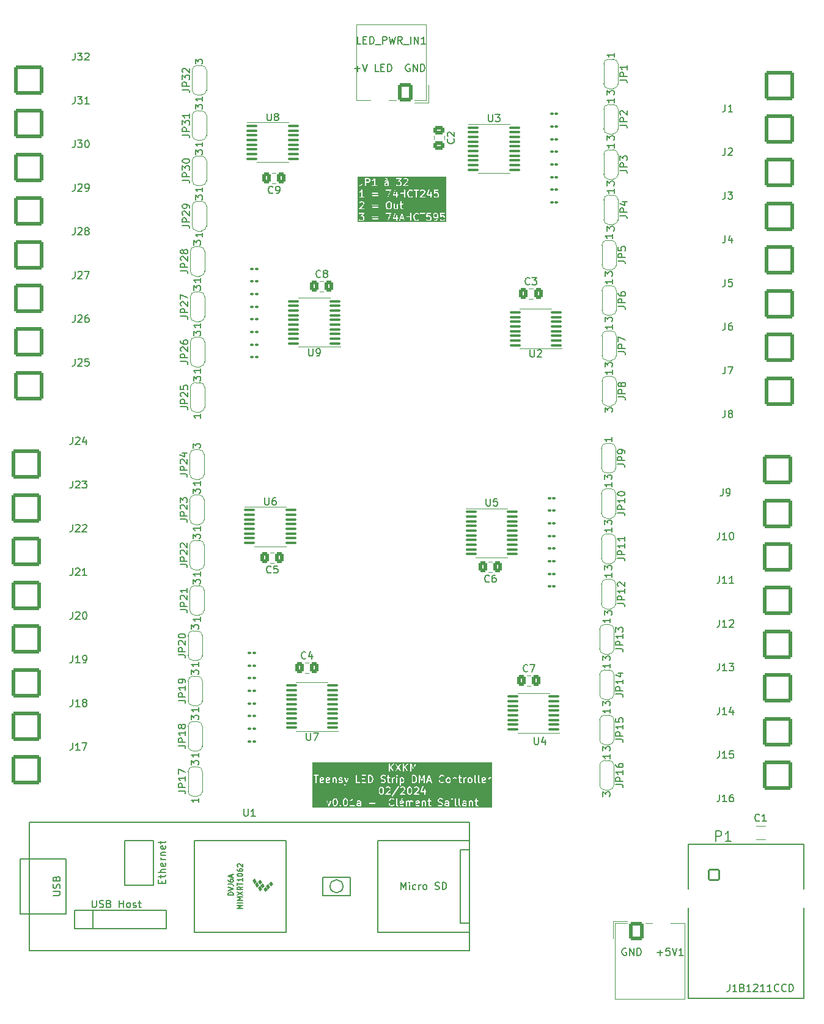
<source format=gbr>
%TF.GenerationSoftware,KiCad,Pcbnew,7.0.10*%
%TF.CreationDate,2024-02-22T16:17:49+01:00*%
%TF.ProjectId,PCB,5043422e-6b69-4636-9164-5f7063625858,rev?*%
%TF.SameCoordinates,Original*%
%TF.FileFunction,Legend,Top*%
%TF.FilePolarity,Positive*%
%FSLAX46Y46*%
G04 Gerber Fmt 4.6, Leading zero omitted, Abs format (unit mm)*
G04 Created by KiCad (PCBNEW 7.0.10) date 2024-02-22 16:17:49*
%MOMM*%
%LPD*%
G01*
G04 APERTURE LIST*
G04 Aperture macros list*
%AMRoundRect*
0 Rectangle with rounded corners*
0 $1 Rounding radius*
0 $2 $3 $4 $5 $6 $7 $8 $9 X,Y pos of 4 corners*
0 Add a 4 corners polygon primitive as box body*
4,1,4,$2,$3,$4,$5,$6,$7,$8,$9,$2,$3,0*
0 Add four circle primitives for the rounded corners*
1,1,$1+$1,$2,$3*
1,1,$1+$1,$4,$5*
1,1,$1+$1,$6,$7*
1,1,$1+$1,$8,$9*
0 Add four rect primitives between the rounded corners*
20,1,$1+$1,$2,$3,$4,$5,0*
20,1,$1+$1,$4,$5,$6,$7,0*
20,1,$1+$1,$6,$7,$8,$9,0*
20,1,$1+$1,$8,$9,$2,$3,0*%
%AMFreePoly0*
4,1,19,0.550000,-0.750000,0.000000,-0.750000,0.000000,-0.744911,-0.071157,-0.744911,-0.207708,-0.704816,-0.327430,-0.627875,-0.420627,-0.520320,-0.479746,-0.390866,-0.500000,-0.250000,-0.500000,0.250000,-0.479746,0.390866,-0.420627,0.520320,-0.327430,0.627875,-0.207708,0.704816,-0.071157,0.744911,0.000000,0.744911,0.000000,0.750000,0.550000,0.750000,0.550000,-0.750000,0.550000,-0.750000,
$1*%
%AMFreePoly1*
4,1,19,0.000000,0.744911,0.071157,0.744911,0.207708,0.704816,0.327430,0.627875,0.420627,0.520320,0.479746,0.390866,0.500000,0.250000,0.500000,-0.250000,0.479746,-0.390866,0.420627,-0.520320,0.327430,-0.627875,0.207708,-0.704816,0.071157,-0.744911,0.000000,-0.744911,0.000000,-0.750000,-0.550000,-0.750000,-0.550000,0.750000,0.000000,0.750000,0.000000,0.744911,0.000000,0.744911,
$1*%
G04 Aperture macros list end*
%ADD10C,0.150000*%
%ADD11C,0.120000*%
%ADD12C,0.127000*%
%ADD13C,0.100000*%
%ADD14FreePoly0,90.000000*%
%ADD15R,1.500000X1.000000*%
%ADD16FreePoly1,90.000000*%
%ADD17RoundRect,0.250000X1.750000X1.750000X-1.750000X1.750000X-1.750000X-1.750000X1.750000X-1.750000X0*%
%ADD18C,4.000000*%
%ADD19RoundRect,0.100000X0.637500X0.100000X-0.637500X0.100000X-0.637500X-0.100000X0.637500X-0.100000X0*%
%ADD20RoundRect,0.100000X0.130000X0.100000X-0.130000X0.100000X-0.130000X-0.100000X0.130000X-0.100000X0*%
%ADD21RoundRect,0.250000X-0.750000X-1.050000X0.750000X-1.050000X0.750000X1.050000X-0.750000X1.050000X0*%
%ADD22O,2.000000X2.600000*%
%ADD23RoundRect,0.250000X-1.750000X-1.750000X1.750000X-1.750000X1.750000X1.750000X-1.750000X1.750000X0*%
%ADD24C,1.600000*%
%ADD25RoundRect,0.250000X-0.337500X-0.475000X0.337500X-0.475000X0.337500X0.475000X-0.337500X0.475000X0*%
%ADD26RoundRect,0.100000X-0.130000X-0.100000X0.130000X-0.100000X0.130000X0.100000X-0.130000X0.100000X0*%
%ADD27FreePoly0,270.000000*%
%ADD28FreePoly1,270.000000*%
%ADD29RoundRect,0.250000X0.750000X1.050000X-0.750000X1.050000X-0.750000X-1.050000X0.750000X-1.050000X0*%
%ADD30RoundRect,0.250000X0.337500X0.475000X-0.337500X0.475000X-0.337500X-0.475000X0.337500X-0.475000X0*%
%ADD31RoundRect,0.100000X-0.637500X-0.100000X0.637500X-0.100000X0.637500X0.100000X-0.637500X0.100000X0*%
%ADD32C,3.250000*%
%ADD33RoundRect,0.102000X-0.704000X-0.704000X0.704000X-0.704000X0.704000X0.704000X-0.704000X0.704000X0*%
%ADD34C,1.612000*%
%ADD35C,1.734000*%
%ADD36C,2.604000*%
%ADD37RoundRect,0.250000X-0.475000X0.337500X-0.475000X-0.337500X0.475000X-0.337500X0.475000X0.337500X0*%
%ADD38R,1.600000X1.600000*%
%ADD39R,1.300000X1.300000*%
%ADD40C,1.300000*%
G04 APERTURE END LIST*
D10*
X70104095Y-20584438D02*
X70008857Y-20536819D01*
X70008857Y-20536819D02*
X69866000Y-20536819D01*
X69866000Y-20536819D02*
X69723143Y-20584438D01*
X69723143Y-20584438D02*
X69627905Y-20679676D01*
X69627905Y-20679676D02*
X69580286Y-20774914D01*
X69580286Y-20774914D02*
X69532667Y-20965390D01*
X69532667Y-20965390D02*
X69532667Y-21108247D01*
X69532667Y-21108247D02*
X69580286Y-21298723D01*
X69580286Y-21298723D02*
X69627905Y-21393961D01*
X69627905Y-21393961D02*
X69723143Y-21489200D01*
X69723143Y-21489200D02*
X69866000Y-21536819D01*
X69866000Y-21536819D02*
X69961238Y-21536819D01*
X69961238Y-21536819D02*
X70104095Y-21489200D01*
X70104095Y-21489200D02*
X70151714Y-21441580D01*
X70151714Y-21441580D02*
X70151714Y-21108247D01*
X70151714Y-21108247D02*
X69961238Y-21108247D01*
X70580286Y-21536819D02*
X70580286Y-20536819D01*
X70580286Y-20536819D02*
X71151714Y-21536819D01*
X71151714Y-21536819D02*
X71151714Y-20536819D01*
X71627905Y-21536819D02*
X71627905Y-20536819D01*
X71627905Y-20536819D02*
X71866000Y-20536819D01*
X71866000Y-20536819D02*
X72008857Y-20584438D01*
X72008857Y-20584438D02*
X72104095Y-20679676D01*
X72104095Y-20679676D02*
X72151714Y-20774914D01*
X72151714Y-20774914D02*
X72199333Y-20965390D01*
X72199333Y-20965390D02*
X72199333Y-21108247D01*
X72199333Y-21108247D02*
X72151714Y-21298723D01*
X72151714Y-21298723D02*
X72104095Y-21393961D01*
X72104095Y-21393961D02*
X72008857Y-21489200D01*
X72008857Y-21489200D02*
X71866000Y-21536819D01*
X71866000Y-21536819D02*
X71627905Y-21536819D01*
X62476381Y-21155866D02*
X63238286Y-21155866D01*
X62857333Y-21536819D02*
X62857333Y-20774914D01*
X63571619Y-20536819D02*
X63904952Y-21536819D01*
X63904952Y-21536819D02*
X64238285Y-20536819D01*
X65809714Y-21536819D02*
X65333524Y-21536819D01*
X65333524Y-21536819D02*
X65333524Y-20536819D01*
X66143048Y-21013009D02*
X66476381Y-21013009D01*
X66619238Y-21536819D02*
X66143048Y-21536819D01*
X66143048Y-21536819D02*
X66143048Y-20536819D01*
X66143048Y-20536819D02*
X66619238Y-20536819D01*
X67047810Y-21536819D02*
X67047810Y-20536819D01*
X67047810Y-20536819D02*
X67285905Y-20536819D01*
X67285905Y-20536819D02*
X67428762Y-20584438D01*
X67428762Y-20584438D02*
X67524000Y-20679676D01*
X67524000Y-20679676D02*
X67571619Y-20774914D01*
X67571619Y-20774914D02*
X67619238Y-20965390D01*
X67619238Y-20965390D02*
X67619238Y-21108247D01*
X67619238Y-21108247D02*
X67571619Y-21298723D01*
X67571619Y-21298723D02*
X67524000Y-21393961D01*
X67524000Y-21393961D02*
X67428762Y-21489200D01*
X67428762Y-21489200D02*
X67285905Y-21536819D01*
X67285905Y-21536819D02*
X67047810Y-21536819D01*
X100076095Y-143012438D02*
X99980857Y-142964819D01*
X99980857Y-142964819D02*
X99838000Y-142964819D01*
X99838000Y-142964819D02*
X99695143Y-143012438D01*
X99695143Y-143012438D02*
X99599905Y-143107676D01*
X99599905Y-143107676D02*
X99552286Y-143202914D01*
X99552286Y-143202914D02*
X99504667Y-143393390D01*
X99504667Y-143393390D02*
X99504667Y-143536247D01*
X99504667Y-143536247D02*
X99552286Y-143726723D01*
X99552286Y-143726723D02*
X99599905Y-143821961D01*
X99599905Y-143821961D02*
X99695143Y-143917200D01*
X99695143Y-143917200D02*
X99838000Y-143964819D01*
X99838000Y-143964819D02*
X99933238Y-143964819D01*
X99933238Y-143964819D02*
X100076095Y-143917200D01*
X100076095Y-143917200D02*
X100123714Y-143869580D01*
X100123714Y-143869580D02*
X100123714Y-143536247D01*
X100123714Y-143536247D02*
X99933238Y-143536247D01*
X100552286Y-143964819D02*
X100552286Y-142964819D01*
X100552286Y-142964819D02*
X101123714Y-143964819D01*
X101123714Y-143964819D02*
X101123714Y-142964819D01*
X101599905Y-143964819D02*
X101599905Y-142964819D01*
X101599905Y-142964819D02*
X101838000Y-142964819D01*
X101838000Y-142964819D02*
X101980857Y-143012438D01*
X101980857Y-143012438D02*
X102076095Y-143107676D01*
X102076095Y-143107676D02*
X102123714Y-143202914D01*
X102123714Y-143202914D02*
X102171333Y-143393390D01*
X102171333Y-143393390D02*
X102171333Y-143536247D01*
X102171333Y-143536247D02*
X102123714Y-143726723D01*
X102123714Y-143726723D02*
X102076095Y-143821961D01*
X102076095Y-143821961D02*
X101980857Y-143917200D01*
X101980857Y-143917200D02*
X101838000Y-143964819D01*
X101838000Y-143964819D02*
X101599905Y-143964819D01*
G36*
X73850590Y-41301077D02*
G01*
X73880997Y-41331484D01*
X73915255Y-41400000D01*
X73915255Y-41602685D01*
X73880997Y-41671201D01*
X73850590Y-41701608D01*
X73782074Y-41735866D01*
X73627008Y-41735866D01*
X73558492Y-41701608D01*
X73528085Y-41671201D01*
X73493827Y-41602685D01*
X73493827Y-41400000D01*
X73528085Y-41331484D01*
X73558492Y-41301077D01*
X73627008Y-41266819D01*
X73782074Y-41266819D01*
X73850590Y-41301077D01*
G37*
G36*
X69171912Y-41831104D02*
G01*
X68903836Y-41831104D01*
X69037874Y-41428989D01*
X69171912Y-41831104D01*
G37*
G36*
X67374399Y-39691077D02*
G01*
X67446341Y-39763019D01*
X67486683Y-39924386D01*
X67486683Y-40239251D01*
X67446341Y-40400617D01*
X67374398Y-40472561D01*
X67305883Y-40506819D01*
X67150817Y-40506819D01*
X67082301Y-40472561D01*
X67010358Y-40400617D01*
X66970017Y-40239251D01*
X66970017Y-39924386D01*
X67010358Y-39763019D01*
X67082301Y-39691077D01*
X67150817Y-39656819D01*
X67305883Y-39656819D01*
X67374399Y-39691077D01*
G37*
G36*
X67058112Y-37267847D02*
G01*
X67020169Y-37286819D01*
X66817484Y-37286819D01*
X66760442Y-37258298D01*
X66731922Y-37201256D01*
X66731922Y-37141428D01*
X66760442Y-37084386D01*
X66817484Y-37055866D01*
X67037874Y-37055866D01*
X67042087Y-37054332D01*
X67046448Y-37055374D01*
X67058112Y-37051904D01*
X67058112Y-37267847D01*
G37*
G36*
X64422018Y-36471077D02*
G01*
X64452425Y-36501484D01*
X64486683Y-36570000D01*
X64486683Y-36677447D01*
X64452425Y-36745963D01*
X64422018Y-36776370D01*
X64353502Y-36810628D01*
X64065255Y-36810628D01*
X64065255Y-36436819D01*
X64353502Y-36436819D01*
X64422018Y-36471077D01*
G37*
G36*
X75160493Y-42409676D02*
G01*
X62915541Y-42409676D01*
X62915541Y-41178795D01*
X63059251Y-41178795D01*
X63068160Y-41229319D01*
X63107460Y-41262296D01*
X63133112Y-41266819D01*
X63586877Y-41266819D01*
X63362383Y-41523383D01*
X63355076Y-41542234D01*
X63344965Y-41559747D01*
X63346004Y-41565640D01*
X63343842Y-41571219D01*
X63350362Y-41590358D01*
X63353874Y-41610271D01*
X63358457Y-41614116D01*
X63360387Y-41619781D01*
X63377685Y-41630251D01*
X63393174Y-41643248D01*
X63401617Y-41644736D01*
X63404276Y-41646346D01*
X63407717Y-41645812D01*
X63418826Y-41647771D01*
X63543978Y-41647771D01*
X63612494Y-41682029D01*
X63642901Y-41712436D01*
X63677159Y-41780952D01*
X63677159Y-41983637D01*
X63642900Y-42052153D01*
X63612493Y-42082561D01*
X63543978Y-42116819D01*
X63293674Y-42116819D01*
X63225158Y-42082561D01*
X63186146Y-42043548D01*
X63139649Y-42021866D01*
X63090094Y-42035143D01*
X63060668Y-42077168D01*
X63065138Y-42128275D01*
X63080078Y-42149612D01*
X63127697Y-42197232D01*
X63129178Y-42197922D01*
X63147190Y-42211282D01*
X63242428Y-42258901D01*
X63246881Y-42259413D01*
X63250317Y-42262296D01*
X63275969Y-42266819D01*
X63561683Y-42266819D01*
X63565896Y-42265285D01*
X63570257Y-42266327D01*
X63595224Y-42258901D01*
X63690462Y-42211282D01*
X63691586Y-42210094D01*
X63709955Y-42197232D01*
X63757573Y-42149613D01*
X63758263Y-42148131D01*
X63771622Y-42130121D01*
X63819241Y-42034883D01*
X63819753Y-42030429D01*
X63822636Y-42026994D01*
X63827159Y-42001342D01*
X63827159Y-41940699D01*
X64868775Y-41940699D01*
X64877684Y-41991223D01*
X64916984Y-42024200D01*
X64942636Y-42028723D01*
X65704541Y-42028723D01*
X65752750Y-42011176D01*
X65778402Y-41966747D01*
X65769493Y-41916223D01*
X65730193Y-41883246D01*
X65704541Y-41878723D01*
X64942636Y-41878723D01*
X64894427Y-41896270D01*
X64868775Y-41940699D01*
X63827159Y-41940699D01*
X63827159Y-41763247D01*
X63825625Y-41759033D01*
X63826667Y-41754672D01*
X63819241Y-41729706D01*
X63781880Y-41654985D01*
X64868775Y-41654985D01*
X64877684Y-41705509D01*
X64916984Y-41738486D01*
X64942636Y-41743009D01*
X65704541Y-41743009D01*
X65752750Y-41725462D01*
X65778402Y-41681033D01*
X65769493Y-41630509D01*
X65730193Y-41597532D01*
X65704541Y-41593009D01*
X64942636Y-41593009D01*
X64894427Y-41610556D01*
X64868775Y-41654985D01*
X63781880Y-41654985D01*
X63771622Y-41634468D01*
X63770432Y-41633342D01*
X63757573Y-41614976D01*
X63709954Y-41567357D01*
X63708472Y-41566666D01*
X63690462Y-41553308D01*
X63595224Y-41505689D01*
X63590770Y-41505176D01*
X63587335Y-41502294D01*
X63581111Y-41501196D01*
X63808602Y-41241207D01*
X63815908Y-41222355D01*
X63826020Y-41204843D01*
X63824980Y-41198949D01*
X63827143Y-41193371D01*
X63822177Y-41178795D01*
X66773537Y-41178795D01*
X66782446Y-41229319D01*
X66821746Y-41262296D01*
X66847398Y-41266819D01*
X67400323Y-41266819D01*
X67016557Y-42162275D01*
X67013695Y-42213498D01*
X67044427Y-42254578D01*
X67094375Y-42266291D01*
X67140167Y-42243159D01*
X67154429Y-42221363D01*
X67315530Y-41845461D01*
X67773537Y-41845461D01*
X67777089Y-41865607D01*
X67777648Y-41886052D01*
X67781450Y-41890340D01*
X67782446Y-41895985D01*
X67798113Y-41909131D01*
X67811685Y-41924437D01*
X67817355Y-41925277D01*
X67821746Y-41928962D01*
X67847398Y-41933485D01*
X68248588Y-41933485D01*
X68248588Y-42191819D01*
X68266135Y-42240028D01*
X68310564Y-42265680D01*
X68361088Y-42256771D01*
X68394065Y-42217471D01*
X68398588Y-42191819D01*
X68398588Y-42168102D01*
X68633390Y-42168102D01*
X68634791Y-42219386D01*
X68668828Y-42257771D01*
X68719577Y-42265296D01*
X68763289Y-42238441D01*
X68775692Y-42215536D01*
X68853836Y-41981104D01*
X69221912Y-41981104D01*
X69300056Y-42215536D01*
X69331947Y-42255722D01*
X69382208Y-42266008D01*
X69427322Y-42241579D01*
X69446179Y-42193867D01*
X69445875Y-42191819D01*
X69629541Y-42191819D01*
X69647088Y-42240028D01*
X69691517Y-42265680D01*
X69742041Y-42256771D01*
X69775018Y-42217471D01*
X69779541Y-42191819D01*
X69779541Y-41743009D01*
X70200969Y-41743009D01*
X70200969Y-42191819D01*
X70218516Y-42240028D01*
X70262945Y-42265680D01*
X70313469Y-42256771D01*
X70346446Y-42217471D01*
X70350969Y-42191819D01*
X70350969Y-41763247D01*
X70629541Y-41763247D01*
X70630726Y-41766504D01*
X70631780Y-41781437D01*
X70679399Y-41971913D01*
X70681387Y-41974857D01*
X70685078Y-41987264D01*
X70732697Y-42082502D01*
X70733883Y-42083625D01*
X70746746Y-42101994D01*
X70841984Y-42197233D01*
X70846048Y-42199128D01*
X70848395Y-42202948D01*
X70871300Y-42215351D01*
X71014156Y-42262970D01*
X71015791Y-42262925D01*
X71037874Y-42266819D01*
X71133112Y-42266819D01*
X71134650Y-42266258D01*
X71156829Y-42262970D01*
X71299686Y-42215351D01*
X71303197Y-42212563D01*
X71307666Y-42212173D01*
X71329003Y-42197232D01*
X71376621Y-42149613D01*
X71398302Y-42103116D01*
X71385024Y-42053561D01*
X71342999Y-42024135D01*
X71291891Y-42028607D01*
X71270554Y-42043548D01*
X71235455Y-42078647D01*
X71120942Y-42116819D01*
X71050044Y-42116819D01*
X70935531Y-42078648D01*
X70861418Y-42004534D01*
X70822924Y-41927547D01*
X70779541Y-41754013D01*
X70779541Y-41629624D01*
X70822924Y-41456090D01*
X70861418Y-41379103D01*
X70935531Y-41304990D01*
X71050044Y-41266819D01*
X71120942Y-41266819D01*
X71235455Y-41304990D01*
X71270555Y-41340090D01*
X71317051Y-41361771D01*
X71366606Y-41348494D01*
X71396032Y-41306468D01*
X71391561Y-41255361D01*
X71376621Y-41234024D01*
X71329002Y-41186405D01*
X71324938Y-41184510D01*
X71322591Y-41180689D01*
X71319093Y-41178795D01*
X71535442Y-41178795D01*
X71544351Y-41229319D01*
X71583651Y-41262296D01*
X71609303Y-41266819D01*
X71820017Y-41266819D01*
X71820017Y-42191819D01*
X71837564Y-42240028D01*
X71881993Y-42265680D01*
X71932517Y-42256771D01*
X71965494Y-42217471D01*
X71970017Y-42191819D01*
X71970017Y-41661473D01*
X72391732Y-41661473D01*
X72398258Y-41685832D01*
X72404481Y-41710262D01*
X72404881Y-41710549D01*
X72405009Y-41711027D01*
X72425643Y-41725475D01*
X72446137Y-41740208D01*
X72446630Y-41740170D01*
X72447035Y-41740454D01*
X72472138Y-41738257D01*
X72497297Y-41736370D01*
X72497650Y-41736024D01*
X72498142Y-41735982D01*
X72519479Y-41721042D01*
X72558492Y-41682029D01*
X72627008Y-41647771D01*
X72829693Y-41647771D01*
X72898209Y-41682029D01*
X72928616Y-41712436D01*
X72962874Y-41780952D01*
X72962874Y-41983637D01*
X72928615Y-42052153D01*
X72898208Y-42082561D01*
X72829693Y-42116819D01*
X72627008Y-42116819D01*
X72558492Y-42082561D01*
X72519480Y-42043548D01*
X72472983Y-42021866D01*
X72423428Y-42035143D01*
X72394002Y-42077168D01*
X72398472Y-42128275D01*
X72413412Y-42149612D01*
X72461031Y-42197232D01*
X72462512Y-42197922D01*
X72480524Y-42211282D01*
X72575762Y-42258901D01*
X72580215Y-42259413D01*
X72583651Y-42262296D01*
X72609303Y-42266819D01*
X72847398Y-42266819D01*
X72851611Y-42265285D01*
X72855972Y-42266327D01*
X72880939Y-42258901D01*
X72976177Y-42211282D01*
X72977301Y-42210094D01*
X72995670Y-42197232D01*
X73043288Y-42149613D01*
X73043978Y-42148131D01*
X73057337Y-42130121D01*
X73104956Y-42034883D01*
X73105468Y-42030429D01*
X73108351Y-42026994D01*
X73112874Y-42001342D01*
X73112874Y-41763247D01*
X73111340Y-41759033D01*
X73112382Y-41754672D01*
X73104956Y-41729706D01*
X73057337Y-41634468D01*
X73056147Y-41633342D01*
X73047079Y-41620390D01*
X73343827Y-41620390D01*
X73345360Y-41624603D01*
X73344319Y-41628964D01*
X73351745Y-41653931D01*
X73399364Y-41749169D01*
X73400553Y-41750294D01*
X73413413Y-41768661D01*
X73461032Y-41816280D01*
X73462513Y-41816971D01*
X73480524Y-41830329D01*
X73575762Y-41877948D01*
X73580215Y-41878460D01*
X73583651Y-41881343D01*
X73609303Y-41885866D01*
X73799779Y-41885866D01*
X73803992Y-41884332D01*
X73808353Y-41885374D01*
X73833320Y-41877948D01*
X73891550Y-41848833D01*
X73873026Y-41922929D01*
X73789111Y-42048800D01*
X73755351Y-42082561D01*
X73686836Y-42116819D01*
X73514065Y-42116819D01*
X73465856Y-42134366D01*
X73440204Y-42178795D01*
X73449113Y-42229319D01*
X73488413Y-42262296D01*
X73514065Y-42266819D01*
X73704541Y-42266819D01*
X73708754Y-42265285D01*
X73713115Y-42266327D01*
X73738082Y-42258901D01*
X73833320Y-42211282D01*
X73834444Y-42210094D01*
X73852813Y-42197232D01*
X73900431Y-42149613D01*
X73901907Y-42146446D01*
X73909802Y-42138183D01*
X74005040Y-41995325D01*
X74005142Y-41994905D01*
X74015397Y-41971913D01*
X74063016Y-41781437D01*
X74062655Y-41777988D01*
X74065255Y-41763247D01*
X74065255Y-41661473D01*
X74296494Y-41661473D01*
X74303020Y-41685832D01*
X74309243Y-41710262D01*
X74309643Y-41710549D01*
X74309771Y-41711027D01*
X74330405Y-41725475D01*
X74350899Y-41740208D01*
X74351392Y-41740170D01*
X74351797Y-41740454D01*
X74376900Y-41738257D01*
X74402059Y-41736370D01*
X74402412Y-41736024D01*
X74402904Y-41735982D01*
X74424241Y-41721042D01*
X74463254Y-41682029D01*
X74531770Y-41647771D01*
X74734455Y-41647771D01*
X74802971Y-41682029D01*
X74833378Y-41712436D01*
X74867636Y-41780952D01*
X74867636Y-41983637D01*
X74833377Y-42052153D01*
X74802970Y-42082561D01*
X74734455Y-42116819D01*
X74531770Y-42116819D01*
X74463254Y-42082561D01*
X74424242Y-42043548D01*
X74377745Y-42021866D01*
X74328190Y-42035143D01*
X74298764Y-42077168D01*
X74303234Y-42128275D01*
X74318174Y-42149612D01*
X74365793Y-42197232D01*
X74367274Y-42197922D01*
X74385286Y-42211282D01*
X74480524Y-42258901D01*
X74484977Y-42259413D01*
X74488413Y-42262296D01*
X74514065Y-42266819D01*
X74752160Y-42266819D01*
X74756373Y-42265285D01*
X74760734Y-42266327D01*
X74785701Y-42258901D01*
X74880939Y-42211282D01*
X74882063Y-42210094D01*
X74900432Y-42197232D01*
X74948050Y-42149613D01*
X74948740Y-42148131D01*
X74962099Y-42130121D01*
X75009718Y-42034883D01*
X75010230Y-42030429D01*
X75013113Y-42026994D01*
X75017636Y-42001342D01*
X75017636Y-41763247D01*
X75016102Y-41759033D01*
X75017144Y-41754672D01*
X75009718Y-41729706D01*
X74962099Y-41634468D01*
X74960909Y-41633342D01*
X74948050Y-41614976D01*
X74900431Y-41567357D01*
X74898949Y-41566666D01*
X74880939Y-41553308D01*
X74785701Y-41505689D01*
X74781247Y-41505176D01*
X74777812Y-41502294D01*
X74752160Y-41497771D01*
X74514065Y-41497771D01*
X74509851Y-41499304D01*
X74505490Y-41498263D01*
X74480524Y-41505689D01*
X74461882Y-41515009D01*
X74486701Y-41266819D01*
X74895017Y-41266819D01*
X74943226Y-41249272D01*
X74968878Y-41204843D01*
X74959969Y-41154319D01*
X74920669Y-41121342D01*
X74895017Y-41116819D01*
X74418827Y-41116819D01*
X74403859Y-41122266D01*
X74387976Y-41123458D01*
X74380469Y-41130780D01*
X74370618Y-41134366D01*
X74362654Y-41148159D01*
X74351252Y-41159282D01*
X74346520Y-41176102D01*
X74344966Y-41178795D01*
X74345273Y-41180537D01*
X74344199Y-41184356D01*
X74296580Y-41660546D01*
X74296702Y-41661026D01*
X74296494Y-41661473D01*
X74065255Y-41661473D01*
X74065255Y-41382295D01*
X74063721Y-41378081D01*
X74064763Y-41373720D01*
X74057337Y-41348754D01*
X74009718Y-41253516D01*
X74008528Y-41252390D01*
X73995669Y-41234024D01*
X73948050Y-41186405D01*
X73946568Y-41185714D01*
X73928558Y-41172356D01*
X73833320Y-41124737D01*
X73828866Y-41124224D01*
X73825431Y-41121342D01*
X73799779Y-41116819D01*
X73609303Y-41116819D01*
X73605089Y-41118352D01*
X73600728Y-41117311D01*
X73575762Y-41124737D01*
X73480524Y-41172356D01*
X73479398Y-41173545D01*
X73461032Y-41186405D01*
X73413413Y-41234024D01*
X73412722Y-41235505D01*
X73399364Y-41253516D01*
X73351745Y-41348754D01*
X73351232Y-41353207D01*
X73348350Y-41356643D01*
X73343827Y-41382295D01*
X73343827Y-41620390D01*
X73047079Y-41620390D01*
X73043288Y-41614976D01*
X72995669Y-41567357D01*
X72994187Y-41566666D01*
X72976177Y-41553308D01*
X72880939Y-41505689D01*
X72876485Y-41505176D01*
X72873050Y-41502294D01*
X72847398Y-41497771D01*
X72609303Y-41497771D01*
X72605089Y-41499304D01*
X72600728Y-41498263D01*
X72575762Y-41505689D01*
X72557120Y-41515009D01*
X72581939Y-41266819D01*
X72990255Y-41266819D01*
X73038464Y-41249272D01*
X73064116Y-41204843D01*
X73055207Y-41154319D01*
X73015907Y-41121342D01*
X72990255Y-41116819D01*
X72514065Y-41116819D01*
X72499097Y-41122266D01*
X72483214Y-41123458D01*
X72475707Y-41130780D01*
X72465856Y-41134366D01*
X72457892Y-41148159D01*
X72446490Y-41159282D01*
X72441758Y-41176102D01*
X72440204Y-41178795D01*
X72440511Y-41180537D01*
X72439437Y-41184356D01*
X72391818Y-41660546D01*
X72391940Y-41661026D01*
X72391732Y-41661473D01*
X71970017Y-41661473D01*
X71970017Y-41266819D01*
X72180731Y-41266819D01*
X72228940Y-41249272D01*
X72254592Y-41204843D01*
X72245683Y-41154319D01*
X72206383Y-41121342D01*
X72180731Y-41116819D01*
X71609303Y-41116819D01*
X71561094Y-41134366D01*
X71535442Y-41178795D01*
X71319093Y-41178795D01*
X71299686Y-41168287D01*
X71156829Y-41120668D01*
X71155194Y-41120712D01*
X71133112Y-41116819D01*
X71037874Y-41116819D01*
X71036336Y-41117378D01*
X71014156Y-41120668D01*
X70871300Y-41168287D01*
X70867789Y-41171073D01*
X70863321Y-41171464D01*
X70841984Y-41186405D01*
X70746746Y-41281643D01*
X70746055Y-41283124D01*
X70732697Y-41301135D01*
X70685078Y-41396373D01*
X70684671Y-41399901D01*
X70679399Y-41411724D01*
X70631780Y-41602200D01*
X70632140Y-41605648D01*
X70629541Y-41620390D01*
X70629541Y-41763247D01*
X70350969Y-41763247D01*
X70350969Y-41191819D01*
X70333422Y-41143610D01*
X70288993Y-41117958D01*
X70238469Y-41126867D01*
X70205492Y-41166167D01*
X70200969Y-41191819D01*
X70200969Y-41593009D01*
X69779541Y-41593009D01*
X69779541Y-41191819D01*
X69761994Y-41143610D01*
X69717565Y-41117958D01*
X69667041Y-41126867D01*
X69634064Y-41166167D01*
X69629541Y-41191819D01*
X69629541Y-42191819D01*
X69445875Y-42191819D01*
X69442358Y-42168102D01*
X69109025Y-41168102D01*
X69107682Y-41166410D01*
X69107624Y-41164253D01*
X69091882Y-41146500D01*
X69077134Y-41127916D01*
X69075019Y-41127483D01*
X69073586Y-41125867D01*
X69050117Y-41122387D01*
X69026873Y-41117630D01*
X69024973Y-41118658D01*
X69022838Y-41118342D01*
X69002620Y-41130762D01*
X68981759Y-41142059D01*
X68980965Y-41144066D01*
X68979125Y-41145197D01*
X68966723Y-41168102D01*
X68633390Y-42168102D01*
X68398588Y-42168102D01*
X68398588Y-41933485D01*
X68466445Y-41933485D01*
X68514654Y-41915938D01*
X68540306Y-41871509D01*
X68531397Y-41820985D01*
X68492097Y-41788008D01*
X68466445Y-41783485D01*
X68398588Y-41783485D01*
X68398588Y-41525152D01*
X68381041Y-41476943D01*
X68336612Y-41451291D01*
X68286088Y-41460200D01*
X68253111Y-41499500D01*
X68248588Y-41525152D01*
X68248588Y-41783485D01*
X67951455Y-41783485D01*
X68156644Y-41167918D01*
X68155243Y-41116634D01*
X68121205Y-41078248D01*
X68070457Y-41070723D01*
X68026744Y-41097578D01*
X68014342Y-41120483D01*
X67776247Y-41834768D01*
X67776403Y-41840496D01*
X67773537Y-41845461D01*
X67315530Y-41845461D01*
X67583000Y-41221363D01*
X67583494Y-41212517D01*
X67587925Y-41204843D01*
X67584885Y-41187608D01*
X67585862Y-41170140D01*
X67580554Y-41163046D01*
X67579016Y-41154319D01*
X67565610Y-41143070D01*
X67555130Y-41129061D01*
X67546504Y-41127038D01*
X67539716Y-41121342D01*
X67514064Y-41116819D01*
X66847398Y-41116819D01*
X66799189Y-41134366D01*
X66773537Y-41178795D01*
X63822177Y-41178795D01*
X63820622Y-41174231D01*
X63817111Y-41154319D01*
X63812527Y-41150473D01*
X63810598Y-41144809D01*
X63793299Y-41134338D01*
X63777811Y-41121342D01*
X63769367Y-41119853D01*
X63766709Y-41118244D01*
X63763267Y-41118777D01*
X63752159Y-41116819D01*
X63133112Y-41116819D01*
X63084903Y-41134366D01*
X63059251Y-41178795D01*
X62915541Y-41178795D01*
X62915541Y-40575283D01*
X63058398Y-40575283D01*
X63064239Y-40597085D01*
X63068160Y-40619319D01*
X63070787Y-40621523D01*
X63071675Y-40624837D01*
X63090166Y-40637785D01*
X63107460Y-40652296D01*
X63112044Y-40653104D01*
X63113701Y-40654264D01*
X63116989Y-40653976D01*
X63133112Y-40656819D01*
X63752159Y-40656819D01*
X63800368Y-40639272D01*
X63826020Y-40594843D01*
X63817111Y-40544319D01*
X63777811Y-40511342D01*
X63752159Y-40506819D01*
X63314178Y-40506819D01*
X63490298Y-40330699D01*
X64868775Y-40330699D01*
X64877684Y-40381223D01*
X64916984Y-40414200D01*
X64942636Y-40418723D01*
X65704541Y-40418723D01*
X65752750Y-40401176D01*
X65778402Y-40356747D01*
X65769493Y-40306223D01*
X65730193Y-40273246D01*
X65704541Y-40268723D01*
X64942636Y-40268723D01*
X64894427Y-40286270D01*
X64868775Y-40330699D01*
X63490298Y-40330699D01*
X63572512Y-40248485D01*
X66820017Y-40248485D01*
X66821202Y-40251742D01*
X66822256Y-40266675D01*
X66869875Y-40457151D01*
X66874017Y-40463283D01*
X66874662Y-40470657D01*
X66889603Y-40491994D01*
X66984841Y-40587233D01*
X66986323Y-40587924D01*
X67004333Y-40601282D01*
X67099571Y-40648901D01*
X67104024Y-40649413D01*
X67107460Y-40652296D01*
X67133112Y-40656819D01*
X67323588Y-40656819D01*
X67327801Y-40655285D01*
X67332162Y-40656327D01*
X67357129Y-40648901D01*
X67452367Y-40601282D01*
X67453492Y-40600092D01*
X67471859Y-40587233D01*
X67567098Y-40491993D01*
X67570225Y-40485285D01*
X67576215Y-40480940D01*
X67586825Y-40457151D01*
X67591373Y-40438961D01*
X67915255Y-40438961D01*
X67916788Y-40443173D01*
X67915746Y-40447535D01*
X67923173Y-40472502D01*
X67970792Y-40567741D01*
X67978945Y-40575460D01*
X67983412Y-40585765D01*
X68004333Y-40601282D01*
X68099571Y-40648901D01*
X68104024Y-40649413D01*
X68107460Y-40652296D01*
X68133112Y-40656819D01*
X68275969Y-40656819D01*
X68280182Y-40655285D01*
X68284543Y-40656327D01*
X68309510Y-40648901D01*
X68359199Y-40624056D01*
X68361373Y-40630028D01*
X68405802Y-40655680D01*
X68456326Y-40646771D01*
X68489303Y-40607471D01*
X68493826Y-40581819D01*
X68493826Y-39915152D01*
X68489086Y-39902128D01*
X68678299Y-39902128D01*
X68687208Y-39952652D01*
X68726508Y-39985629D01*
X68752160Y-39990152D01*
X68820017Y-39990152D01*
X68820017Y-40438961D01*
X68821550Y-40443173D01*
X68820508Y-40447535D01*
X68827935Y-40472502D01*
X68875554Y-40567741D01*
X68883707Y-40575460D01*
X68888174Y-40585765D01*
X68909095Y-40601282D01*
X69004333Y-40648901D01*
X69008786Y-40649413D01*
X69012222Y-40652296D01*
X69037874Y-40656819D01*
X69133112Y-40656819D01*
X69181321Y-40639272D01*
X69206973Y-40594843D01*
X69198064Y-40544319D01*
X69158764Y-40511342D01*
X69133112Y-40506819D01*
X69055579Y-40506819D01*
X68998537Y-40478298D01*
X68970017Y-40421256D01*
X68970017Y-39990152D01*
X69133112Y-39990152D01*
X69181321Y-39972605D01*
X69206973Y-39928176D01*
X69198064Y-39877652D01*
X69158764Y-39844675D01*
X69133112Y-39840152D01*
X68970017Y-39840152D01*
X68970017Y-39581819D01*
X68952470Y-39533610D01*
X68908041Y-39507958D01*
X68857517Y-39516867D01*
X68824540Y-39556167D01*
X68820017Y-39581819D01*
X68820017Y-39840152D01*
X68752160Y-39840152D01*
X68703951Y-39857699D01*
X68678299Y-39902128D01*
X68489086Y-39902128D01*
X68476279Y-39866943D01*
X68431850Y-39841291D01*
X68381326Y-39850200D01*
X68348349Y-39889500D01*
X68343826Y-39915152D01*
X68343826Y-40455514D01*
X68326779Y-40472561D01*
X68258264Y-40506819D01*
X68150817Y-40506819D01*
X68093775Y-40478298D01*
X68065255Y-40421256D01*
X68065255Y-39915152D01*
X68047708Y-39866943D01*
X68003279Y-39841291D01*
X67952755Y-39850200D01*
X67919778Y-39889500D01*
X67915255Y-39915152D01*
X67915255Y-40438961D01*
X67591373Y-40438961D01*
X67634444Y-40266675D01*
X67634083Y-40263226D01*
X67636683Y-40248485D01*
X67636683Y-39915152D01*
X67635497Y-39911894D01*
X67634444Y-39896962D01*
X67586825Y-39706486D01*
X67582683Y-39700353D01*
X67582038Y-39692980D01*
X67567097Y-39671643D01*
X67471859Y-39576405D01*
X67470377Y-39575714D01*
X67452367Y-39562356D01*
X67357129Y-39514737D01*
X67352675Y-39514224D01*
X67349240Y-39511342D01*
X67323588Y-39506819D01*
X67133112Y-39506819D01*
X67128898Y-39508352D01*
X67124537Y-39507311D01*
X67099571Y-39514737D01*
X67004333Y-39562356D01*
X67003209Y-39563542D01*
X66984841Y-39576405D01*
X66889603Y-39671643D01*
X66886475Y-39678350D01*
X66880485Y-39682697D01*
X66869875Y-39706486D01*
X66822256Y-39896962D01*
X66822616Y-39900410D01*
X66820017Y-39915152D01*
X66820017Y-40248485D01*
X63572512Y-40248485D01*
X63757573Y-40063423D01*
X63759468Y-40059358D01*
X63763288Y-40057012D01*
X63769801Y-40044985D01*
X64868775Y-40044985D01*
X64877684Y-40095509D01*
X64916984Y-40128486D01*
X64942636Y-40133009D01*
X65704541Y-40133009D01*
X65752750Y-40115462D01*
X65778402Y-40071033D01*
X65769493Y-40020509D01*
X65730193Y-39987532D01*
X65704541Y-39983009D01*
X64942636Y-39983009D01*
X64894427Y-40000556D01*
X64868775Y-40044985D01*
X63769801Y-40044985D01*
X63775691Y-40034107D01*
X63823310Y-39891251D01*
X63823265Y-39889615D01*
X63827159Y-39867533D01*
X63827159Y-39772295D01*
X63825625Y-39768081D01*
X63826667Y-39763720D01*
X63819241Y-39738754D01*
X63771622Y-39643516D01*
X63770432Y-39642390D01*
X63757573Y-39624024D01*
X63709954Y-39576405D01*
X63708472Y-39575714D01*
X63690462Y-39562356D01*
X63595224Y-39514737D01*
X63590770Y-39514224D01*
X63587335Y-39511342D01*
X63561683Y-39506819D01*
X63323588Y-39506819D01*
X63319374Y-39508352D01*
X63315013Y-39507311D01*
X63290047Y-39514737D01*
X63194809Y-39562356D01*
X63193683Y-39563545D01*
X63175317Y-39576405D01*
X63127698Y-39624024D01*
X63106017Y-39670521D01*
X63119294Y-39720075D01*
X63161320Y-39749502D01*
X63212427Y-39745030D01*
X63233764Y-39730090D01*
X63272777Y-39691077D01*
X63341293Y-39656819D01*
X63543978Y-39656819D01*
X63612494Y-39691077D01*
X63642901Y-39721484D01*
X63677159Y-39790000D01*
X63677159Y-39855363D01*
X63638987Y-39969876D01*
X63080079Y-40528786D01*
X63070541Y-40549239D01*
X63059251Y-40568795D01*
X63059847Y-40572175D01*
X63058398Y-40575283D01*
X62915541Y-40575283D01*
X62915541Y-38958795D01*
X63106870Y-38958795D01*
X63115779Y-39009319D01*
X63155079Y-39042296D01*
X63180731Y-39046819D01*
X63752159Y-39046819D01*
X63800368Y-39029272D01*
X63826020Y-38984843D01*
X63817111Y-38934319D01*
X63777811Y-38901342D01*
X63752159Y-38896819D01*
X63541445Y-38896819D01*
X63541445Y-38720699D01*
X64868775Y-38720699D01*
X64877684Y-38771223D01*
X64916984Y-38804200D01*
X64942636Y-38808723D01*
X65704541Y-38808723D01*
X65752750Y-38791176D01*
X65778402Y-38746747D01*
X65769493Y-38696223D01*
X65730193Y-38663246D01*
X65704541Y-38658723D01*
X64942636Y-38658723D01*
X64894427Y-38676270D01*
X64868775Y-38720699D01*
X63541445Y-38720699D01*
X63541445Y-38434985D01*
X64868775Y-38434985D01*
X64877684Y-38485509D01*
X64916984Y-38518486D01*
X64942636Y-38523009D01*
X65704541Y-38523009D01*
X65752750Y-38505462D01*
X65778402Y-38461033D01*
X65769493Y-38410509D01*
X65730193Y-38377532D01*
X65704541Y-38373009D01*
X64942636Y-38373009D01*
X64894427Y-38390556D01*
X64868775Y-38434985D01*
X63541445Y-38434985D01*
X63541445Y-37971819D01*
X63539969Y-37967765D01*
X63540990Y-37963576D01*
X63538626Y-37958795D01*
X66773537Y-37958795D01*
X66782446Y-38009319D01*
X66821746Y-38042296D01*
X66847398Y-38046819D01*
X67400323Y-38046819D01*
X67016557Y-38942275D01*
X67013695Y-38993498D01*
X67044427Y-39034578D01*
X67094375Y-39046291D01*
X67140167Y-39023159D01*
X67154429Y-39001363D01*
X67315530Y-38625461D01*
X67773537Y-38625461D01*
X67777089Y-38645607D01*
X67777648Y-38666052D01*
X67781450Y-38670340D01*
X67782446Y-38675985D01*
X67798113Y-38689131D01*
X67811685Y-38704437D01*
X67817355Y-38705277D01*
X67821746Y-38708962D01*
X67847398Y-38713485D01*
X68248588Y-38713485D01*
X68248588Y-38971819D01*
X68266135Y-39020028D01*
X68310564Y-39045680D01*
X68361088Y-39036771D01*
X68394065Y-38997471D01*
X68398588Y-38971819D01*
X68772398Y-38971819D01*
X68789945Y-39020028D01*
X68834374Y-39045680D01*
X68884898Y-39036771D01*
X68917875Y-38997471D01*
X68922398Y-38971819D01*
X68922398Y-38523009D01*
X69343826Y-38523009D01*
X69343826Y-38971819D01*
X69361373Y-39020028D01*
X69405802Y-39045680D01*
X69456326Y-39036771D01*
X69489303Y-38997471D01*
X69493826Y-38971819D01*
X69493826Y-38543247D01*
X69772398Y-38543247D01*
X69773583Y-38546504D01*
X69774637Y-38561437D01*
X69822256Y-38751913D01*
X69824244Y-38754857D01*
X69827935Y-38767264D01*
X69875554Y-38862502D01*
X69876740Y-38863625D01*
X69889603Y-38881994D01*
X69984841Y-38977233D01*
X69988905Y-38979128D01*
X69991252Y-38982948D01*
X70014157Y-38995351D01*
X70157013Y-39042970D01*
X70158648Y-39042925D01*
X70180731Y-39046819D01*
X70275969Y-39046819D01*
X70277507Y-39046258D01*
X70299686Y-39042970D01*
X70442543Y-38995351D01*
X70446054Y-38992563D01*
X70450523Y-38992173D01*
X70471860Y-38977232D01*
X70519478Y-38929613D01*
X70541159Y-38883116D01*
X70527881Y-38833561D01*
X70485856Y-38804135D01*
X70434748Y-38808607D01*
X70413411Y-38823548D01*
X70378312Y-38858647D01*
X70263799Y-38896819D01*
X70192901Y-38896819D01*
X70078388Y-38858648D01*
X70004275Y-38784534D01*
X69965781Y-38707547D01*
X69922398Y-38534013D01*
X69922398Y-38409624D01*
X69965781Y-38236090D01*
X70004275Y-38159103D01*
X70078388Y-38084990D01*
X70192901Y-38046819D01*
X70263799Y-38046819D01*
X70378312Y-38084990D01*
X70413412Y-38120090D01*
X70459908Y-38141771D01*
X70509463Y-38128494D01*
X70538889Y-38086468D01*
X70534418Y-38035361D01*
X70519478Y-38014024D01*
X70471859Y-37966405D01*
X70467795Y-37964510D01*
X70465448Y-37960689D01*
X70461950Y-37958795D01*
X70678299Y-37958795D01*
X70687208Y-38009319D01*
X70726508Y-38042296D01*
X70752160Y-38046819D01*
X70962874Y-38046819D01*
X70962874Y-38971819D01*
X70980421Y-39020028D01*
X71024850Y-39045680D01*
X71075374Y-39036771D01*
X71108351Y-38997471D01*
X71112874Y-38971819D01*
X71112874Y-38965283D01*
X71486970Y-38965283D01*
X71492811Y-38987085D01*
X71496732Y-39009319D01*
X71499359Y-39011523D01*
X71500247Y-39014837D01*
X71518738Y-39027785D01*
X71536032Y-39042296D01*
X71540616Y-39043104D01*
X71542273Y-39044264D01*
X71545561Y-39043976D01*
X71561684Y-39046819D01*
X72180731Y-39046819D01*
X72228940Y-39029272D01*
X72254592Y-38984843D01*
X72245683Y-38934319D01*
X72206383Y-38901342D01*
X72180731Y-38896819D01*
X71742750Y-38896819D01*
X72014107Y-38625461D01*
X72487823Y-38625461D01*
X72491375Y-38645607D01*
X72491934Y-38666052D01*
X72495736Y-38670340D01*
X72496732Y-38675985D01*
X72512399Y-38689131D01*
X72525971Y-38704437D01*
X72531641Y-38705277D01*
X72536032Y-38708962D01*
X72561684Y-38713485D01*
X72962874Y-38713485D01*
X72962874Y-38971819D01*
X72980421Y-39020028D01*
X73024850Y-39045680D01*
X73075374Y-39036771D01*
X73108351Y-38997471D01*
X73112874Y-38971819D01*
X73112874Y-38713485D01*
X73180731Y-38713485D01*
X73228940Y-38695938D01*
X73254592Y-38651509D01*
X73245683Y-38600985D01*
X73206383Y-38568008D01*
X73180731Y-38563485D01*
X73112874Y-38563485D01*
X73112874Y-38441473D01*
X73439351Y-38441473D01*
X73445877Y-38465832D01*
X73452100Y-38490262D01*
X73452500Y-38490549D01*
X73452628Y-38491027D01*
X73473262Y-38505475D01*
X73493756Y-38520208D01*
X73494249Y-38520170D01*
X73494654Y-38520454D01*
X73519757Y-38518257D01*
X73544916Y-38516370D01*
X73545269Y-38516024D01*
X73545761Y-38515982D01*
X73567098Y-38501042D01*
X73606111Y-38462029D01*
X73674627Y-38427771D01*
X73877312Y-38427771D01*
X73945828Y-38462029D01*
X73976235Y-38492436D01*
X74010493Y-38560952D01*
X74010493Y-38763637D01*
X73976234Y-38832153D01*
X73945827Y-38862561D01*
X73877312Y-38896819D01*
X73674627Y-38896819D01*
X73606111Y-38862561D01*
X73567099Y-38823548D01*
X73520602Y-38801866D01*
X73471047Y-38815143D01*
X73441621Y-38857168D01*
X73446091Y-38908275D01*
X73461031Y-38929612D01*
X73508650Y-38977232D01*
X73510131Y-38977922D01*
X73528143Y-38991282D01*
X73623381Y-39038901D01*
X73627834Y-39039413D01*
X73631270Y-39042296D01*
X73656922Y-39046819D01*
X73895017Y-39046819D01*
X73899230Y-39045285D01*
X73903591Y-39046327D01*
X73928558Y-39038901D01*
X74023796Y-38991282D01*
X74024920Y-38990094D01*
X74043289Y-38977232D01*
X74090907Y-38929613D01*
X74091597Y-38928131D01*
X74104956Y-38910121D01*
X74152575Y-38814883D01*
X74153087Y-38810429D01*
X74155970Y-38806994D01*
X74160493Y-38781342D01*
X74160493Y-38543247D01*
X74158959Y-38539033D01*
X74160001Y-38534672D01*
X74152575Y-38509706D01*
X74104956Y-38414468D01*
X74103766Y-38413342D01*
X74090907Y-38394976D01*
X74043288Y-38347357D01*
X74041806Y-38346666D01*
X74023796Y-38333308D01*
X73928558Y-38285689D01*
X73924104Y-38285176D01*
X73920669Y-38282294D01*
X73895017Y-38277771D01*
X73656922Y-38277771D01*
X73652708Y-38279304D01*
X73648347Y-38278263D01*
X73623381Y-38285689D01*
X73604739Y-38295009D01*
X73629558Y-38046819D01*
X74037874Y-38046819D01*
X74086083Y-38029272D01*
X74111735Y-37984843D01*
X74102826Y-37934319D01*
X74063526Y-37901342D01*
X74037874Y-37896819D01*
X73561684Y-37896819D01*
X73546716Y-37902266D01*
X73530833Y-37903458D01*
X73523326Y-37910780D01*
X73513475Y-37914366D01*
X73505511Y-37928159D01*
X73494109Y-37939282D01*
X73489377Y-37956102D01*
X73487823Y-37958795D01*
X73488130Y-37960537D01*
X73487056Y-37964356D01*
X73439437Y-38440546D01*
X73439559Y-38441026D01*
X73439351Y-38441473D01*
X73112874Y-38441473D01*
X73112874Y-38305152D01*
X73095327Y-38256943D01*
X73050898Y-38231291D01*
X73000374Y-38240200D01*
X72967397Y-38279500D01*
X72962874Y-38305152D01*
X72962874Y-38563485D01*
X72665741Y-38563485D01*
X72870930Y-37947918D01*
X72869529Y-37896634D01*
X72835491Y-37858248D01*
X72784743Y-37850723D01*
X72741030Y-37877578D01*
X72728628Y-37900483D01*
X72490533Y-38614768D01*
X72490689Y-38620496D01*
X72487823Y-38625461D01*
X72014107Y-38625461D01*
X72186145Y-38453423D01*
X72188040Y-38449358D01*
X72191860Y-38447012D01*
X72204263Y-38424107D01*
X72251882Y-38281251D01*
X72251837Y-38279615D01*
X72255731Y-38257533D01*
X72255731Y-38162295D01*
X72254197Y-38158081D01*
X72255239Y-38153720D01*
X72247813Y-38128754D01*
X72200194Y-38033516D01*
X72199004Y-38032390D01*
X72186145Y-38014024D01*
X72138526Y-37966405D01*
X72137044Y-37965714D01*
X72119034Y-37952356D01*
X72023796Y-37904737D01*
X72019342Y-37904224D01*
X72015907Y-37901342D01*
X71990255Y-37896819D01*
X71752160Y-37896819D01*
X71747946Y-37898352D01*
X71743585Y-37897311D01*
X71718619Y-37904737D01*
X71623381Y-37952356D01*
X71622255Y-37953545D01*
X71603889Y-37966405D01*
X71556270Y-38014024D01*
X71534589Y-38060521D01*
X71547866Y-38110075D01*
X71589892Y-38139502D01*
X71640999Y-38135030D01*
X71662336Y-38120090D01*
X71701349Y-38081077D01*
X71769865Y-38046819D01*
X71972550Y-38046819D01*
X72041066Y-38081077D01*
X72071473Y-38111484D01*
X72105731Y-38180000D01*
X72105731Y-38245363D01*
X72067559Y-38359876D01*
X71508651Y-38918786D01*
X71499113Y-38939239D01*
X71487823Y-38958795D01*
X71488419Y-38962175D01*
X71486970Y-38965283D01*
X71112874Y-38965283D01*
X71112874Y-38046819D01*
X71323588Y-38046819D01*
X71371797Y-38029272D01*
X71397449Y-37984843D01*
X71388540Y-37934319D01*
X71349240Y-37901342D01*
X71323588Y-37896819D01*
X70752160Y-37896819D01*
X70703951Y-37914366D01*
X70678299Y-37958795D01*
X70461950Y-37958795D01*
X70442543Y-37948287D01*
X70299686Y-37900668D01*
X70298051Y-37900712D01*
X70275969Y-37896819D01*
X70180731Y-37896819D01*
X70179193Y-37897378D01*
X70157013Y-37900668D01*
X70014157Y-37948287D01*
X70010646Y-37951073D01*
X70006178Y-37951464D01*
X69984841Y-37966405D01*
X69889603Y-38061643D01*
X69888912Y-38063124D01*
X69875554Y-38081135D01*
X69827935Y-38176373D01*
X69827528Y-38179901D01*
X69822256Y-38191724D01*
X69774637Y-38382200D01*
X69774997Y-38385648D01*
X69772398Y-38400390D01*
X69772398Y-38543247D01*
X69493826Y-38543247D01*
X69493826Y-37971819D01*
X69476279Y-37923610D01*
X69431850Y-37897958D01*
X69381326Y-37906867D01*
X69348349Y-37946167D01*
X69343826Y-37971819D01*
X69343826Y-38373009D01*
X68922398Y-38373009D01*
X68922398Y-37971819D01*
X68904851Y-37923610D01*
X68860422Y-37897958D01*
X68809898Y-37906867D01*
X68776921Y-37946167D01*
X68772398Y-37971819D01*
X68772398Y-38971819D01*
X68398588Y-38971819D01*
X68398588Y-38713485D01*
X68466445Y-38713485D01*
X68514654Y-38695938D01*
X68540306Y-38651509D01*
X68531397Y-38600985D01*
X68492097Y-38568008D01*
X68466445Y-38563485D01*
X68398588Y-38563485D01*
X68398588Y-38305152D01*
X68381041Y-38256943D01*
X68336612Y-38231291D01*
X68286088Y-38240200D01*
X68253111Y-38279500D01*
X68248588Y-38305152D01*
X68248588Y-38563485D01*
X67951455Y-38563485D01*
X68156644Y-37947918D01*
X68155243Y-37896634D01*
X68121205Y-37858248D01*
X68070457Y-37850723D01*
X68026744Y-37877578D01*
X68014342Y-37900483D01*
X67776247Y-38614768D01*
X67776403Y-38620496D01*
X67773537Y-38625461D01*
X67315530Y-38625461D01*
X67583000Y-38001363D01*
X67583494Y-37992517D01*
X67587925Y-37984843D01*
X67584885Y-37967608D01*
X67585862Y-37950140D01*
X67580554Y-37943046D01*
X67579016Y-37934319D01*
X67565610Y-37923070D01*
X67555130Y-37909061D01*
X67546504Y-37907038D01*
X67539716Y-37901342D01*
X67514064Y-37896819D01*
X66847398Y-37896819D01*
X66799189Y-37914366D01*
X66773537Y-37958795D01*
X63538626Y-37958795D01*
X63531342Y-37944063D01*
X63523898Y-37923610D01*
X63520163Y-37921454D01*
X63518252Y-37917587D01*
X63498317Y-37908840D01*
X63479469Y-37897958D01*
X63475221Y-37898706D01*
X63471272Y-37896974D01*
X63450377Y-37903087D01*
X63428945Y-37906867D01*
X63426173Y-37910169D01*
X63422034Y-37911381D01*
X63404041Y-37930216D01*
X63312921Y-38066896D01*
X63231542Y-38148275D01*
X63147190Y-38190451D01*
X63111918Y-38227705D01*
X63108843Y-38278916D01*
X63139407Y-38320121D01*
X63189305Y-38332041D01*
X63214272Y-38324615D01*
X63309510Y-38276996D01*
X63310635Y-38275806D01*
X63329002Y-38262947D01*
X63391445Y-38200504D01*
X63391445Y-38896819D01*
X63180731Y-38896819D01*
X63132522Y-38914366D01*
X63106870Y-38958795D01*
X62915541Y-38958795D01*
X62915541Y-37348795D01*
X63059251Y-37348795D01*
X63068160Y-37399319D01*
X63107460Y-37432296D01*
X63133112Y-37436819D01*
X63228350Y-37436819D01*
X63229888Y-37436258D01*
X63252067Y-37432970D01*
X63394924Y-37385351D01*
X63398436Y-37382563D01*
X63402903Y-37382173D01*
X63424240Y-37367233D01*
X63429654Y-37361819D01*
X63915255Y-37361819D01*
X63932802Y-37410028D01*
X63977231Y-37435680D01*
X64027755Y-37426771D01*
X64060732Y-37387471D01*
X64065255Y-37361819D01*
X64065255Y-37348795D01*
X64868775Y-37348795D01*
X64877684Y-37399319D01*
X64916984Y-37432296D01*
X64942636Y-37436819D01*
X65514064Y-37436819D01*
X65562273Y-37419272D01*
X65587925Y-37374843D01*
X65579016Y-37324319D01*
X65539716Y-37291342D01*
X65514064Y-37286819D01*
X65303350Y-37286819D01*
X65303350Y-37218961D01*
X66581922Y-37218961D01*
X66583455Y-37223173D01*
X66582413Y-37227535D01*
X66589840Y-37252502D01*
X66637459Y-37347741D01*
X66645612Y-37355460D01*
X66650079Y-37365765D01*
X66671000Y-37381282D01*
X66766238Y-37428901D01*
X66770691Y-37429413D01*
X66774127Y-37432296D01*
X66799779Y-37436819D01*
X67037874Y-37436819D01*
X67042087Y-37435285D01*
X67046448Y-37436327D01*
X67071415Y-37428901D01*
X67091207Y-37419004D01*
X67120088Y-37435680D01*
X67170612Y-37426771D01*
X67203589Y-37387471D01*
X67208112Y-37361819D01*
X67208112Y-36838009D01*
X67206578Y-36833795D01*
X67207620Y-36829434D01*
X67200194Y-36804468D01*
X67152575Y-36709230D01*
X67144421Y-36701510D01*
X67139955Y-36691206D01*
X67119034Y-36675689D01*
X67023796Y-36628070D01*
X67019342Y-36627557D01*
X67015907Y-36624675D01*
X66990255Y-36620152D01*
X66799779Y-36620152D01*
X66795565Y-36621685D01*
X66791204Y-36620644D01*
X66766238Y-36628070D01*
X66671000Y-36675689D01*
X66635728Y-36712943D01*
X66632653Y-36764154D01*
X66663217Y-36805359D01*
X66713115Y-36817279D01*
X66738082Y-36809853D01*
X66817484Y-36770152D01*
X66972550Y-36770152D01*
X67029591Y-36798672D01*
X67058112Y-36855714D01*
X67058112Y-36886894D01*
X67020169Y-36905866D01*
X66799779Y-36905866D01*
X66795565Y-36907399D01*
X66791204Y-36906358D01*
X66766238Y-36913784D01*
X66671000Y-36961403D01*
X66663280Y-36969556D01*
X66652976Y-36974023D01*
X66637459Y-36994944D01*
X66589840Y-37090182D01*
X66589327Y-37094635D01*
X66586445Y-37098071D01*
X66581922Y-37123723D01*
X66581922Y-37218961D01*
X65303350Y-37218961D01*
X65303350Y-36361819D01*
X65301874Y-36357765D01*
X65302895Y-36353576D01*
X65293247Y-36334063D01*
X65285803Y-36313610D01*
X65282068Y-36311454D01*
X65280157Y-36307587D01*
X65260222Y-36298840D01*
X65253206Y-36294789D01*
X66727334Y-36294789D01*
X66731806Y-36345896D01*
X66746746Y-36367233D01*
X66889603Y-36510090D01*
X66936099Y-36531771D01*
X66985654Y-36518494D01*
X67015080Y-36476468D01*
X67010609Y-36425361D01*
X66995669Y-36404024D01*
X66940440Y-36348795D01*
X68202109Y-36348795D01*
X68211018Y-36399319D01*
X68250318Y-36432296D01*
X68275970Y-36436819D01*
X68729735Y-36436819D01*
X68505241Y-36693383D01*
X68497934Y-36712234D01*
X68487823Y-36729747D01*
X68488862Y-36735640D01*
X68486700Y-36741219D01*
X68493220Y-36760358D01*
X68496732Y-36780271D01*
X68501315Y-36784116D01*
X68503245Y-36789781D01*
X68520543Y-36800251D01*
X68536032Y-36813248D01*
X68544475Y-36814736D01*
X68547134Y-36816346D01*
X68550575Y-36815812D01*
X68561684Y-36817771D01*
X68686836Y-36817771D01*
X68755352Y-36852029D01*
X68785759Y-36882436D01*
X68820017Y-36950952D01*
X68820017Y-37153637D01*
X68785758Y-37222153D01*
X68755351Y-37252561D01*
X68686836Y-37286819D01*
X68436532Y-37286819D01*
X68368016Y-37252561D01*
X68329004Y-37213548D01*
X68282507Y-37191866D01*
X68232952Y-37205143D01*
X68203526Y-37247168D01*
X68207996Y-37298275D01*
X68222936Y-37319612D01*
X68270555Y-37367232D01*
X68272036Y-37367922D01*
X68290048Y-37381282D01*
X68385286Y-37428901D01*
X68389739Y-37429413D01*
X68393175Y-37432296D01*
X68418827Y-37436819D01*
X68704541Y-37436819D01*
X68708754Y-37435285D01*
X68713115Y-37436327D01*
X68738082Y-37428901D01*
X68833320Y-37381282D01*
X68834444Y-37380094D01*
X68852813Y-37367232D01*
X68864762Y-37355283D01*
X69153637Y-37355283D01*
X69159478Y-37377085D01*
X69163399Y-37399319D01*
X69166026Y-37401523D01*
X69166914Y-37404837D01*
X69185405Y-37417785D01*
X69202699Y-37432296D01*
X69207283Y-37433104D01*
X69208940Y-37434264D01*
X69212228Y-37433976D01*
X69228351Y-37436819D01*
X69847398Y-37436819D01*
X69895607Y-37419272D01*
X69921259Y-37374843D01*
X69912350Y-37324319D01*
X69873050Y-37291342D01*
X69847398Y-37286819D01*
X69409417Y-37286819D01*
X69852812Y-36843423D01*
X69854707Y-36839358D01*
X69858527Y-36837012D01*
X69870930Y-36814107D01*
X69918549Y-36671251D01*
X69918504Y-36669615D01*
X69922398Y-36647533D01*
X69922398Y-36552295D01*
X69920864Y-36548081D01*
X69921906Y-36543720D01*
X69914480Y-36518754D01*
X69866861Y-36423516D01*
X69865671Y-36422390D01*
X69852812Y-36404024D01*
X69805193Y-36356405D01*
X69803711Y-36355714D01*
X69785701Y-36342356D01*
X69690463Y-36294737D01*
X69686009Y-36294224D01*
X69682574Y-36291342D01*
X69656922Y-36286819D01*
X69418827Y-36286819D01*
X69414613Y-36288352D01*
X69410252Y-36287311D01*
X69385286Y-36294737D01*
X69290048Y-36342356D01*
X69288922Y-36343545D01*
X69270556Y-36356405D01*
X69222937Y-36404024D01*
X69201256Y-36450521D01*
X69214533Y-36500075D01*
X69256559Y-36529502D01*
X69307666Y-36525030D01*
X69329003Y-36510090D01*
X69368016Y-36471077D01*
X69436532Y-36436819D01*
X69639217Y-36436819D01*
X69707733Y-36471077D01*
X69738140Y-36501484D01*
X69772398Y-36570000D01*
X69772398Y-36635363D01*
X69734226Y-36749876D01*
X69175318Y-37308786D01*
X69165780Y-37329239D01*
X69154490Y-37348795D01*
X69155086Y-37352175D01*
X69153637Y-37355283D01*
X68864762Y-37355283D01*
X68900431Y-37319613D01*
X68901121Y-37318131D01*
X68914480Y-37300121D01*
X68962099Y-37204883D01*
X68962611Y-37200429D01*
X68965494Y-37196994D01*
X68970017Y-37171342D01*
X68970017Y-36933247D01*
X68968483Y-36929033D01*
X68969525Y-36924672D01*
X68962099Y-36899706D01*
X68914480Y-36804468D01*
X68913290Y-36803342D01*
X68900431Y-36784976D01*
X68852812Y-36737357D01*
X68851330Y-36736666D01*
X68833320Y-36723308D01*
X68738082Y-36675689D01*
X68733628Y-36675176D01*
X68730193Y-36672294D01*
X68723969Y-36671196D01*
X68951460Y-36411207D01*
X68958766Y-36392355D01*
X68968878Y-36374843D01*
X68967838Y-36368949D01*
X68970001Y-36363371D01*
X68963480Y-36344231D01*
X68959969Y-36324319D01*
X68955385Y-36320473D01*
X68953456Y-36314809D01*
X68936157Y-36304338D01*
X68920669Y-36291342D01*
X68912225Y-36289853D01*
X68909567Y-36288244D01*
X68906125Y-36288777D01*
X68895017Y-36286819D01*
X68275970Y-36286819D01*
X68227761Y-36304366D01*
X68202109Y-36348795D01*
X66940440Y-36348795D01*
X66852812Y-36261167D01*
X66806315Y-36239486D01*
X66756761Y-36252763D01*
X66727334Y-36294789D01*
X65253206Y-36294789D01*
X65241374Y-36287958D01*
X65237126Y-36288706D01*
X65233177Y-36286974D01*
X65212282Y-36293087D01*
X65190850Y-36296867D01*
X65188078Y-36300169D01*
X65183939Y-36301381D01*
X65165946Y-36320216D01*
X65074826Y-36456896D01*
X64993447Y-36538275D01*
X64909095Y-36580451D01*
X64873823Y-36617705D01*
X64870748Y-36668916D01*
X64901312Y-36710121D01*
X64951210Y-36722041D01*
X64976177Y-36714615D01*
X65071415Y-36666996D01*
X65072540Y-36665806D01*
X65090907Y-36652947D01*
X65153350Y-36590504D01*
X65153350Y-37286819D01*
X64942636Y-37286819D01*
X64894427Y-37304366D01*
X64868775Y-37348795D01*
X64065255Y-37348795D01*
X64065255Y-36960628D01*
X64371207Y-36960628D01*
X64375420Y-36959094D01*
X64379781Y-36960136D01*
X64404748Y-36952710D01*
X64499986Y-36905091D01*
X64501111Y-36903901D01*
X64519478Y-36891042D01*
X64567097Y-36843423D01*
X64567788Y-36841941D01*
X64581146Y-36823931D01*
X64628765Y-36728693D01*
X64629277Y-36724239D01*
X64632160Y-36720804D01*
X64636683Y-36695152D01*
X64636683Y-36552295D01*
X64635149Y-36548081D01*
X64636191Y-36543720D01*
X64628765Y-36518754D01*
X64581146Y-36423516D01*
X64579956Y-36422390D01*
X64567097Y-36404024D01*
X64519478Y-36356405D01*
X64517996Y-36355714D01*
X64499986Y-36342356D01*
X64404748Y-36294737D01*
X64400294Y-36294224D01*
X64396859Y-36291342D01*
X64371207Y-36286819D01*
X63990255Y-36286819D01*
X63971946Y-36293482D01*
X63952755Y-36296867D01*
X63948404Y-36302051D01*
X63942046Y-36304366D01*
X63932303Y-36321239D01*
X63919778Y-36336167D01*
X63918060Y-36345909D01*
X63916394Y-36348795D01*
X63916972Y-36352077D01*
X63915255Y-36361819D01*
X63915255Y-37361819D01*
X63429654Y-37361819D01*
X63519479Y-37271993D01*
X63521373Y-37267929D01*
X63525193Y-37265583D01*
X63537596Y-37242678D01*
X63585215Y-37099822D01*
X63585170Y-37098186D01*
X63589064Y-37076104D01*
X63589064Y-36361819D01*
X63571517Y-36313610D01*
X63527088Y-36287958D01*
X63476564Y-36296867D01*
X63443587Y-36336167D01*
X63439064Y-36361819D01*
X63439064Y-37063934D01*
X63400892Y-37178447D01*
X63330693Y-37248647D01*
X63216180Y-37286819D01*
X63133112Y-37286819D01*
X63084903Y-37304366D01*
X63059251Y-37348795D01*
X62915541Y-37348795D01*
X62915541Y-36096629D01*
X75160493Y-36096629D01*
X75160493Y-42409676D01*
G37*
G36*
X59876905Y-122375077D02*
G01*
X59907312Y-122405484D01*
X59945805Y-122482471D01*
X59989189Y-122656005D01*
X59989189Y-122875632D01*
X59945805Y-123049166D01*
X59907311Y-123126153D01*
X59876904Y-123156561D01*
X59808389Y-123190819D01*
X59748561Y-123190819D01*
X59680045Y-123156561D01*
X59649638Y-123126153D01*
X59611144Y-123049166D01*
X59567761Y-122875632D01*
X59567761Y-122656005D01*
X59611144Y-122482471D01*
X59649638Y-122405484D01*
X59680045Y-122375077D01*
X59748561Y-122340819D01*
X59808389Y-122340819D01*
X59876905Y-122375077D01*
G37*
G36*
X61305476Y-122375077D02*
G01*
X61335883Y-122405484D01*
X61374376Y-122482471D01*
X61417760Y-122656005D01*
X61417760Y-122875632D01*
X61374376Y-123049166D01*
X61335882Y-123126153D01*
X61305475Y-123156561D01*
X61236960Y-123190819D01*
X61177132Y-123190819D01*
X61108616Y-123156561D01*
X61078209Y-123126153D01*
X61039715Y-123049166D01*
X60996332Y-122875632D01*
X60996332Y-122656005D01*
X61039715Y-122482471D01*
X61078209Y-122405484D01*
X61108616Y-122375077D01*
X61177132Y-122340819D01*
X61236960Y-122340819D01*
X61305476Y-122375077D01*
G37*
G36*
X63227284Y-123171847D02*
G01*
X63189341Y-123190819D01*
X62986656Y-123190819D01*
X62929614Y-123162298D01*
X62901094Y-123105256D01*
X62901094Y-123045428D01*
X62929614Y-122988386D01*
X62986656Y-122959866D01*
X63207046Y-122959866D01*
X63211259Y-122958332D01*
X63215620Y-122959374D01*
X63227284Y-122955904D01*
X63227284Y-123171847D01*
G37*
G36*
X69151145Y-122702672D02*
G01*
X69179666Y-122759714D01*
X69179666Y-122775762D01*
X68853476Y-122840999D01*
X68853476Y-122759714D01*
X68881996Y-122702672D01*
X68939038Y-122674152D01*
X69094104Y-122674152D01*
X69151145Y-122702672D01*
G37*
G36*
X71341621Y-122702672D02*
G01*
X71370142Y-122759714D01*
X71370142Y-122775762D01*
X71043952Y-122840999D01*
X71043952Y-122759714D01*
X71072472Y-122702672D01*
X71129514Y-122674152D01*
X71284580Y-122674152D01*
X71341621Y-122702672D01*
G37*
G36*
X75417762Y-123171847D02*
G01*
X75379819Y-123190819D01*
X75177134Y-123190819D01*
X75120092Y-123162298D01*
X75091572Y-123105256D01*
X75091572Y-123045428D01*
X75120092Y-122988386D01*
X75177134Y-122959866D01*
X75397524Y-122959866D01*
X75401737Y-122958332D01*
X75406098Y-122959374D01*
X75417762Y-122955904D01*
X75417762Y-123171847D01*
G37*
G36*
X77846334Y-123171847D02*
G01*
X77808391Y-123190819D01*
X77605706Y-123190819D01*
X77548664Y-123162298D01*
X77520144Y-123105256D01*
X77520144Y-123045428D01*
X77548664Y-122988386D01*
X77605706Y-122959866D01*
X77826096Y-122959866D01*
X77830309Y-122958332D01*
X77834670Y-122959374D01*
X77846334Y-122955904D01*
X77846334Y-123171847D01*
G37*
G36*
X66281668Y-120765077D02*
G01*
X66312075Y-120795484D01*
X66350568Y-120872471D01*
X66393952Y-121046005D01*
X66393952Y-121265632D01*
X66350568Y-121439166D01*
X66312074Y-121516153D01*
X66281667Y-121546561D01*
X66213152Y-121580819D01*
X66153324Y-121580819D01*
X66084808Y-121546561D01*
X66054401Y-121516153D01*
X66015907Y-121439166D01*
X65972524Y-121265632D01*
X65972524Y-121046005D01*
X66015907Y-120872471D01*
X66054401Y-120795484D01*
X66084808Y-120765077D01*
X66153324Y-120730819D01*
X66213152Y-120730819D01*
X66281668Y-120765077D01*
G37*
G36*
X70186430Y-120765077D02*
G01*
X70216837Y-120795484D01*
X70255330Y-120872471D01*
X70298714Y-121046005D01*
X70298714Y-121265632D01*
X70255330Y-121439166D01*
X70216836Y-121516153D01*
X70186429Y-121546561D01*
X70117914Y-121580819D01*
X70058086Y-121580819D01*
X69989570Y-121546561D01*
X69959163Y-121516153D01*
X69920669Y-121439166D01*
X69877286Y-121265632D01*
X69877286Y-121046005D01*
X69920669Y-120872471D01*
X69959163Y-120795484D01*
X69989570Y-120765077D01*
X70058086Y-120730819D01*
X70117914Y-120730819D01*
X70186430Y-120765077D01*
G37*
G36*
X69138810Y-119488410D02*
G01*
X69169217Y-119518817D01*
X69203475Y-119587333D01*
X69203475Y-119837637D01*
X69169216Y-119906153D01*
X69138809Y-119936561D01*
X69070294Y-119970819D01*
X68915228Y-119970819D01*
X68877285Y-119951847D01*
X68877285Y-119473123D01*
X68915228Y-119454152D01*
X69070294Y-119454152D01*
X69138810Y-119488410D01*
G37*
G36*
X58079714Y-119482672D02*
G01*
X58108235Y-119539714D01*
X58108235Y-119555762D01*
X57782045Y-119620999D01*
X57782045Y-119539714D01*
X57810565Y-119482672D01*
X57867607Y-119454152D01*
X58022673Y-119454152D01*
X58079714Y-119482672D01*
G37*
G36*
X58936857Y-119482672D02*
G01*
X58965378Y-119539714D01*
X58965378Y-119555762D01*
X58639188Y-119620999D01*
X58639188Y-119539714D01*
X58667708Y-119482672D01*
X58724750Y-119454152D01*
X58879816Y-119454152D01*
X58936857Y-119482672D01*
G37*
G36*
X64761770Y-119158990D02*
G01*
X64835883Y-119233103D01*
X64874376Y-119310090D01*
X64917760Y-119483624D01*
X64917760Y-119608013D01*
X64874376Y-119781547D01*
X64835882Y-119858534D01*
X64761770Y-119932647D01*
X64647257Y-119970819D01*
X64496332Y-119970819D01*
X64496332Y-119120819D01*
X64647257Y-119120819D01*
X64761770Y-119158990D01*
G37*
G36*
X70809390Y-119158990D02*
G01*
X70883503Y-119233103D01*
X70921996Y-119310090D01*
X70965380Y-119483624D01*
X70965380Y-119608013D01*
X70921996Y-119781547D01*
X70883502Y-119858534D01*
X70809390Y-119932647D01*
X70694877Y-119970819D01*
X70543952Y-119970819D01*
X70543952Y-119120819D01*
X70694877Y-119120819D01*
X70809390Y-119158990D01*
G37*
G36*
X75567382Y-119488410D02*
G01*
X75597789Y-119518817D01*
X75632047Y-119587333D01*
X75632047Y-119837637D01*
X75597788Y-119906153D01*
X75567381Y-119936561D01*
X75498866Y-119970819D01*
X75391419Y-119970819D01*
X75322903Y-119936561D01*
X75292496Y-119906153D01*
X75258238Y-119837637D01*
X75258238Y-119587333D01*
X75292496Y-119518817D01*
X75322903Y-119488410D01*
X75391419Y-119454152D01*
X75498866Y-119454152D01*
X75567382Y-119488410D01*
G37*
G36*
X78567383Y-119488410D02*
G01*
X78597790Y-119518817D01*
X78632048Y-119587333D01*
X78632048Y-119837637D01*
X78597789Y-119906153D01*
X78567382Y-119936561D01*
X78498867Y-119970819D01*
X78391420Y-119970819D01*
X78322904Y-119936561D01*
X78292497Y-119906153D01*
X78258239Y-119837637D01*
X78258239Y-119587333D01*
X78292497Y-119518817D01*
X78322904Y-119488410D01*
X78391420Y-119454152D01*
X78498867Y-119454152D01*
X78567383Y-119488410D01*
G37*
G36*
X80508290Y-119482672D02*
G01*
X80536811Y-119539714D01*
X80536811Y-119555762D01*
X80210621Y-119620999D01*
X80210621Y-119539714D01*
X80239141Y-119482672D01*
X80296183Y-119454152D01*
X80451249Y-119454152D01*
X80508290Y-119482672D01*
G37*
G36*
X72936323Y-119685104D02*
G01*
X72668247Y-119685104D01*
X72802285Y-119282989D01*
X72936323Y-119685104D01*
G37*
G36*
X81542815Y-123483676D02*
G01*
X56633184Y-123483676D01*
X56633184Y-122598698D01*
X58608238Y-122598698D01*
X58612606Y-122624377D01*
X58850701Y-123291044D01*
X58851009Y-123291415D01*
X58851012Y-123291896D01*
X58867339Y-123311117D01*
X58883440Y-123330543D01*
X58883912Y-123330629D01*
X58884225Y-123330997D01*
X58909138Y-123335234D01*
X58933909Y-123339757D01*
X58934326Y-123339519D01*
X58934802Y-123339600D01*
X58956620Y-123326826D01*
X58978493Y-123314374D01*
X58978659Y-123313924D01*
X58979075Y-123313681D01*
X58991963Y-123291044D01*
X59137026Y-122884866D01*
X59417761Y-122884866D01*
X59418946Y-122888123D01*
X59420000Y-122903056D01*
X59467619Y-123093532D01*
X59469607Y-123096476D01*
X59473298Y-123108883D01*
X59520917Y-123204121D01*
X59522105Y-123205246D01*
X59534965Y-123223612D01*
X59582584Y-123271232D01*
X59584065Y-123271922D01*
X59602077Y-123285282D01*
X59697315Y-123332901D01*
X59701768Y-123333413D01*
X59705204Y-123336296D01*
X59730856Y-123340819D01*
X59826094Y-123340819D01*
X59830307Y-123339285D01*
X59834668Y-123340327D01*
X59859635Y-123332901D01*
X59954873Y-123285282D01*
X59955997Y-123284094D01*
X59974366Y-123271232D01*
X60021984Y-123223613D01*
X60022674Y-123222131D01*
X60030438Y-123211664D01*
X60370428Y-123211664D01*
X60375470Y-123230484D01*
X60377169Y-123249896D01*
X60382842Y-123257998D01*
X60383705Y-123261219D01*
X60386436Y-123263131D01*
X60392109Y-123271233D01*
X60439728Y-123318852D01*
X60457386Y-123327085D01*
X60473350Y-123338264D01*
X60476766Y-123337965D01*
X60479737Y-123339680D01*
X60483116Y-123339084D01*
X60486224Y-123340533D01*
X60505043Y-123335490D01*
X60524457Y-123333792D01*
X60528270Y-123331122D01*
X60530261Y-123330771D01*
X60532382Y-123328242D01*
X60532559Y-123328118D01*
X60535779Y-123327256D01*
X60537690Y-123324526D01*
X60545794Y-123318852D01*
X60593413Y-123271233D01*
X60601647Y-123253574D01*
X60612824Y-123237612D01*
X60612234Y-123230869D01*
X60615094Y-123224737D01*
X60610051Y-123205918D01*
X60608354Y-123186505D01*
X60602679Y-123178400D01*
X60601817Y-123175182D01*
X60599087Y-123173270D01*
X60593413Y-123165167D01*
X60545795Y-123117548D01*
X60528137Y-123109314D01*
X60512172Y-123098135D01*
X60508755Y-123098433D01*
X60505785Y-123096719D01*
X60502405Y-123097314D01*
X60499298Y-123095866D01*
X60480478Y-123100908D01*
X60461064Y-123102607D01*
X60457250Y-123105277D01*
X60455261Y-123105628D01*
X60453139Y-123108155D01*
X60452961Y-123108280D01*
X60449743Y-123109143D01*
X60447831Y-123111872D01*
X60439727Y-123117548D01*
X60392108Y-123165168D01*
X60383874Y-123182825D01*
X60372697Y-123198789D01*
X60373287Y-123205532D01*
X60370428Y-123211664D01*
X60030438Y-123211664D01*
X60036033Y-123204121D01*
X60083652Y-123108883D01*
X60084058Y-123105354D01*
X60089331Y-123093532D01*
X60136950Y-122903056D01*
X60136589Y-122899607D01*
X60139189Y-122884866D01*
X60846332Y-122884866D01*
X60847517Y-122888123D01*
X60848571Y-122903056D01*
X60896190Y-123093532D01*
X60898178Y-123096476D01*
X60901869Y-123108883D01*
X60949488Y-123204121D01*
X60950676Y-123205246D01*
X60963536Y-123223612D01*
X61011155Y-123271232D01*
X61012636Y-123271922D01*
X61030648Y-123285282D01*
X61125886Y-123332901D01*
X61130339Y-123333413D01*
X61133775Y-123336296D01*
X61159427Y-123340819D01*
X61254665Y-123340819D01*
X61258878Y-123339285D01*
X61263239Y-123340327D01*
X61288206Y-123332901D01*
X61383444Y-123285282D01*
X61384568Y-123284094D01*
X61402937Y-123271232D01*
X61421374Y-123252795D01*
X61799852Y-123252795D01*
X61808761Y-123303319D01*
X61848061Y-123336296D01*
X61873713Y-123340819D01*
X62445141Y-123340819D01*
X62493350Y-123323272D01*
X62519002Y-123278843D01*
X62510093Y-123228319D01*
X62470793Y-123195342D01*
X62445141Y-123190819D01*
X62234427Y-123190819D01*
X62234427Y-123122961D01*
X62751094Y-123122961D01*
X62752627Y-123127173D01*
X62751585Y-123131535D01*
X62759012Y-123156502D01*
X62806631Y-123251741D01*
X62814784Y-123259460D01*
X62819251Y-123269765D01*
X62840172Y-123285282D01*
X62935410Y-123332901D01*
X62939863Y-123333413D01*
X62943299Y-123336296D01*
X62968951Y-123340819D01*
X63207046Y-123340819D01*
X63211259Y-123339285D01*
X63215620Y-123340327D01*
X63240587Y-123332901D01*
X63260379Y-123323004D01*
X63289260Y-123339680D01*
X63339784Y-123330771D01*
X63372761Y-123291471D01*
X63377284Y-123265819D01*
X63377284Y-122871842D01*
X64466519Y-122871842D01*
X64475428Y-122922366D01*
X64514728Y-122955343D01*
X64540380Y-122959866D01*
X65302285Y-122959866D01*
X65350494Y-122942319D01*
X65376146Y-122897890D01*
X65367237Y-122847366D01*
X65355178Y-122837247D01*
X67179666Y-122837247D01*
X67180851Y-122840504D01*
X67181905Y-122855437D01*
X67229524Y-123045913D01*
X67231512Y-123048857D01*
X67235203Y-123061264D01*
X67282822Y-123156502D01*
X67284008Y-123157625D01*
X67296871Y-123175994D01*
X67392109Y-123271233D01*
X67396173Y-123273128D01*
X67398520Y-123276948D01*
X67421425Y-123289351D01*
X67564281Y-123336970D01*
X67565916Y-123336925D01*
X67587999Y-123340819D01*
X67683237Y-123340819D01*
X67684775Y-123340258D01*
X67706954Y-123336970D01*
X67849811Y-123289351D01*
X67853322Y-123286563D01*
X67857791Y-123286173D01*
X67879128Y-123271232D01*
X67926746Y-123223613D01*
X67948427Y-123177116D01*
X67935149Y-123127561D01*
X67928579Y-123122961D01*
X68227285Y-123122961D01*
X68228818Y-123127173D01*
X68227776Y-123131535D01*
X68235203Y-123156502D01*
X68282822Y-123251741D01*
X68290975Y-123259460D01*
X68295442Y-123269765D01*
X68316363Y-123285282D01*
X68411601Y-123332901D01*
X68462567Y-123338766D01*
X68505380Y-123310500D01*
X68520007Y-123261325D01*
X68499604Y-123214254D01*
X68478683Y-123198737D01*
X68405805Y-123162298D01*
X68386137Y-123122961D01*
X68703476Y-123122961D01*
X68705009Y-123127173D01*
X68703967Y-123131535D01*
X68711394Y-123156502D01*
X68759013Y-123251741D01*
X68767166Y-123259460D01*
X68771633Y-123269765D01*
X68792554Y-123285282D01*
X68887792Y-123332901D01*
X68892245Y-123333413D01*
X68895681Y-123336296D01*
X68921333Y-123340819D01*
X69111809Y-123340819D01*
X69116022Y-123339285D01*
X69120383Y-123340327D01*
X69145350Y-123332901D01*
X69240588Y-123285282D01*
X69259016Y-123265819D01*
X69608238Y-123265819D01*
X69625785Y-123314028D01*
X69670214Y-123339680D01*
X69720738Y-123330771D01*
X69753715Y-123291471D01*
X69758238Y-123265819D01*
X69758238Y-122725456D01*
X69775284Y-122708410D01*
X69843800Y-122674152D01*
X69951247Y-122674152D01*
X70008288Y-122702672D01*
X70036809Y-122759714D01*
X70036809Y-123265819D01*
X70054356Y-123314028D01*
X70098785Y-123339680D01*
X70149309Y-123330771D01*
X70182286Y-123291471D01*
X70186809Y-123265819D01*
X70186809Y-122759714D01*
X70215329Y-122702672D01*
X70272371Y-122674152D01*
X70379818Y-122674152D01*
X70436860Y-122702672D01*
X70465381Y-122759714D01*
X70465381Y-123265819D01*
X70482928Y-123314028D01*
X70527357Y-123339680D01*
X70577881Y-123330771D01*
X70610858Y-123291471D01*
X70615381Y-123265819D01*
X70615381Y-123122961D01*
X70893952Y-123122961D01*
X70895485Y-123127173D01*
X70894443Y-123131535D01*
X70901870Y-123156502D01*
X70949489Y-123251741D01*
X70957642Y-123259460D01*
X70962109Y-123269765D01*
X70983030Y-123285282D01*
X71078268Y-123332901D01*
X71082721Y-123333413D01*
X71086157Y-123336296D01*
X71111809Y-123340819D01*
X71302285Y-123340819D01*
X71306498Y-123339285D01*
X71310859Y-123340327D01*
X71335826Y-123332901D01*
X71431064Y-123285282D01*
X71449492Y-123265819D01*
X71798714Y-123265819D01*
X71816261Y-123314028D01*
X71860690Y-123339680D01*
X71911214Y-123330771D01*
X71944191Y-123291471D01*
X71948714Y-123265819D01*
X71948714Y-122725456D01*
X71965760Y-122708410D01*
X72034276Y-122674152D01*
X72141723Y-122674152D01*
X72198764Y-122702672D01*
X72227285Y-122759714D01*
X72227285Y-123265819D01*
X72244832Y-123314028D01*
X72289261Y-123339680D01*
X72339785Y-123330771D01*
X72372762Y-123291471D01*
X72377285Y-123265819D01*
X72377285Y-122742009D01*
X72375751Y-122737795D01*
X72376793Y-122733434D01*
X72369367Y-122708468D01*
X72321748Y-122613230D01*
X72313594Y-122605510D01*
X72309128Y-122595206D01*
X72296888Y-122586128D01*
X72561758Y-122586128D01*
X72570667Y-122636652D01*
X72609967Y-122669629D01*
X72635619Y-122674152D01*
X72703476Y-122674152D01*
X72703476Y-123122961D01*
X72705009Y-123127173D01*
X72703967Y-123131535D01*
X72711394Y-123156502D01*
X72759013Y-123251741D01*
X72767166Y-123259460D01*
X72771633Y-123269765D01*
X72792554Y-123285282D01*
X72887792Y-123332901D01*
X72892245Y-123333413D01*
X72895681Y-123336296D01*
X72921333Y-123340819D01*
X73016571Y-123340819D01*
X73064780Y-123323272D01*
X73090432Y-123278843D01*
X73081523Y-123228319D01*
X73042223Y-123195342D01*
X73016571Y-123190819D01*
X72939038Y-123190819D01*
X72881996Y-123162298D01*
X72853476Y-123105256D01*
X72853476Y-122674152D01*
X73016571Y-122674152D01*
X73064780Y-122656605D01*
X73090432Y-122612176D01*
X73081523Y-122561652D01*
X73069464Y-122551533D01*
X73989191Y-122551533D01*
X73990724Y-122555746D01*
X73989683Y-122560107D01*
X73997109Y-122585074D01*
X74044728Y-122680312D01*
X74045917Y-122681437D01*
X74058777Y-122699804D01*
X74106396Y-122747423D01*
X74107877Y-122748114D01*
X74125888Y-122761472D01*
X74221126Y-122809091D01*
X74224654Y-122809497D01*
X74236477Y-122814770D01*
X74418967Y-122860392D01*
X74495954Y-122898886D01*
X74526361Y-122929293D01*
X74560619Y-122997809D01*
X74560619Y-123057637D01*
X74526360Y-123126153D01*
X74495953Y-123156561D01*
X74427438Y-123190819D01*
X74219218Y-123190819D01*
X74087908Y-123147049D01*
X74036624Y-123148450D01*
X73998239Y-123182487D01*
X73990714Y-123233236D01*
X74017569Y-123276948D01*
X74040474Y-123289351D01*
X74183330Y-123336970D01*
X74184965Y-123336925D01*
X74207048Y-123340819D01*
X74445143Y-123340819D01*
X74449356Y-123339285D01*
X74453717Y-123340327D01*
X74478684Y-123332901D01*
X74573922Y-123285282D01*
X74575046Y-123284094D01*
X74593415Y-123271232D01*
X74641033Y-123223613D01*
X74641723Y-123222131D01*
X74655082Y-123204121D01*
X74695662Y-123122961D01*
X74941572Y-123122961D01*
X74943105Y-123127173D01*
X74942063Y-123131535D01*
X74949490Y-123156502D01*
X74997109Y-123251741D01*
X75005262Y-123259460D01*
X75009729Y-123269765D01*
X75030650Y-123285282D01*
X75125888Y-123332901D01*
X75130341Y-123333413D01*
X75133777Y-123336296D01*
X75159429Y-123340819D01*
X75397524Y-123340819D01*
X75401737Y-123339285D01*
X75406098Y-123340327D01*
X75431065Y-123332901D01*
X75450857Y-123323004D01*
X75479738Y-123339680D01*
X75530262Y-123330771D01*
X75563239Y-123291471D01*
X75567762Y-123265819D01*
X75893953Y-123265819D01*
X75911500Y-123314028D01*
X75955929Y-123339680D01*
X76006453Y-123330771D01*
X76039430Y-123291471D01*
X76043953Y-123265819D01*
X76043953Y-123122961D01*
X76370143Y-123122961D01*
X76371676Y-123127173D01*
X76370634Y-123131535D01*
X76378061Y-123156502D01*
X76425680Y-123251741D01*
X76433833Y-123259460D01*
X76438300Y-123269765D01*
X76459221Y-123285282D01*
X76554459Y-123332901D01*
X76605425Y-123338766D01*
X76648238Y-123310500D01*
X76662865Y-123261325D01*
X76642462Y-123214254D01*
X76621541Y-123198737D01*
X76548663Y-123162298D01*
X76528995Y-123122961D01*
X76893953Y-123122961D01*
X76895486Y-123127173D01*
X76894444Y-123131535D01*
X76901871Y-123156502D01*
X76949490Y-123251741D01*
X76957643Y-123259460D01*
X76962110Y-123269765D01*
X76983031Y-123285282D01*
X77078269Y-123332901D01*
X77129235Y-123338766D01*
X77172048Y-123310500D01*
X77186675Y-123261325D01*
X77166272Y-123214254D01*
X77145351Y-123198737D01*
X77072473Y-123162298D01*
X77052805Y-123122961D01*
X77370144Y-123122961D01*
X77371677Y-123127173D01*
X77370635Y-123131535D01*
X77378062Y-123156502D01*
X77425681Y-123251741D01*
X77433834Y-123259460D01*
X77438301Y-123269765D01*
X77459222Y-123285282D01*
X77554460Y-123332901D01*
X77558913Y-123333413D01*
X77562349Y-123336296D01*
X77588001Y-123340819D01*
X77826096Y-123340819D01*
X77830309Y-123339285D01*
X77834670Y-123340327D01*
X77859637Y-123332901D01*
X77879429Y-123323004D01*
X77908310Y-123339680D01*
X77958834Y-123330771D01*
X77991811Y-123291471D01*
X77996334Y-123265819D01*
X78322525Y-123265819D01*
X78340072Y-123314028D01*
X78384501Y-123339680D01*
X78435025Y-123330771D01*
X78468002Y-123291471D01*
X78472525Y-123265819D01*
X78472525Y-122725456D01*
X78489571Y-122708410D01*
X78558087Y-122674152D01*
X78665534Y-122674152D01*
X78722575Y-122702672D01*
X78751096Y-122759714D01*
X78751096Y-123265819D01*
X78768643Y-123314028D01*
X78813072Y-123339680D01*
X78863596Y-123330771D01*
X78896573Y-123291471D01*
X78901096Y-123265819D01*
X78901096Y-122742009D01*
X78899562Y-122737795D01*
X78900604Y-122733434D01*
X78893178Y-122708468D01*
X78845559Y-122613230D01*
X78837405Y-122605510D01*
X78832939Y-122595206D01*
X78820699Y-122586128D01*
X79085569Y-122586128D01*
X79094478Y-122636652D01*
X79133778Y-122669629D01*
X79159430Y-122674152D01*
X79227287Y-122674152D01*
X79227287Y-123122961D01*
X79228820Y-123127173D01*
X79227778Y-123131535D01*
X79235205Y-123156502D01*
X79282824Y-123251741D01*
X79290977Y-123259460D01*
X79295444Y-123269765D01*
X79316365Y-123285282D01*
X79411603Y-123332901D01*
X79416056Y-123333413D01*
X79419492Y-123336296D01*
X79445144Y-123340819D01*
X79540382Y-123340819D01*
X79588591Y-123323272D01*
X79614243Y-123278843D01*
X79605334Y-123228319D01*
X79566034Y-123195342D01*
X79540382Y-123190819D01*
X79462849Y-123190819D01*
X79405807Y-123162298D01*
X79377287Y-123105256D01*
X79377287Y-122674152D01*
X79540382Y-122674152D01*
X79588591Y-122656605D01*
X79614243Y-122612176D01*
X79605334Y-122561652D01*
X79566034Y-122528675D01*
X79540382Y-122524152D01*
X79377287Y-122524152D01*
X79377287Y-122265819D01*
X79359740Y-122217610D01*
X79315311Y-122191958D01*
X79264787Y-122200867D01*
X79231810Y-122240167D01*
X79227287Y-122265819D01*
X79227287Y-122524152D01*
X79159430Y-122524152D01*
X79111221Y-122541699D01*
X79085569Y-122586128D01*
X78820699Y-122586128D01*
X78812018Y-122579689D01*
X78716780Y-122532070D01*
X78712326Y-122531557D01*
X78708891Y-122528675D01*
X78683239Y-122524152D01*
X78540382Y-122524152D01*
X78536168Y-122525685D01*
X78531807Y-122524644D01*
X78506841Y-122532070D01*
X78457151Y-122556914D01*
X78454978Y-122550943D01*
X78410549Y-122525291D01*
X78360025Y-122534200D01*
X78327048Y-122573500D01*
X78322525Y-122599152D01*
X78322525Y-123265819D01*
X77996334Y-123265819D01*
X77996334Y-122742009D01*
X77994800Y-122737795D01*
X77995842Y-122733434D01*
X77988416Y-122708468D01*
X77940797Y-122613230D01*
X77932643Y-122605510D01*
X77928177Y-122595206D01*
X77907256Y-122579689D01*
X77812018Y-122532070D01*
X77807564Y-122531557D01*
X77804129Y-122528675D01*
X77778477Y-122524152D01*
X77588001Y-122524152D01*
X77583787Y-122525685D01*
X77579426Y-122524644D01*
X77554460Y-122532070D01*
X77459222Y-122579689D01*
X77423950Y-122616943D01*
X77420875Y-122668154D01*
X77451439Y-122709359D01*
X77501337Y-122721279D01*
X77526304Y-122713853D01*
X77605706Y-122674152D01*
X77760772Y-122674152D01*
X77817813Y-122702672D01*
X77846334Y-122759714D01*
X77846334Y-122790894D01*
X77808391Y-122809866D01*
X77588001Y-122809866D01*
X77583787Y-122811399D01*
X77579426Y-122810358D01*
X77554460Y-122817784D01*
X77459222Y-122865403D01*
X77451502Y-122873556D01*
X77441198Y-122878023D01*
X77425681Y-122898944D01*
X77378062Y-122994182D01*
X77377549Y-122998635D01*
X77374667Y-123002071D01*
X77370144Y-123027723D01*
X77370144Y-123122961D01*
X77052805Y-123122961D01*
X77043953Y-123105256D01*
X77043953Y-122265819D01*
X77026406Y-122217610D01*
X76981977Y-122191958D01*
X76931453Y-122200867D01*
X76898476Y-122240167D01*
X76893953Y-122265819D01*
X76893953Y-123122961D01*
X76528995Y-123122961D01*
X76520143Y-123105256D01*
X76520143Y-122265819D01*
X76502596Y-122217610D01*
X76458167Y-122191958D01*
X76407643Y-122200867D01*
X76374666Y-122240167D01*
X76370143Y-122265819D01*
X76370143Y-123122961D01*
X76043953Y-123122961D01*
X76043953Y-122599152D01*
X76026406Y-122550943D01*
X75981977Y-122525291D01*
X75931453Y-122534200D01*
X75898476Y-122573500D01*
X75893953Y-122599152D01*
X75893953Y-123265819D01*
X75567762Y-123265819D01*
X75567762Y-122742009D01*
X75566228Y-122737795D01*
X75567270Y-122733434D01*
X75559844Y-122708468D01*
X75512225Y-122613230D01*
X75504071Y-122605510D01*
X75499605Y-122595206D01*
X75478684Y-122579689D01*
X75383446Y-122532070D01*
X75378992Y-122531557D01*
X75375557Y-122528675D01*
X75349905Y-122524152D01*
X75159429Y-122524152D01*
X75155215Y-122525685D01*
X75150854Y-122524644D01*
X75125888Y-122532070D01*
X75030650Y-122579689D01*
X74995378Y-122616943D01*
X74992303Y-122668154D01*
X75022867Y-122709359D01*
X75072765Y-122721279D01*
X75097732Y-122713853D01*
X75177134Y-122674152D01*
X75332200Y-122674152D01*
X75389241Y-122702672D01*
X75417762Y-122759714D01*
X75417762Y-122790894D01*
X75379819Y-122809866D01*
X75159429Y-122809866D01*
X75155215Y-122811399D01*
X75150854Y-122810358D01*
X75125888Y-122817784D01*
X75030650Y-122865403D01*
X75022930Y-122873556D01*
X75012626Y-122878023D01*
X74997109Y-122898944D01*
X74949490Y-122994182D01*
X74948977Y-122998635D01*
X74946095Y-123002071D01*
X74941572Y-123027723D01*
X74941572Y-123122961D01*
X74695662Y-123122961D01*
X74702701Y-123108883D01*
X74703213Y-123104429D01*
X74706096Y-123100994D01*
X74710619Y-123075342D01*
X74710619Y-122980104D01*
X74709085Y-122975890D01*
X74710127Y-122971529D01*
X74702701Y-122946563D01*
X74655082Y-122851325D01*
X74653892Y-122850199D01*
X74641033Y-122831833D01*
X74593414Y-122784214D01*
X74591932Y-122783523D01*
X74573922Y-122770165D01*
X74478684Y-122722546D01*
X74475155Y-122722139D01*
X74463333Y-122716867D01*
X74280843Y-122671244D01*
X74203856Y-122632751D01*
X74173449Y-122602344D01*
X74139191Y-122533828D01*
X74139191Y-122474000D01*
X74173449Y-122405484D01*
X74203856Y-122375077D01*
X74272372Y-122340819D01*
X74480592Y-122340819D01*
X74611901Y-122384589D01*
X74663185Y-122383188D01*
X74701571Y-122349150D01*
X74707836Y-122306902D01*
X75846620Y-122306902D01*
X75851662Y-122325721D01*
X75853361Y-122345134D01*
X75859034Y-122353236D01*
X75859897Y-122356456D01*
X75862627Y-122358367D01*
X75868301Y-122366471D01*
X75915920Y-122414090D01*
X75933578Y-122422323D01*
X75949542Y-122433502D01*
X75952958Y-122433203D01*
X75955929Y-122434918D01*
X75959308Y-122434322D01*
X75962416Y-122435771D01*
X75981235Y-122430728D01*
X76000649Y-122429030D01*
X76004462Y-122426360D01*
X76006453Y-122426009D01*
X76008574Y-122423480D01*
X76008751Y-122423356D01*
X76011971Y-122422494D01*
X76013882Y-122419764D01*
X76021986Y-122414090D01*
X76069605Y-122366471D01*
X76077840Y-122348810D01*
X76089016Y-122332849D01*
X76088426Y-122326107D01*
X76091286Y-122319975D01*
X76086243Y-122301153D01*
X76084545Y-122281742D01*
X76078871Y-122273639D01*
X76078009Y-122270420D01*
X76075279Y-122268508D01*
X76069605Y-122260405D01*
X76021986Y-122212786D01*
X76004325Y-122204551D01*
X75988364Y-122193375D01*
X75984948Y-122193673D01*
X75981977Y-122191958D01*
X75978596Y-122192554D01*
X75975489Y-122191105D01*
X75956667Y-122196147D01*
X75937257Y-122197846D01*
X75933443Y-122200515D01*
X75931453Y-122200867D01*
X75929331Y-122203395D01*
X75929154Y-122203519D01*
X75925935Y-122204382D01*
X75924023Y-122207112D01*
X75915920Y-122212786D01*
X75868301Y-122260405D01*
X75860067Y-122278062D01*
X75848889Y-122294027D01*
X75849479Y-122300770D01*
X75846620Y-122306902D01*
X74707836Y-122306902D01*
X74709096Y-122298402D01*
X74682241Y-122254689D01*
X74659336Y-122242287D01*
X74516479Y-122194668D01*
X74514844Y-122194712D01*
X74492762Y-122190819D01*
X74254667Y-122190819D01*
X74250453Y-122192352D01*
X74246092Y-122191311D01*
X74221126Y-122198737D01*
X74125888Y-122246356D01*
X74124762Y-122247545D01*
X74106396Y-122260405D01*
X74058777Y-122308024D01*
X74058086Y-122309505D01*
X74044728Y-122327516D01*
X73997109Y-122422754D01*
X73996596Y-122427207D01*
X73993714Y-122430643D01*
X73989191Y-122456295D01*
X73989191Y-122551533D01*
X73069464Y-122551533D01*
X73042223Y-122528675D01*
X73016571Y-122524152D01*
X72853476Y-122524152D01*
X72853476Y-122265819D01*
X72835929Y-122217610D01*
X72791500Y-122191958D01*
X72740976Y-122200867D01*
X72707999Y-122240167D01*
X72703476Y-122265819D01*
X72703476Y-122524152D01*
X72635619Y-122524152D01*
X72587410Y-122541699D01*
X72561758Y-122586128D01*
X72296888Y-122586128D01*
X72288207Y-122579689D01*
X72192969Y-122532070D01*
X72188515Y-122531557D01*
X72185080Y-122528675D01*
X72159428Y-122524152D01*
X72016571Y-122524152D01*
X72012357Y-122525685D01*
X72007996Y-122524644D01*
X71983030Y-122532070D01*
X71933340Y-122556914D01*
X71931167Y-122550943D01*
X71886738Y-122525291D01*
X71836214Y-122534200D01*
X71803237Y-122573500D01*
X71798714Y-122599152D01*
X71798714Y-123265819D01*
X71449492Y-123265819D01*
X71466336Y-123248028D01*
X71469411Y-123196818D01*
X71438847Y-123155612D01*
X71388948Y-123143692D01*
X71363982Y-123151118D01*
X71284580Y-123190819D01*
X71129514Y-123190819D01*
X71072472Y-123162298D01*
X71043952Y-123105256D01*
X71043952Y-122993970D01*
X71459850Y-122910791D01*
X71470437Y-122904351D01*
X71482642Y-122902199D01*
X71491676Y-122891432D01*
X71503682Y-122884130D01*
X71507652Y-122872392D01*
X71515619Y-122862899D01*
X71520142Y-122837247D01*
X71520142Y-122742009D01*
X71518608Y-122737795D01*
X71519650Y-122733434D01*
X71512224Y-122708468D01*
X71464605Y-122613230D01*
X71456451Y-122605510D01*
X71451985Y-122595206D01*
X71431064Y-122579689D01*
X71335826Y-122532070D01*
X71331372Y-122531557D01*
X71327937Y-122528675D01*
X71302285Y-122524152D01*
X71111809Y-122524152D01*
X71107595Y-122525685D01*
X71103234Y-122524644D01*
X71078268Y-122532070D01*
X70983030Y-122579689D01*
X70975310Y-122587842D01*
X70965006Y-122592309D01*
X70949489Y-122613230D01*
X70901870Y-122708468D01*
X70901357Y-122712921D01*
X70898475Y-122716357D01*
X70893952Y-122742009D01*
X70893952Y-123122961D01*
X70615381Y-123122961D01*
X70615381Y-122742009D01*
X70613847Y-122737795D01*
X70614889Y-122733434D01*
X70607463Y-122708468D01*
X70559844Y-122613230D01*
X70551690Y-122605510D01*
X70547224Y-122595206D01*
X70526303Y-122579689D01*
X70431064Y-122532070D01*
X70426610Y-122531557D01*
X70423175Y-122528675D01*
X70397523Y-122524152D01*
X70254666Y-122524152D01*
X70250452Y-122525685D01*
X70246091Y-122524644D01*
X70221125Y-122532070D01*
X70125887Y-122579689D01*
X70118167Y-122587842D01*
X70112207Y-122590425D01*
X70097731Y-122579689D01*
X70002493Y-122532070D01*
X69998039Y-122531557D01*
X69994604Y-122528675D01*
X69968952Y-122524152D01*
X69826095Y-122524152D01*
X69821881Y-122525685D01*
X69817520Y-122524644D01*
X69792554Y-122532070D01*
X69742864Y-122556914D01*
X69740691Y-122550943D01*
X69696262Y-122525291D01*
X69645738Y-122534200D01*
X69612761Y-122573500D01*
X69608238Y-122599152D01*
X69608238Y-123265819D01*
X69259016Y-123265819D01*
X69275860Y-123248028D01*
X69278935Y-123196818D01*
X69248371Y-123155612D01*
X69198472Y-123143692D01*
X69173506Y-123151118D01*
X69094104Y-123190819D01*
X68939038Y-123190819D01*
X68881996Y-123162298D01*
X68853476Y-123105256D01*
X68853476Y-122993970D01*
X69269374Y-122910791D01*
X69279961Y-122904351D01*
X69292166Y-122902199D01*
X69301200Y-122891432D01*
X69313206Y-122884130D01*
X69317176Y-122872392D01*
X69325143Y-122862899D01*
X69329666Y-122837247D01*
X69329666Y-122742009D01*
X69328132Y-122737795D01*
X69329174Y-122733434D01*
X69321748Y-122708468D01*
X69274129Y-122613230D01*
X69265975Y-122605510D01*
X69261509Y-122595206D01*
X69240588Y-122579689D01*
X69145350Y-122532070D01*
X69140896Y-122531557D01*
X69137461Y-122528675D01*
X69111809Y-122524152D01*
X68921333Y-122524152D01*
X68917119Y-122525685D01*
X68912758Y-122524644D01*
X68887792Y-122532070D01*
X68792554Y-122579689D01*
X68784834Y-122587842D01*
X68774530Y-122592309D01*
X68759013Y-122613230D01*
X68711394Y-122708468D01*
X68710881Y-122712921D01*
X68707999Y-122716357D01*
X68703476Y-122742009D01*
X68703476Y-123122961D01*
X68386137Y-123122961D01*
X68377285Y-123105256D01*
X68377285Y-122354521D01*
X68894238Y-122354521D01*
X68907515Y-122404075D01*
X68949541Y-122433502D01*
X69000648Y-122429030D01*
X69021985Y-122414090D01*
X69164842Y-122271233D01*
X69186523Y-122224737D01*
X69173246Y-122175182D01*
X69131220Y-122145756D01*
X69080113Y-122150227D01*
X69058776Y-122165167D01*
X68915919Y-122308024D01*
X68894238Y-122354521D01*
X68377285Y-122354521D01*
X68377285Y-122265819D01*
X68359738Y-122217610D01*
X68315309Y-122191958D01*
X68264785Y-122200867D01*
X68231808Y-122240167D01*
X68227285Y-122265819D01*
X68227285Y-123122961D01*
X67928579Y-123122961D01*
X67893124Y-123098135D01*
X67842016Y-123102607D01*
X67820679Y-123117548D01*
X67785580Y-123152647D01*
X67671067Y-123190819D01*
X67600169Y-123190819D01*
X67485656Y-123152648D01*
X67411543Y-123078534D01*
X67373049Y-123001547D01*
X67329666Y-122828013D01*
X67329666Y-122703624D01*
X67373049Y-122530090D01*
X67411543Y-122453103D01*
X67485656Y-122378990D01*
X67600169Y-122340819D01*
X67671067Y-122340819D01*
X67785580Y-122378990D01*
X67820680Y-122414090D01*
X67867176Y-122435771D01*
X67916731Y-122422494D01*
X67946157Y-122380468D01*
X67941686Y-122329361D01*
X67926746Y-122308024D01*
X67879127Y-122260405D01*
X67875063Y-122258510D01*
X67872716Y-122254689D01*
X67849811Y-122242287D01*
X67706954Y-122194668D01*
X67705319Y-122194712D01*
X67683237Y-122190819D01*
X67587999Y-122190819D01*
X67586461Y-122191378D01*
X67564281Y-122194668D01*
X67421425Y-122242287D01*
X67417914Y-122245073D01*
X67413446Y-122245464D01*
X67392109Y-122260405D01*
X67296871Y-122355643D01*
X67296180Y-122357124D01*
X67282822Y-122375135D01*
X67235203Y-122470373D01*
X67234796Y-122473901D01*
X67229524Y-122485724D01*
X67181905Y-122676200D01*
X67182265Y-122679648D01*
X67179666Y-122694390D01*
X67179666Y-122837247D01*
X65355178Y-122837247D01*
X65327937Y-122814389D01*
X65302285Y-122809866D01*
X64540380Y-122809866D01*
X64492171Y-122827413D01*
X64466519Y-122871842D01*
X63377284Y-122871842D01*
X63377284Y-122742009D01*
X63375750Y-122737795D01*
X63376792Y-122733434D01*
X63369366Y-122708468D01*
X63321747Y-122613230D01*
X63313593Y-122605510D01*
X63309127Y-122595206D01*
X63288206Y-122579689D01*
X63192968Y-122532070D01*
X63188514Y-122531557D01*
X63185079Y-122528675D01*
X63159427Y-122524152D01*
X62968951Y-122524152D01*
X62964737Y-122525685D01*
X62960376Y-122524644D01*
X62935410Y-122532070D01*
X62840172Y-122579689D01*
X62804900Y-122616943D01*
X62801825Y-122668154D01*
X62832389Y-122709359D01*
X62882287Y-122721279D01*
X62907254Y-122713853D01*
X62986656Y-122674152D01*
X63141722Y-122674152D01*
X63198763Y-122702672D01*
X63227284Y-122759714D01*
X63227284Y-122790894D01*
X63189341Y-122809866D01*
X62968951Y-122809866D01*
X62964737Y-122811399D01*
X62960376Y-122810358D01*
X62935410Y-122817784D01*
X62840172Y-122865403D01*
X62832452Y-122873556D01*
X62822148Y-122878023D01*
X62806631Y-122898944D01*
X62759012Y-122994182D01*
X62758499Y-122998635D01*
X62755617Y-123002071D01*
X62751094Y-123027723D01*
X62751094Y-123122961D01*
X62234427Y-123122961D01*
X62234427Y-122265819D01*
X62232951Y-122261765D01*
X62233972Y-122257576D01*
X62224324Y-122238063D01*
X62216880Y-122217610D01*
X62213145Y-122215454D01*
X62211234Y-122211587D01*
X62191299Y-122202840D01*
X62172451Y-122191958D01*
X62168203Y-122192706D01*
X62164254Y-122190974D01*
X62143359Y-122197087D01*
X62121927Y-122200867D01*
X62119155Y-122204169D01*
X62115016Y-122205381D01*
X62097023Y-122224216D01*
X62005903Y-122360896D01*
X61924524Y-122442275D01*
X61840172Y-122484451D01*
X61804900Y-122521705D01*
X61801825Y-122572916D01*
X61832389Y-122614121D01*
X61882287Y-122626041D01*
X61907254Y-122618615D01*
X62002492Y-122570996D01*
X62003617Y-122569806D01*
X62021984Y-122556947D01*
X62084427Y-122494504D01*
X62084427Y-123190819D01*
X61873713Y-123190819D01*
X61825504Y-123208366D01*
X61799852Y-123252795D01*
X61421374Y-123252795D01*
X61450555Y-123223613D01*
X61451245Y-123222131D01*
X61464604Y-123204121D01*
X61512223Y-123108883D01*
X61512629Y-123105354D01*
X61517902Y-123093532D01*
X61565521Y-122903056D01*
X61565160Y-122899607D01*
X61567760Y-122884866D01*
X61567760Y-122646771D01*
X61566574Y-122643513D01*
X61565521Y-122628581D01*
X61517902Y-122438105D01*
X61515913Y-122435160D01*
X61512223Y-122422754D01*
X61464604Y-122327516D01*
X61463414Y-122326390D01*
X61450555Y-122308024D01*
X61402936Y-122260405D01*
X61401454Y-122259714D01*
X61383444Y-122246356D01*
X61288206Y-122198737D01*
X61283752Y-122198224D01*
X61280317Y-122195342D01*
X61254665Y-122190819D01*
X61159427Y-122190819D01*
X61155213Y-122192352D01*
X61150852Y-122191311D01*
X61125886Y-122198737D01*
X61030648Y-122246356D01*
X61029522Y-122247545D01*
X61011156Y-122260405D01*
X60963537Y-122308024D01*
X60962846Y-122309505D01*
X60949488Y-122327516D01*
X60901869Y-122422754D01*
X60901462Y-122426282D01*
X60896190Y-122438105D01*
X60848571Y-122628581D01*
X60848931Y-122632029D01*
X60846332Y-122646771D01*
X60846332Y-122884866D01*
X60139189Y-122884866D01*
X60139189Y-122646771D01*
X60138003Y-122643513D01*
X60136950Y-122628581D01*
X60089331Y-122438105D01*
X60087342Y-122435160D01*
X60083652Y-122422754D01*
X60036033Y-122327516D01*
X60034843Y-122326390D01*
X60021984Y-122308024D01*
X59974365Y-122260405D01*
X59972883Y-122259714D01*
X59954873Y-122246356D01*
X59859635Y-122198737D01*
X59855181Y-122198224D01*
X59851746Y-122195342D01*
X59826094Y-122190819D01*
X59730856Y-122190819D01*
X59726642Y-122192352D01*
X59722281Y-122191311D01*
X59697315Y-122198737D01*
X59602077Y-122246356D01*
X59600951Y-122247545D01*
X59582585Y-122260405D01*
X59534966Y-122308024D01*
X59534275Y-122309505D01*
X59520917Y-122327516D01*
X59473298Y-122422754D01*
X59472891Y-122426282D01*
X59467619Y-122438105D01*
X59420000Y-122628581D01*
X59420360Y-122632029D01*
X59417761Y-122646771D01*
X59417761Y-122884866D01*
X59137026Y-122884866D01*
X59230058Y-122624377D01*
X59229747Y-122573075D01*
X59196534Y-122533975D01*
X59145957Y-122525372D01*
X59101683Y-122551291D01*
X59088796Y-122573927D01*
X58921332Y-123042826D01*
X58753868Y-122573927D01*
X58721128Y-122534428D01*
X58670660Y-122525214D01*
X58626076Y-122550597D01*
X58608238Y-122598698D01*
X56633184Y-122598698D01*
X56633184Y-121902157D01*
X67632503Y-121902157D01*
X67655241Y-121948146D01*
X67702221Y-121968759D01*
X67751459Y-121954351D01*
X67769452Y-121935516D01*
X67960274Y-121649283D01*
X68727572Y-121649283D01*
X68733413Y-121671085D01*
X68737334Y-121693319D01*
X68739961Y-121695523D01*
X68740849Y-121698837D01*
X68759340Y-121711785D01*
X68776634Y-121726296D01*
X68781218Y-121727104D01*
X68782875Y-121728264D01*
X68786163Y-121727976D01*
X68802286Y-121730819D01*
X69421333Y-121730819D01*
X69469542Y-121713272D01*
X69495194Y-121668843D01*
X69486285Y-121618319D01*
X69446985Y-121585342D01*
X69421333Y-121580819D01*
X68983352Y-121580819D01*
X69289304Y-121274866D01*
X69727286Y-121274866D01*
X69728471Y-121278123D01*
X69729525Y-121293056D01*
X69777144Y-121483532D01*
X69779132Y-121486476D01*
X69782823Y-121498883D01*
X69830442Y-121594121D01*
X69831630Y-121595246D01*
X69844490Y-121613612D01*
X69892109Y-121661232D01*
X69893590Y-121661922D01*
X69911602Y-121675282D01*
X70006840Y-121722901D01*
X70011293Y-121723413D01*
X70014729Y-121726296D01*
X70040381Y-121730819D01*
X70135619Y-121730819D01*
X70139832Y-121729285D01*
X70144193Y-121730327D01*
X70169160Y-121722901D01*
X70264398Y-121675282D01*
X70265522Y-121674094D01*
X70283891Y-121661232D01*
X70295840Y-121649283D01*
X70632334Y-121649283D01*
X70638175Y-121671085D01*
X70642096Y-121693319D01*
X70644723Y-121695523D01*
X70645611Y-121698837D01*
X70664102Y-121711785D01*
X70681396Y-121726296D01*
X70685980Y-121727104D01*
X70687637Y-121728264D01*
X70690925Y-121727976D01*
X70707048Y-121730819D01*
X71326095Y-121730819D01*
X71374304Y-121713272D01*
X71399956Y-121668843D01*
X71391047Y-121618319D01*
X71351747Y-121585342D01*
X71326095Y-121580819D01*
X70888114Y-121580819D01*
X71159471Y-121309461D01*
X71633187Y-121309461D01*
X71636739Y-121329607D01*
X71637298Y-121350052D01*
X71641100Y-121354340D01*
X71642096Y-121359985D01*
X71657763Y-121373131D01*
X71671335Y-121388437D01*
X71677005Y-121389277D01*
X71681396Y-121392962D01*
X71707048Y-121397485D01*
X72108238Y-121397485D01*
X72108238Y-121655819D01*
X72125785Y-121704028D01*
X72170214Y-121729680D01*
X72220738Y-121720771D01*
X72253715Y-121681471D01*
X72258238Y-121655819D01*
X72258238Y-121397485D01*
X72326095Y-121397485D01*
X72374304Y-121379938D01*
X72399956Y-121335509D01*
X72391047Y-121284985D01*
X72351747Y-121252008D01*
X72326095Y-121247485D01*
X72258238Y-121247485D01*
X72258238Y-120989152D01*
X72240691Y-120940943D01*
X72196262Y-120915291D01*
X72145738Y-120924200D01*
X72112761Y-120963500D01*
X72108238Y-120989152D01*
X72108238Y-121247485D01*
X71811105Y-121247485D01*
X72016294Y-120631918D01*
X72014893Y-120580634D01*
X71980855Y-120542248D01*
X71930107Y-120534723D01*
X71886394Y-120561578D01*
X71873992Y-120584483D01*
X71635897Y-121298768D01*
X71636053Y-121304496D01*
X71633187Y-121309461D01*
X71159471Y-121309461D01*
X71331509Y-121137423D01*
X71333404Y-121133358D01*
X71337224Y-121131012D01*
X71349627Y-121108107D01*
X71397246Y-120965251D01*
X71397201Y-120963615D01*
X71401095Y-120941533D01*
X71401095Y-120846295D01*
X71399561Y-120842081D01*
X71400603Y-120837720D01*
X71393177Y-120812754D01*
X71345558Y-120717516D01*
X71344368Y-120716390D01*
X71331509Y-120698024D01*
X71283890Y-120650405D01*
X71282408Y-120649714D01*
X71264398Y-120636356D01*
X71169160Y-120588737D01*
X71164706Y-120588224D01*
X71161271Y-120585342D01*
X71135619Y-120580819D01*
X70897524Y-120580819D01*
X70893310Y-120582352D01*
X70888949Y-120581311D01*
X70863983Y-120588737D01*
X70768745Y-120636356D01*
X70767619Y-120637545D01*
X70749253Y-120650405D01*
X70701634Y-120698024D01*
X70679953Y-120744521D01*
X70693230Y-120794075D01*
X70735256Y-120823502D01*
X70786363Y-120819030D01*
X70807700Y-120804090D01*
X70846713Y-120765077D01*
X70915229Y-120730819D01*
X71117914Y-120730819D01*
X71186430Y-120765077D01*
X71216837Y-120795484D01*
X71251095Y-120864000D01*
X71251095Y-120929363D01*
X71212923Y-121043876D01*
X70654015Y-121602786D01*
X70644477Y-121623239D01*
X70633187Y-121642795D01*
X70633783Y-121646175D01*
X70632334Y-121649283D01*
X70295840Y-121649283D01*
X70331509Y-121613613D01*
X70332199Y-121612131D01*
X70345558Y-121594121D01*
X70393177Y-121498883D01*
X70393583Y-121495354D01*
X70398856Y-121483532D01*
X70446475Y-121293056D01*
X70446114Y-121289607D01*
X70448714Y-121274866D01*
X70448714Y-121036771D01*
X70447528Y-121033513D01*
X70446475Y-121018581D01*
X70398856Y-120828105D01*
X70396867Y-120825160D01*
X70393177Y-120812754D01*
X70345558Y-120717516D01*
X70344368Y-120716390D01*
X70331509Y-120698024D01*
X70283890Y-120650405D01*
X70282408Y-120649714D01*
X70264398Y-120636356D01*
X70169160Y-120588737D01*
X70164706Y-120588224D01*
X70161271Y-120585342D01*
X70135619Y-120580819D01*
X70040381Y-120580819D01*
X70036167Y-120582352D01*
X70031806Y-120581311D01*
X70006840Y-120588737D01*
X69911602Y-120636356D01*
X69910476Y-120637545D01*
X69892110Y-120650405D01*
X69844491Y-120698024D01*
X69843800Y-120699505D01*
X69830442Y-120717516D01*
X69782823Y-120812754D01*
X69782416Y-120816282D01*
X69777144Y-120828105D01*
X69729525Y-121018581D01*
X69729885Y-121022029D01*
X69727286Y-121036771D01*
X69727286Y-121274866D01*
X69289304Y-121274866D01*
X69426747Y-121137423D01*
X69428642Y-121133358D01*
X69432462Y-121131012D01*
X69444865Y-121108107D01*
X69492484Y-120965251D01*
X69492439Y-120963615D01*
X69496333Y-120941533D01*
X69496333Y-120846295D01*
X69494799Y-120842081D01*
X69495841Y-120837720D01*
X69488415Y-120812754D01*
X69440796Y-120717516D01*
X69439606Y-120716390D01*
X69426747Y-120698024D01*
X69379128Y-120650405D01*
X69377646Y-120649714D01*
X69359636Y-120636356D01*
X69264398Y-120588737D01*
X69259944Y-120588224D01*
X69256509Y-120585342D01*
X69230857Y-120580819D01*
X68992762Y-120580819D01*
X68988548Y-120582352D01*
X68984187Y-120581311D01*
X68959221Y-120588737D01*
X68863983Y-120636356D01*
X68862857Y-120637545D01*
X68844491Y-120650405D01*
X68796872Y-120698024D01*
X68775191Y-120744521D01*
X68788468Y-120794075D01*
X68830494Y-120823502D01*
X68881601Y-120819030D01*
X68902938Y-120804090D01*
X68941951Y-120765077D01*
X69010467Y-120730819D01*
X69213152Y-120730819D01*
X69281668Y-120765077D01*
X69312075Y-120795484D01*
X69346333Y-120864000D01*
X69346333Y-120929363D01*
X69308161Y-121043876D01*
X68749253Y-121602786D01*
X68739715Y-121623239D01*
X68728425Y-121642795D01*
X68729021Y-121646175D01*
X68727572Y-121649283D01*
X67960274Y-121649283D01*
X68626594Y-120649802D01*
X68638736Y-120599956D01*
X68615998Y-120553968D01*
X68569017Y-120533355D01*
X68519779Y-120547762D01*
X68501786Y-120566597D01*
X67644644Y-121852312D01*
X67632503Y-121902157D01*
X56633184Y-121902157D01*
X56633184Y-121274866D01*
X65822524Y-121274866D01*
X65823709Y-121278123D01*
X65824763Y-121293056D01*
X65872382Y-121483532D01*
X65874370Y-121486476D01*
X65878061Y-121498883D01*
X65925680Y-121594121D01*
X65926868Y-121595246D01*
X65939728Y-121613612D01*
X65987347Y-121661232D01*
X65988828Y-121661922D01*
X66006840Y-121675282D01*
X66102078Y-121722901D01*
X66106531Y-121723413D01*
X66109967Y-121726296D01*
X66135619Y-121730819D01*
X66230857Y-121730819D01*
X66235070Y-121729285D01*
X66239431Y-121730327D01*
X66264398Y-121722901D01*
X66359636Y-121675282D01*
X66360760Y-121674094D01*
X66379129Y-121661232D01*
X66391078Y-121649283D01*
X66727572Y-121649283D01*
X66733413Y-121671085D01*
X66737334Y-121693319D01*
X66739961Y-121695523D01*
X66740849Y-121698837D01*
X66759340Y-121711785D01*
X66776634Y-121726296D01*
X66781218Y-121727104D01*
X66782875Y-121728264D01*
X66786163Y-121727976D01*
X66802286Y-121730819D01*
X67421333Y-121730819D01*
X67469542Y-121713272D01*
X67495194Y-121668843D01*
X67486285Y-121618319D01*
X67446985Y-121585342D01*
X67421333Y-121580819D01*
X66983352Y-121580819D01*
X67426747Y-121137423D01*
X67428642Y-121133358D01*
X67432462Y-121131012D01*
X67444865Y-121108107D01*
X67492484Y-120965251D01*
X67492439Y-120963615D01*
X67496333Y-120941533D01*
X67496333Y-120846295D01*
X67494799Y-120842081D01*
X67495841Y-120837720D01*
X67488415Y-120812754D01*
X67440796Y-120717516D01*
X67439606Y-120716390D01*
X67426747Y-120698024D01*
X67379128Y-120650405D01*
X67377646Y-120649714D01*
X67359636Y-120636356D01*
X67264398Y-120588737D01*
X67259944Y-120588224D01*
X67256509Y-120585342D01*
X67230857Y-120580819D01*
X66992762Y-120580819D01*
X66988548Y-120582352D01*
X66984187Y-120581311D01*
X66959221Y-120588737D01*
X66863983Y-120636356D01*
X66862857Y-120637545D01*
X66844491Y-120650405D01*
X66796872Y-120698024D01*
X66775191Y-120744521D01*
X66788468Y-120794075D01*
X66830494Y-120823502D01*
X66881601Y-120819030D01*
X66902938Y-120804090D01*
X66941951Y-120765077D01*
X67010467Y-120730819D01*
X67213152Y-120730819D01*
X67281668Y-120765077D01*
X67312075Y-120795484D01*
X67346333Y-120864000D01*
X67346333Y-120929363D01*
X67308161Y-121043876D01*
X66749253Y-121602786D01*
X66739715Y-121623239D01*
X66728425Y-121642795D01*
X66729021Y-121646175D01*
X66727572Y-121649283D01*
X66391078Y-121649283D01*
X66426747Y-121613613D01*
X66427437Y-121612131D01*
X66440796Y-121594121D01*
X66488415Y-121498883D01*
X66488821Y-121495354D01*
X66494094Y-121483532D01*
X66541713Y-121293056D01*
X66541352Y-121289607D01*
X66543952Y-121274866D01*
X66543952Y-121036771D01*
X66542766Y-121033513D01*
X66541713Y-121018581D01*
X66494094Y-120828105D01*
X66492105Y-120825160D01*
X66488415Y-120812754D01*
X66440796Y-120717516D01*
X66439606Y-120716390D01*
X66426747Y-120698024D01*
X66379128Y-120650405D01*
X66377646Y-120649714D01*
X66359636Y-120636356D01*
X66264398Y-120588737D01*
X66259944Y-120588224D01*
X66256509Y-120585342D01*
X66230857Y-120580819D01*
X66135619Y-120580819D01*
X66131405Y-120582352D01*
X66127044Y-120581311D01*
X66102078Y-120588737D01*
X66006840Y-120636356D01*
X66005714Y-120637545D01*
X65987348Y-120650405D01*
X65939729Y-120698024D01*
X65939038Y-120699505D01*
X65925680Y-120717516D01*
X65878061Y-120812754D01*
X65877654Y-120816282D01*
X65872382Y-120828105D01*
X65824763Y-121018581D01*
X65825123Y-121022029D01*
X65822524Y-121036771D01*
X65822524Y-121274866D01*
X56633184Y-121274866D01*
X56633184Y-119032795D01*
X56776041Y-119032795D01*
X56784950Y-119083319D01*
X56824250Y-119116296D01*
X56849902Y-119120819D01*
X57060616Y-119120819D01*
X57060616Y-120045819D01*
X57078163Y-120094028D01*
X57122592Y-120119680D01*
X57173116Y-120110771D01*
X57206093Y-120071471D01*
X57210616Y-120045819D01*
X57210616Y-119902961D01*
X57632045Y-119902961D01*
X57633578Y-119907173D01*
X57632536Y-119911535D01*
X57639963Y-119936502D01*
X57687582Y-120031741D01*
X57695735Y-120039460D01*
X57700202Y-120049765D01*
X57721123Y-120065282D01*
X57816361Y-120112901D01*
X57820814Y-120113413D01*
X57824250Y-120116296D01*
X57849902Y-120120819D01*
X58040378Y-120120819D01*
X58044591Y-120119285D01*
X58048952Y-120120327D01*
X58073919Y-120112901D01*
X58169157Y-120065282D01*
X58204429Y-120028028D01*
X58207504Y-119976818D01*
X58176940Y-119935612D01*
X58127041Y-119923692D01*
X58102075Y-119931118D01*
X58022673Y-119970819D01*
X57867607Y-119970819D01*
X57810565Y-119942298D01*
X57790897Y-119902961D01*
X58489188Y-119902961D01*
X58490721Y-119907173D01*
X58489679Y-119911535D01*
X58497106Y-119936502D01*
X58544725Y-120031741D01*
X58552878Y-120039460D01*
X58557345Y-120049765D01*
X58578266Y-120065282D01*
X58673504Y-120112901D01*
X58677957Y-120113413D01*
X58681393Y-120116296D01*
X58707045Y-120120819D01*
X58897521Y-120120819D01*
X58901734Y-120119285D01*
X58906095Y-120120327D01*
X58931062Y-120112901D01*
X59026300Y-120065282D01*
X59044728Y-120045819D01*
X59393950Y-120045819D01*
X59411497Y-120094028D01*
X59455926Y-120119680D01*
X59506450Y-120110771D01*
X59539427Y-120071471D01*
X59543950Y-120045819D01*
X59543950Y-119505456D01*
X59560996Y-119488410D01*
X59629512Y-119454152D01*
X59736959Y-119454152D01*
X59794000Y-119482672D01*
X59822521Y-119539714D01*
X59822521Y-120045819D01*
X59840068Y-120094028D01*
X59884497Y-120119680D01*
X59935021Y-120110771D01*
X59967998Y-120071471D01*
X59972521Y-120045819D01*
X59972521Y-119569628D01*
X60251093Y-119569628D01*
X60252626Y-119573841D01*
X60251585Y-119578202D01*
X60259011Y-119603169D01*
X60306630Y-119698407D01*
X60314783Y-119706126D01*
X60319250Y-119716431D01*
X60340171Y-119731948D01*
X60435409Y-119779567D01*
X60439862Y-119780079D01*
X60443298Y-119782962D01*
X60468950Y-119787485D01*
X60594102Y-119787485D01*
X60651143Y-119816005D01*
X60679664Y-119873047D01*
X60679664Y-119885256D01*
X60651143Y-119942298D01*
X60594102Y-119970819D01*
X60439036Y-119970819D01*
X60359634Y-119931118D01*
X60308667Y-119925253D01*
X60265854Y-119953519D01*
X60251228Y-120002694D01*
X60271631Y-120049765D01*
X60292552Y-120065282D01*
X60387790Y-120112901D01*
X60392243Y-120113413D01*
X60395679Y-120116296D01*
X60421331Y-120120819D01*
X60611807Y-120120819D01*
X60616020Y-120119285D01*
X60620381Y-120120327D01*
X60645348Y-120112901D01*
X60740586Y-120065282D01*
X60748305Y-120057128D01*
X60758610Y-120052662D01*
X60774127Y-120031741D01*
X60821746Y-119936502D01*
X60822258Y-119932048D01*
X60825141Y-119928613D01*
X60829664Y-119902961D01*
X60829664Y-119855342D01*
X60828130Y-119851128D01*
X60829172Y-119846767D01*
X60821746Y-119821801D01*
X60774127Y-119726563D01*
X60765973Y-119718843D01*
X60761507Y-119708539D01*
X60740586Y-119693022D01*
X60645348Y-119645403D01*
X60640894Y-119644890D01*
X60637459Y-119642008D01*
X60611807Y-119637485D01*
X60486655Y-119637485D01*
X60429613Y-119608964D01*
X60401093Y-119551923D01*
X60401093Y-119539714D01*
X60429613Y-119482672D01*
X60486655Y-119454152D01*
X60594102Y-119454152D01*
X60673504Y-119493853D01*
X60724470Y-119499718D01*
X60767283Y-119471452D01*
X60781910Y-119422277D01*
X60763021Y-119378698D01*
X61012999Y-119378698D01*
X61017367Y-119404377D01*
X61245916Y-120044316D01*
X61166936Y-120241766D01*
X61138809Y-120269894D01*
X61054457Y-120312070D01*
X61019185Y-120349324D01*
X61016110Y-120400535D01*
X61046674Y-120441740D01*
X61096572Y-120453660D01*
X61121539Y-120446234D01*
X61216777Y-120398615D01*
X61217902Y-120397425D01*
X61236269Y-120384566D01*
X61241683Y-120379152D01*
X68727285Y-120379152D01*
X68744832Y-120427361D01*
X68789261Y-120453013D01*
X68839785Y-120444104D01*
X68872762Y-120404804D01*
X68877285Y-120379152D01*
X68877285Y-120117250D01*
X68897523Y-120120819D01*
X69087999Y-120120819D01*
X69092212Y-120119285D01*
X69096573Y-120120327D01*
X69121540Y-120112901D01*
X69216778Y-120065282D01*
X69217902Y-120064094D01*
X69236271Y-120051232D01*
X69241684Y-120045819D01*
X70393952Y-120045819D01*
X70400615Y-120064127D01*
X70404000Y-120083319D01*
X70409184Y-120087669D01*
X70411499Y-120094028D01*
X70428372Y-120103770D01*
X70443300Y-120116296D01*
X70453042Y-120118013D01*
X70455928Y-120119680D01*
X70459210Y-120119101D01*
X70468952Y-120120819D01*
X70707047Y-120120819D01*
X70708585Y-120120258D01*
X70730764Y-120116970D01*
X70873621Y-120069351D01*
X70877133Y-120066563D01*
X70881600Y-120066173D01*
X70902937Y-120051233D01*
X70908351Y-120045819D01*
X71393952Y-120045819D01*
X71411499Y-120094028D01*
X71455928Y-120119680D01*
X71506452Y-120110771D01*
X71539429Y-120071471D01*
X71543952Y-120045819D01*
X71543952Y-119383886D01*
X71734321Y-119791821D01*
X71748087Y-119805579D01*
X71759248Y-119821528D01*
X71765807Y-119823287D01*
X71770609Y-119828086D01*
X71789998Y-119829777D01*
X71808800Y-119834821D01*
X71814953Y-119831953D01*
X71821718Y-119832544D01*
X71837660Y-119821372D01*
X71855302Y-119813153D01*
X71861001Y-119805018D01*
X71863734Y-119803104D01*
X71864593Y-119799891D01*
X71870249Y-119791820D01*
X72060618Y-119383886D01*
X72060618Y-120045819D01*
X72078165Y-120094028D01*
X72122594Y-120119680D01*
X72173118Y-120110771D01*
X72206095Y-120071471D01*
X72210618Y-120045819D01*
X72210618Y-120022102D01*
X72397801Y-120022102D01*
X72399202Y-120073386D01*
X72433239Y-120111771D01*
X72483988Y-120119296D01*
X72527700Y-120092441D01*
X72540103Y-120069536D01*
X72618247Y-119835104D01*
X72986323Y-119835104D01*
X73064467Y-120069536D01*
X73096358Y-120109722D01*
X73146619Y-120120008D01*
X73191733Y-120095579D01*
X73210590Y-120047867D01*
X73206769Y-120022102D01*
X73071817Y-119617247D01*
X74108238Y-119617247D01*
X74109423Y-119620504D01*
X74110477Y-119635437D01*
X74158096Y-119825913D01*
X74160084Y-119828857D01*
X74163775Y-119841264D01*
X74211394Y-119936502D01*
X74212580Y-119937625D01*
X74225443Y-119955994D01*
X74320681Y-120051233D01*
X74324745Y-120053128D01*
X74327092Y-120056948D01*
X74349997Y-120069351D01*
X74492853Y-120116970D01*
X74494488Y-120116925D01*
X74516571Y-120120819D01*
X74611809Y-120120819D01*
X74613347Y-120120258D01*
X74635526Y-120116970D01*
X74778383Y-120069351D01*
X74781894Y-120066563D01*
X74786363Y-120066173D01*
X74807700Y-120051232D01*
X74855318Y-120003613D01*
X74876999Y-119957116D01*
X74863721Y-119907561D01*
X74821696Y-119878135D01*
X74770588Y-119882607D01*
X74749251Y-119897548D01*
X74714152Y-119932647D01*
X74599639Y-119970819D01*
X74528741Y-119970819D01*
X74414228Y-119932648D01*
X74340115Y-119858534D01*
X74338519Y-119855342D01*
X75108238Y-119855342D01*
X75109771Y-119859555D01*
X75108730Y-119863916D01*
X75116156Y-119888883D01*
X75163775Y-119984121D01*
X75164963Y-119985246D01*
X75177823Y-120003612D01*
X75225442Y-120051232D01*
X75226923Y-120051922D01*
X75244935Y-120065282D01*
X75340173Y-120112901D01*
X75344626Y-120113413D01*
X75348062Y-120116296D01*
X75373714Y-120120819D01*
X75516571Y-120120819D01*
X75520784Y-120119285D01*
X75525145Y-120120327D01*
X75550112Y-120112901D01*
X75645350Y-120065282D01*
X75646474Y-120064094D01*
X75664843Y-120051232D01*
X75670256Y-120045819D01*
X76060619Y-120045819D01*
X76078166Y-120094028D01*
X76122595Y-120119680D01*
X76173119Y-120110771D01*
X76206096Y-120071471D01*
X76210619Y-120045819D01*
X76210619Y-119505456D01*
X76227665Y-119488410D01*
X76296181Y-119454152D01*
X76403628Y-119454152D01*
X76460669Y-119482672D01*
X76489190Y-119539714D01*
X76489190Y-120045819D01*
X76506737Y-120094028D01*
X76551166Y-120119680D01*
X76601690Y-120110771D01*
X76634667Y-120071471D01*
X76639190Y-120045819D01*
X76639190Y-119522009D01*
X76637656Y-119517795D01*
X76638698Y-119513434D01*
X76631272Y-119488468D01*
X76583653Y-119393230D01*
X76575499Y-119385510D01*
X76571033Y-119375206D01*
X76558793Y-119366128D01*
X76823663Y-119366128D01*
X76832572Y-119416652D01*
X76871872Y-119449629D01*
X76897524Y-119454152D01*
X76965381Y-119454152D01*
X76965381Y-119902961D01*
X76966914Y-119907173D01*
X76965872Y-119911535D01*
X76973299Y-119936502D01*
X77020918Y-120031741D01*
X77029071Y-120039460D01*
X77033538Y-120049765D01*
X77054459Y-120065282D01*
X77149697Y-120112901D01*
X77154150Y-120113413D01*
X77157586Y-120116296D01*
X77183238Y-120120819D01*
X77278476Y-120120819D01*
X77326685Y-120103272D01*
X77352337Y-120058843D01*
X77350040Y-120045819D01*
X77536810Y-120045819D01*
X77554357Y-120094028D01*
X77598786Y-120119680D01*
X77649310Y-120110771D01*
X77682287Y-120071471D01*
X77686810Y-120045819D01*
X77686810Y-119855342D01*
X78108239Y-119855342D01*
X78109772Y-119859555D01*
X78108731Y-119863916D01*
X78116157Y-119888883D01*
X78163776Y-119984121D01*
X78164964Y-119985246D01*
X78177824Y-120003612D01*
X78225443Y-120051232D01*
X78226924Y-120051922D01*
X78244936Y-120065282D01*
X78340174Y-120112901D01*
X78344627Y-120113413D01*
X78348063Y-120116296D01*
X78373715Y-120120819D01*
X78516572Y-120120819D01*
X78520785Y-120119285D01*
X78525146Y-120120327D01*
X78550113Y-120112901D01*
X78645351Y-120065282D01*
X78646475Y-120064094D01*
X78664844Y-120051232D01*
X78712462Y-120003613D01*
X78713152Y-120002131D01*
X78726511Y-119984121D01*
X78767091Y-119902961D01*
X79060620Y-119902961D01*
X79062153Y-119907173D01*
X79061111Y-119911535D01*
X79068538Y-119936502D01*
X79116157Y-120031741D01*
X79124310Y-120039460D01*
X79128777Y-120049765D01*
X79149698Y-120065282D01*
X79244936Y-120112901D01*
X79295902Y-120118766D01*
X79338715Y-120090500D01*
X79353342Y-120041325D01*
X79332939Y-119994254D01*
X79312018Y-119978737D01*
X79239140Y-119942298D01*
X79219472Y-119902961D01*
X79584430Y-119902961D01*
X79585963Y-119907173D01*
X79584921Y-119911535D01*
X79592348Y-119936502D01*
X79639967Y-120031741D01*
X79648120Y-120039460D01*
X79652587Y-120049765D01*
X79673508Y-120065282D01*
X79768746Y-120112901D01*
X79819712Y-120118766D01*
X79862525Y-120090500D01*
X79877152Y-120041325D01*
X79856749Y-119994254D01*
X79835828Y-119978737D01*
X79762950Y-119942298D01*
X79743282Y-119902961D01*
X80060621Y-119902961D01*
X80062154Y-119907173D01*
X80061112Y-119911535D01*
X80068539Y-119936502D01*
X80116158Y-120031741D01*
X80124311Y-120039460D01*
X80128778Y-120049765D01*
X80149699Y-120065282D01*
X80244937Y-120112901D01*
X80249390Y-120113413D01*
X80252826Y-120116296D01*
X80278478Y-120120819D01*
X80468954Y-120120819D01*
X80473167Y-120119285D01*
X80477528Y-120120327D01*
X80502495Y-120112901D01*
X80597733Y-120065282D01*
X80616161Y-120045819D01*
X80965383Y-120045819D01*
X80982930Y-120094028D01*
X81027359Y-120119680D01*
X81077883Y-120110771D01*
X81110860Y-120071471D01*
X81115383Y-120045819D01*
X81115383Y-119587333D01*
X81149641Y-119518817D01*
X81180048Y-119488410D01*
X81248564Y-119454152D01*
X81326097Y-119454152D01*
X81374306Y-119436605D01*
X81399958Y-119392176D01*
X81391049Y-119341652D01*
X81351749Y-119308675D01*
X81326097Y-119304152D01*
X81230859Y-119304152D01*
X81226645Y-119305685D01*
X81222284Y-119304644D01*
X81197318Y-119312070D01*
X81107341Y-119357058D01*
X81097836Y-119330943D01*
X81053407Y-119305291D01*
X81002883Y-119314200D01*
X80969906Y-119353500D01*
X80965383Y-119379152D01*
X80965383Y-120045819D01*
X80616161Y-120045819D01*
X80633005Y-120028028D01*
X80636080Y-119976818D01*
X80605516Y-119935612D01*
X80555617Y-119923692D01*
X80530651Y-119931118D01*
X80451249Y-119970819D01*
X80296183Y-119970819D01*
X80239141Y-119942298D01*
X80210621Y-119885256D01*
X80210621Y-119773970D01*
X80626519Y-119690791D01*
X80637106Y-119684351D01*
X80649311Y-119682199D01*
X80658345Y-119671432D01*
X80670351Y-119664130D01*
X80674321Y-119652392D01*
X80682288Y-119642899D01*
X80686811Y-119617247D01*
X80686811Y-119522009D01*
X80685277Y-119517795D01*
X80686319Y-119513434D01*
X80678893Y-119488468D01*
X80631274Y-119393230D01*
X80623120Y-119385510D01*
X80618654Y-119375206D01*
X80597733Y-119359689D01*
X80502495Y-119312070D01*
X80498041Y-119311557D01*
X80494606Y-119308675D01*
X80468954Y-119304152D01*
X80278478Y-119304152D01*
X80274264Y-119305685D01*
X80269903Y-119304644D01*
X80244937Y-119312070D01*
X80149699Y-119359689D01*
X80141979Y-119367842D01*
X80131675Y-119372309D01*
X80116158Y-119393230D01*
X80068539Y-119488468D01*
X80068026Y-119492921D01*
X80065144Y-119496357D01*
X80060621Y-119522009D01*
X80060621Y-119902961D01*
X79743282Y-119902961D01*
X79734430Y-119885256D01*
X79734430Y-119045819D01*
X79716883Y-118997610D01*
X79672454Y-118971958D01*
X79621930Y-118980867D01*
X79588953Y-119020167D01*
X79584430Y-119045819D01*
X79584430Y-119902961D01*
X79219472Y-119902961D01*
X79210620Y-119885256D01*
X79210620Y-119045819D01*
X79193073Y-118997610D01*
X79148644Y-118971958D01*
X79098120Y-118980867D01*
X79065143Y-119020167D01*
X79060620Y-119045819D01*
X79060620Y-119902961D01*
X78767091Y-119902961D01*
X78774130Y-119888883D01*
X78774642Y-119884429D01*
X78777525Y-119880994D01*
X78782048Y-119855342D01*
X78782048Y-119569628D01*
X78780514Y-119565414D01*
X78781556Y-119561053D01*
X78774130Y-119536087D01*
X78726511Y-119440849D01*
X78725321Y-119439723D01*
X78712462Y-119421357D01*
X78664843Y-119373738D01*
X78663361Y-119373047D01*
X78645351Y-119359689D01*
X78550113Y-119312070D01*
X78545659Y-119311557D01*
X78542224Y-119308675D01*
X78516572Y-119304152D01*
X78373715Y-119304152D01*
X78369501Y-119305685D01*
X78365140Y-119304644D01*
X78340174Y-119312070D01*
X78244936Y-119359689D01*
X78243810Y-119360878D01*
X78225444Y-119373738D01*
X78177825Y-119421357D01*
X78177134Y-119422838D01*
X78163776Y-119440849D01*
X78116157Y-119536087D01*
X78115644Y-119540540D01*
X78112762Y-119543976D01*
X78108239Y-119569628D01*
X78108239Y-119855342D01*
X77686810Y-119855342D01*
X77686810Y-119587333D01*
X77721068Y-119518817D01*
X77751475Y-119488410D01*
X77819991Y-119454152D01*
X77897524Y-119454152D01*
X77945733Y-119436605D01*
X77971385Y-119392176D01*
X77962476Y-119341652D01*
X77923176Y-119308675D01*
X77897524Y-119304152D01*
X77802286Y-119304152D01*
X77798072Y-119305685D01*
X77793711Y-119304644D01*
X77768745Y-119312070D01*
X77678768Y-119357058D01*
X77669263Y-119330943D01*
X77624834Y-119305291D01*
X77574310Y-119314200D01*
X77541333Y-119353500D01*
X77536810Y-119379152D01*
X77536810Y-120045819D01*
X77350040Y-120045819D01*
X77343428Y-120008319D01*
X77304128Y-119975342D01*
X77278476Y-119970819D01*
X77200943Y-119970819D01*
X77143901Y-119942298D01*
X77115381Y-119885256D01*
X77115381Y-119454152D01*
X77278476Y-119454152D01*
X77326685Y-119436605D01*
X77352337Y-119392176D01*
X77343428Y-119341652D01*
X77304128Y-119308675D01*
X77278476Y-119304152D01*
X77115381Y-119304152D01*
X77115381Y-119045819D01*
X77097834Y-118997610D01*
X77053405Y-118971958D01*
X77002881Y-118980867D01*
X76969904Y-119020167D01*
X76965381Y-119045819D01*
X76965381Y-119304152D01*
X76897524Y-119304152D01*
X76849315Y-119321699D01*
X76823663Y-119366128D01*
X76558793Y-119366128D01*
X76550112Y-119359689D01*
X76454874Y-119312070D01*
X76450420Y-119311557D01*
X76446985Y-119308675D01*
X76421333Y-119304152D01*
X76278476Y-119304152D01*
X76274262Y-119305685D01*
X76269901Y-119304644D01*
X76244935Y-119312070D01*
X76195245Y-119336914D01*
X76193072Y-119330943D01*
X76148643Y-119305291D01*
X76098119Y-119314200D01*
X76065142Y-119353500D01*
X76060619Y-119379152D01*
X76060619Y-120045819D01*
X75670256Y-120045819D01*
X75712461Y-120003613D01*
X75713151Y-120002131D01*
X75726510Y-119984121D01*
X75774129Y-119888883D01*
X75774641Y-119884429D01*
X75777524Y-119880994D01*
X75782047Y-119855342D01*
X75782047Y-119569628D01*
X75780513Y-119565414D01*
X75781555Y-119561053D01*
X75774129Y-119536087D01*
X75726510Y-119440849D01*
X75725320Y-119439723D01*
X75712461Y-119421357D01*
X75664842Y-119373738D01*
X75663360Y-119373047D01*
X75645350Y-119359689D01*
X75550112Y-119312070D01*
X75545658Y-119311557D01*
X75542223Y-119308675D01*
X75516571Y-119304152D01*
X75373714Y-119304152D01*
X75369500Y-119305685D01*
X75365139Y-119304644D01*
X75340173Y-119312070D01*
X75244935Y-119359689D01*
X75243809Y-119360878D01*
X75225443Y-119373738D01*
X75177824Y-119421357D01*
X75177133Y-119422838D01*
X75163775Y-119440849D01*
X75116156Y-119536087D01*
X75115643Y-119540540D01*
X75112761Y-119543976D01*
X75108238Y-119569628D01*
X75108238Y-119855342D01*
X74338519Y-119855342D01*
X74301621Y-119781547D01*
X74258238Y-119608013D01*
X74258238Y-119483624D01*
X74301621Y-119310090D01*
X74340115Y-119233103D01*
X74414228Y-119158990D01*
X74528741Y-119120819D01*
X74599639Y-119120819D01*
X74714152Y-119158990D01*
X74749252Y-119194090D01*
X74795748Y-119215771D01*
X74845303Y-119202494D01*
X74874729Y-119160468D01*
X74870258Y-119109361D01*
X74855318Y-119088024D01*
X74807699Y-119040405D01*
X74803635Y-119038510D01*
X74801288Y-119034689D01*
X74778383Y-119022287D01*
X74635526Y-118974668D01*
X74633891Y-118974712D01*
X74611809Y-118970819D01*
X74516571Y-118970819D01*
X74515033Y-118971378D01*
X74492853Y-118974668D01*
X74349997Y-119022287D01*
X74346486Y-119025073D01*
X74342018Y-119025464D01*
X74320681Y-119040405D01*
X74225443Y-119135643D01*
X74224752Y-119137124D01*
X74211394Y-119155135D01*
X74163775Y-119250373D01*
X74163368Y-119253901D01*
X74158096Y-119265724D01*
X74110477Y-119456200D01*
X74110837Y-119459648D01*
X74108238Y-119474390D01*
X74108238Y-119617247D01*
X73071817Y-119617247D01*
X72873436Y-119022102D01*
X72872093Y-119020410D01*
X72872035Y-119018253D01*
X72856293Y-119000500D01*
X72841545Y-118981916D01*
X72839430Y-118981483D01*
X72837997Y-118979867D01*
X72814528Y-118976387D01*
X72791284Y-118971630D01*
X72789384Y-118972658D01*
X72787249Y-118972342D01*
X72767031Y-118984762D01*
X72746170Y-118996059D01*
X72745376Y-118998066D01*
X72743536Y-118999197D01*
X72731134Y-119022102D01*
X72397801Y-120022102D01*
X72210618Y-120022102D01*
X72210618Y-119045819D01*
X72207192Y-119036406D01*
X72208068Y-119026429D01*
X72198674Y-119013004D01*
X72193071Y-118997610D01*
X72184398Y-118992602D01*
X72178655Y-118984395D01*
X72162829Y-118980149D01*
X72148642Y-118971958D01*
X72138778Y-118973697D01*
X72129104Y-118971102D01*
X72114252Y-118978021D01*
X72098118Y-118980867D01*
X72091679Y-118988539D01*
X72082601Y-118992770D01*
X72067654Y-119014102D01*
X71802284Y-119582750D01*
X71536916Y-119014103D01*
X71529830Y-119007022D01*
X71526405Y-118997610D01*
X71512215Y-118989417D01*
X71500628Y-118977837D01*
X71490651Y-118976966D01*
X71481976Y-118971958D01*
X71465840Y-118974803D01*
X71449519Y-118973380D01*
X71441315Y-118979127D01*
X71431452Y-118980867D01*
X71420920Y-118993417D01*
X71407503Y-119002819D01*
X71404913Y-119012493D01*
X71398475Y-119020167D01*
X71393952Y-119045819D01*
X71393952Y-120045819D01*
X70908351Y-120045819D01*
X70998176Y-119955993D01*
X70998867Y-119954510D01*
X71012224Y-119936502D01*
X71059843Y-119841264D01*
X71060249Y-119837735D01*
X71065522Y-119825913D01*
X71113141Y-119635437D01*
X71112780Y-119631988D01*
X71115380Y-119617247D01*
X71115380Y-119474390D01*
X71114194Y-119471132D01*
X71113141Y-119456200D01*
X71065522Y-119265724D01*
X71063533Y-119262779D01*
X71059843Y-119250373D01*
X71012224Y-119155135D01*
X71011037Y-119154011D01*
X70998175Y-119135643D01*
X70902937Y-119040405D01*
X70898873Y-119038510D01*
X70896526Y-119034689D01*
X70873621Y-119022287D01*
X70730764Y-118974668D01*
X70729129Y-118974712D01*
X70707047Y-118970819D01*
X70468952Y-118970819D01*
X70450643Y-118977482D01*
X70431452Y-118980867D01*
X70427101Y-118986051D01*
X70420743Y-118988366D01*
X70411000Y-119005239D01*
X70398475Y-119020167D01*
X70396757Y-119029909D01*
X70395091Y-119032795D01*
X70395669Y-119036077D01*
X70393952Y-119045819D01*
X70393952Y-120045819D01*
X69241684Y-120045819D01*
X69283889Y-120003613D01*
X69284579Y-120002131D01*
X69297938Y-119984121D01*
X69345557Y-119888883D01*
X69346069Y-119884429D01*
X69348952Y-119880994D01*
X69353475Y-119855342D01*
X69353475Y-119569628D01*
X69351941Y-119565414D01*
X69352983Y-119561053D01*
X69345557Y-119536087D01*
X69297938Y-119440849D01*
X69296748Y-119439723D01*
X69283889Y-119421357D01*
X69236270Y-119373738D01*
X69234788Y-119373047D01*
X69216778Y-119359689D01*
X69121540Y-119312070D01*
X69117086Y-119311557D01*
X69113651Y-119308675D01*
X69087999Y-119304152D01*
X68897523Y-119304152D01*
X68893309Y-119305685D01*
X68888948Y-119304644D01*
X68863982Y-119312070D01*
X68844189Y-119321966D01*
X68815309Y-119305291D01*
X68764785Y-119314200D01*
X68731808Y-119353500D01*
X68727285Y-119379152D01*
X68727285Y-120379152D01*
X61241683Y-120379152D01*
X61283888Y-120336947D01*
X61284819Y-120334948D01*
X61286764Y-120333906D01*
X61300491Y-120311768D01*
X61395729Y-120073673D01*
X61395758Y-120072740D01*
X61396724Y-120071044D01*
X61405733Y-120045819D01*
X62632046Y-120045819D01*
X62638709Y-120064127D01*
X62642094Y-120083319D01*
X62647278Y-120087669D01*
X62649593Y-120094028D01*
X62666466Y-120103770D01*
X62681394Y-120116296D01*
X62691136Y-120118013D01*
X62694022Y-120119680D01*
X62697304Y-120119101D01*
X62707046Y-120120819D01*
X63183236Y-120120819D01*
X63231445Y-120103272D01*
X63257097Y-120058843D01*
X63254800Y-120045819D01*
X63441570Y-120045819D01*
X63448233Y-120064127D01*
X63451618Y-120083319D01*
X63456802Y-120087669D01*
X63459117Y-120094028D01*
X63475990Y-120103770D01*
X63490918Y-120116296D01*
X63500660Y-120118013D01*
X63503546Y-120119680D01*
X63506828Y-120119101D01*
X63516570Y-120120819D01*
X63992760Y-120120819D01*
X64040969Y-120103272D01*
X64066621Y-120058843D01*
X64064324Y-120045819D01*
X64346332Y-120045819D01*
X64352995Y-120064127D01*
X64356380Y-120083319D01*
X64361564Y-120087669D01*
X64363879Y-120094028D01*
X64380752Y-120103770D01*
X64395680Y-120116296D01*
X64405422Y-120118013D01*
X64408308Y-120119680D01*
X64411590Y-120119101D01*
X64421332Y-120120819D01*
X64659427Y-120120819D01*
X64660965Y-120120258D01*
X64683144Y-120116970D01*
X64826001Y-120069351D01*
X64829513Y-120066563D01*
X64833980Y-120066173D01*
X64855317Y-120051233D01*
X64950556Y-119955993D01*
X64951247Y-119954510D01*
X64964604Y-119936502D01*
X65012223Y-119841264D01*
X65012629Y-119837735D01*
X65017902Y-119825913D01*
X65065521Y-119635437D01*
X65065160Y-119631988D01*
X65067760Y-119617247D01*
X65067760Y-119474390D01*
X65066574Y-119471132D01*
X65065521Y-119456200D01*
X65034354Y-119331533D01*
X66060618Y-119331533D01*
X66062151Y-119335746D01*
X66061110Y-119340107D01*
X66068536Y-119365074D01*
X66116155Y-119460312D01*
X66117344Y-119461437D01*
X66130204Y-119479804D01*
X66177823Y-119527423D01*
X66179304Y-119528114D01*
X66197315Y-119541472D01*
X66292553Y-119589091D01*
X66296081Y-119589497D01*
X66307904Y-119594770D01*
X66490394Y-119640392D01*
X66567381Y-119678886D01*
X66597788Y-119709293D01*
X66632046Y-119777809D01*
X66632046Y-119837637D01*
X66597787Y-119906153D01*
X66567380Y-119936561D01*
X66498865Y-119970819D01*
X66290645Y-119970819D01*
X66159335Y-119927049D01*
X66108051Y-119928450D01*
X66069666Y-119962487D01*
X66062141Y-120013236D01*
X66088996Y-120056948D01*
X66111901Y-120069351D01*
X66254757Y-120116970D01*
X66256392Y-120116925D01*
X66278475Y-120120819D01*
X66516570Y-120120819D01*
X66520783Y-120119285D01*
X66525144Y-120120327D01*
X66550111Y-120112901D01*
X66645349Y-120065282D01*
X66646473Y-120064094D01*
X66664842Y-120051232D01*
X66712460Y-120003613D01*
X66713150Y-120002131D01*
X66726509Y-119984121D01*
X66774128Y-119888883D01*
X66774640Y-119884429D01*
X66777523Y-119880994D01*
X66782046Y-119855342D01*
X66782046Y-119760104D01*
X66780512Y-119755890D01*
X66781554Y-119751529D01*
X66774128Y-119726563D01*
X66726509Y-119631325D01*
X66725319Y-119630199D01*
X66712460Y-119611833D01*
X66664841Y-119564214D01*
X66663359Y-119563523D01*
X66645349Y-119550165D01*
X66550111Y-119502546D01*
X66546582Y-119502139D01*
X66534760Y-119496867D01*
X66352270Y-119451244D01*
X66275283Y-119412751D01*
X66244876Y-119382344D01*
X66236768Y-119366128D01*
X66918900Y-119366128D01*
X66927809Y-119416652D01*
X66967109Y-119449629D01*
X66992761Y-119454152D01*
X67060618Y-119454152D01*
X67060618Y-119902961D01*
X67062151Y-119907173D01*
X67061109Y-119911535D01*
X67068536Y-119936502D01*
X67116155Y-120031741D01*
X67124308Y-120039460D01*
X67128775Y-120049765D01*
X67149696Y-120065282D01*
X67244934Y-120112901D01*
X67249387Y-120113413D01*
X67252823Y-120116296D01*
X67278475Y-120120819D01*
X67373713Y-120120819D01*
X67421922Y-120103272D01*
X67447574Y-120058843D01*
X67445277Y-120045819D01*
X67632047Y-120045819D01*
X67649594Y-120094028D01*
X67694023Y-120119680D01*
X67744547Y-120110771D01*
X67777524Y-120071471D01*
X67782047Y-120045819D01*
X68251095Y-120045819D01*
X68268642Y-120094028D01*
X68313071Y-120119680D01*
X68363595Y-120110771D01*
X68396572Y-120071471D01*
X68401095Y-120045819D01*
X68401095Y-119379152D01*
X68383548Y-119330943D01*
X68339119Y-119305291D01*
X68288595Y-119314200D01*
X68255618Y-119353500D01*
X68251095Y-119379152D01*
X68251095Y-120045819D01*
X67782047Y-120045819D01*
X67782047Y-119587333D01*
X67816305Y-119518817D01*
X67846712Y-119488410D01*
X67915228Y-119454152D01*
X67992761Y-119454152D01*
X68040970Y-119436605D01*
X68066622Y-119392176D01*
X68057713Y-119341652D01*
X68018413Y-119308675D01*
X67992761Y-119304152D01*
X67897523Y-119304152D01*
X67893309Y-119305685D01*
X67888948Y-119304644D01*
X67863982Y-119312070D01*
X67774005Y-119357058D01*
X67764500Y-119330943D01*
X67720071Y-119305291D01*
X67669547Y-119314200D01*
X67636570Y-119353500D01*
X67632047Y-119379152D01*
X67632047Y-120045819D01*
X67445277Y-120045819D01*
X67438665Y-120008319D01*
X67399365Y-119975342D01*
X67373713Y-119970819D01*
X67296180Y-119970819D01*
X67239138Y-119942298D01*
X67210618Y-119885256D01*
X67210618Y-119454152D01*
X67373713Y-119454152D01*
X67421922Y-119436605D01*
X67447574Y-119392176D01*
X67438665Y-119341652D01*
X67399365Y-119308675D01*
X67373713Y-119304152D01*
X67210618Y-119304152D01*
X67210618Y-119086902D01*
X68203762Y-119086902D01*
X68208804Y-119105721D01*
X68210503Y-119125134D01*
X68216176Y-119133236D01*
X68217039Y-119136456D01*
X68219769Y-119138367D01*
X68225443Y-119146471D01*
X68273062Y-119194090D01*
X68290720Y-119202323D01*
X68306684Y-119213502D01*
X68310100Y-119213203D01*
X68313071Y-119214918D01*
X68316450Y-119214322D01*
X68319558Y-119215771D01*
X68338377Y-119210728D01*
X68357791Y-119209030D01*
X68361604Y-119206360D01*
X68363595Y-119206009D01*
X68365716Y-119203480D01*
X68365893Y-119203356D01*
X68369113Y-119202494D01*
X68371024Y-119199764D01*
X68379128Y-119194090D01*
X68426747Y-119146471D01*
X68434982Y-119128810D01*
X68446158Y-119112849D01*
X68445568Y-119106107D01*
X68448428Y-119099975D01*
X68443385Y-119081153D01*
X68441687Y-119061742D01*
X68436013Y-119053639D01*
X68435151Y-119050420D01*
X68432421Y-119048508D01*
X68426747Y-119040405D01*
X68379128Y-118992786D01*
X68361467Y-118984551D01*
X68345506Y-118973375D01*
X68342090Y-118973673D01*
X68339119Y-118971958D01*
X68335738Y-118972554D01*
X68332631Y-118971105D01*
X68313809Y-118976147D01*
X68294399Y-118977846D01*
X68290585Y-118980515D01*
X68288595Y-118980867D01*
X68286473Y-118983395D01*
X68286296Y-118983519D01*
X68283077Y-118984382D01*
X68281165Y-118987112D01*
X68273062Y-118992786D01*
X68225443Y-119040405D01*
X68217209Y-119058062D01*
X68206031Y-119074027D01*
X68206621Y-119080770D01*
X68203762Y-119086902D01*
X67210618Y-119086902D01*
X67210618Y-119045819D01*
X67193071Y-118997610D01*
X67148642Y-118971958D01*
X67098118Y-118980867D01*
X67065141Y-119020167D01*
X67060618Y-119045819D01*
X67060618Y-119304152D01*
X66992761Y-119304152D01*
X66944552Y-119321699D01*
X66918900Y-119366128D01*
X66236768Y-119366128D01*
X66210618Y-119313828D01*
X66210618Y-119254000D01*
X66244876Y-119185484D01*
X66275283Y-119155077D01*
X66343799Y-119120819D01*
X66552019Y-119120819D01*
X66683328Y-119164589D01*
X66734612Y-119163188D01*
X66772998Y-119129150D01*
X66780523Y-119078402D01*
X66753668Y-119034689D01*
X66730763Y-119022287D01*
X66587906Y-118974668D01*
X66586271Y-118974712D01*
X66564189Y-118970819D01*
X66326094Y-118970819D01*
X66321880Y-118972352D01*
X66317519Y-118971311D01*
X66292553Y-118978737D01*
X66197315Y-119026356D01*
X66196189Y-119027545D01*
X66177823Y-119040405D01*
X66130204Y-119088024D01*
X66129513Y-119089505D01*
X66116155Y-119107516D01*
X66068536Y-119202754D01*
X66068023Y-119207207D01*
X66065141Y-119210643D01*
X66060618Y-119236295D01*
X66060618Y-119331533D01*
X65034354Y-119331533D01*
X65017902Y-119265724D01*
X65015913Y-119262779D01*
X65012223Y-119250373D01*
X64964604Y-119155135D01*
X64963417Y-119154011D01*
X64950555Y-119135643D01*
X64855317Y-119040405D01*
X64851253Y-119038510D01*
X64848906Y-119034689D01*
X64826001Y-119022287D01*
X64683144Y-118974668D01*
X64681509Y-118974712D01*
X64659427Y-118970819D01*
X64421332Y-118970819D01*
X64403023Y-118977482D01*
X64383832Y-118980867D01*
X64379481Y-118986051D01*
X64373123Y-118988366D01*
X64363380Y-119005239D01*
X64350855Y-119020167D01*
X64349137Y-119029909D01*
X64347471Y-119032795D01*
X64348049Y-119036077D01*
X64346332Y-119045819D01*
X64346332Y-120045819D01*
X64064324Y-120045819D01*
X64057712Y-120008319D01*
X64018412Y-119975342D01*
X63992760Y-119970819D01*
X63591570Y-119970819D01*
X63591570Y-119597009D01*
X63849903Y-119597009D01*
X63898112Y-119579462D01*
X63923764Y-119535033D01*
X63914855Y-119484509D01*
X63875555Y-119451532D01*
X63849903Y-119447009D01*
X63591570Y-119447009D01*
X63591570Y-119120819D01*
X63992760Y-119120819D01*
X64040969Y-119103272D01*
X64066621Y-119058843D01*
X64057712Y-119008319D01*
X64018412Y-118975342D01*
X63992760Y-118970819D01*
X63516570Y-118970819D01*
X63498261Y-118977482D01*
X63479070Y-118980867D01*
X63474719Y-118986051D01*
X63468361Y-118988366D01*
X63458618Y-119005239D01*
X63446093Y-119020167D01*
X63444375Y-119029909D01*
X63442709Y-119032795D01*
X63443287Y-119036077D01*
X63441570Y-119045819D01*
X63441570Y-120045819D01*
X63254800Y-120045819D01*
X63248188Y-120008319D01*
X63208888Y-119975342D01*
X63183236Y-119970819D01*
X62782046Y-119970819D01*
X62782046Y-119045819D01*
X62764499Y-118997610D01*
X62720070Y-118971958D01*
X62669546Y-118980867D01*
X62636569Y-119020167D01*
X62632046Y-119045819D01*
X62632046Y-120045819D01*
X61405733Y-120045819D01*
X61634819Y-119404377D01*
X61634508Y-119353075D01*
X61601295Y-119313975D01*
X61550718Y-119305372D01*
X61506444Y-119331291D01*
X61493557Y-119353927D01*
X61326093Y-119822826D01*
X61158629Y-119353927D01*
X61125889Y-119314428D01*
X61075421Y-119305214D01*
X61030837Y-119330597D01*
X61012999Y-119378698D01*
X60763021Y-119378698D01*
X60761507Y-119375206D01*
X60740586Y-119359689D01*
X60645348Y-119312070D01*
X60640894Y-119311557D01*
X60637459Y-119308675D01*
X60611807Y-119304152D01*
X60468950Y-119304152D01*
X60464736Y-119305685D01*
X60460375Y-119304644D01*
X60435409Y-119312070D01*
X60340171Y-119359689D01*
X60332451Y-119367842D01*
X60322147Y-119372309D01*
X60306630Y-119393230D01*
X60259011Y-119488468D01*
X60258498Y-119492921D01*
X60255616Y-119496357D01*
X60251093Y-119522009D01*
X60251093Y-119569628D01*
X59972521Y-119569628D01*
X59972521Y-119522009D01*
X59970987Y-119517795D01*
X59972029Y-119513434D01*
X59964603Y-119488468D01*
X59916984Y-119393230D01*
X59908830Y-119385510D01*
X59904364Y-119375206D01*
X59883443Y-119359689D01*
X59788205Y-119312070D01*
X59783751Y-119311557D01*
X59780316Y-119308675D01*
X59754664Y-119304152D01*
X59611807Y-119304152D01*
X59607593Y-119305685D01*
X59603232Y-119304644D01*
X59578266Y-119312070D01*
X59528576Y-119336914D01*
X59526403Y-119330943D01*
X59481974Y-119305291D01*
X59431450Y-119314200D01*
X59398473Y-119353500D01*
X59393950Y-119379152D01*
X59393950Y-120045819D01*
X59044728Y-120045819D01*
X59061572Y-120028028D01*
X59064647Y-119976818D01*
X59034083Y-119935612D01*
X58984184Y-119923692D01*
X58959218Y-119931118D01*
X58879816Y-119970819D01*
X58724750Y-119970819D01*
X58667708Y-119942298D01*
X58639188Y-119885256D01*
X58639188Y-119773970D01*
X59055086Y-119690791D01*
X59065673Y-119684351D01*
X59077878Y-119682199D01*
X59086912Y-119671432D01*
X59098918Y-119664130D01*
X59102888Y-119652392D01*
X59110855Y-119642899D01*
X59115378Y-119617247D01*
X59115378Y-119522009D01*
X59113844Y-119517795D01*
X59114886Y-119513434D01*
X59107460Y-119488468D01*
X59059841Y-119393230D01*
X59051687Y-119385510D01*
X59047221Y-119375206D01*
X59026300Y-119359689D01*
X58931062Y-119312070D01*
X58926608Y-119311557D01*
X58923173Y-119308675D01*
X58897521Y-119304152D01*
X58707045Y-119304152D01*
X58702831Y-119305685D01*
X58698470Y-119304644D01*
X58673504Y-119312070D01*
X58578266Y-119359689D01*
X58570546Y-119367842D01*
X58560242Y-119372309D01*
X58544725Y-119393230D01*
X58497106Y-119488468D01*
X58496593Y-119492921D01*
X58493711Y-119496357D01*
X58489188Y-119522009D01*
X58489188Y-119902961D01*
X57790897Y-119902961D01*
X57782045Y-119885256D01*
X57782045Y-119773970D01*
X58197943Y-119690791D01*
X58208530Y-119684351D01*
X58220735Y-119682199D01*
X58229769Y-119671432D01*
X58241775Y-119664130D01*
X58245745Y-119652392D01*
X58253712Y-119642899D01*
X58258235Y-119617247D01*
X58258235Y-119522009D01*
X58256701Y-119517795D01*
X58257743Y-119513434D01*
X58250317Y-119488468D01*
X58202698Y-119393230D01*
X58194544Y-119385510D01*
X58190078Y-119375206D01*
X58169157Y-119359689D01*
X58073919Y-119312070D01*
X58069465Y-119311557D01*
X58066030Y-119308675D01*
X58040378Y-119304152D01*
X57849902Y-119304152D01*
X57845688Y-119305685D01*
X57841327Y-119304644D01*
X57816361Y-119312070D01*
X57721123Y-119359689D01*
X57713403Y-119367842D01*
X57703099Y-119372309D01*
X57687582Y-119393230D01*
X57639963Y-119488468D01*
X57639450Y-119492921D01*
X57636568Y-119496357D01*
X57632045Y-119522009D01*
X57632045Y-119902961D01*
X57210616Y-119902961D01*
X57210616Y-119120819D01*
X57421330Y-119120819D01*
X57469539Y-119103272D01*
X57495191Y-119058843D01*
X57486282Y-119008319D01*
X57446982Y-118975342D01*
X57421330Y-118970819D01*
X56849902Y-118970819D01*
X56801693Y-118988366D01*
X56776041Y-119032795D01*
X56633184Y-119032795D01*
X56633184Y-118435819D01*
X67203476Y-118435819D01*
X67221023Y-118484028D01*
X67265452Y-118509680D01*
X67315976Y-118500771D01*
X67348953Y-118461471D01*
X67353476Y-118435819D01*
X67353476Y-118038313D01*
X67413218Y-117978570D01*
X67789904Y-118480819D01*
X67832867Y-118508858D01*
X67883801Y-118502722D01*
X67918875Y-118465281D01*
X67920036Y-118444062D01*
X68108693Y-118444062D01*
X68131431Y-118490051D01*
X68178411Y-118510664D01*
X68227649Y-118496256D01*
X68245642Y-118477421D01*
X68516571Y-118071027D01*
X68787500Y-118477421D01*
X68828842Y-118507800D01*
X68880038Y-118504499D01*
X68917135Y-118469061D01*
X68920811Y-118435819D01*
X69155857Y-118435819D01*
X69173404Y-118484028D01*
X69217833Y-118509680D01*
X69268357Y-118500771D01*
X69301334Y-118461471D01*
X69305857Y-118435819D01*
X69305857Y-118038313D01*
X69365599Y-117978570D01*
X69742285Y-118480819D01*
X69785248Y-118508858D01*
X69836182Y-118502722D01*
X69871256Y-118465281D01*
X69872868Y-118435819D01*
X70155857Y-118435819D01*
X70173404Y-118484028D01*
X70217833Y-118509680D01*
X70268357Y-118500771D01*
X70301334Y-118461471D01*
X70305857Y-118435819D01*
X70305857Y-117773886D01*
X70496226Y-118181821D01*
X70509992Y-118195579D01*
X70521153Y-118211528D01*
X70527712Y-118213287D01*
X70532514Y-118218086D01*
X70551903Y-118219777D01*
X70570705Y-118224821D01*
X70576858Y-118221953D01*
X70583623Y-118222544D01*
X70599565Y-118211372D01*
X70617207Y-118203153D01*
X70622906Y-118195018D01*
X70625639Y-118193104D01*
X70626498Y-118189891D01*
X70632154Y-118181820D01*
X70822523Y-117773886D01*
X70822523Y-118435819D01*
X70840070Y-118484028D01*
X70884499Y-118509680D01*
X70935023Y-118500771D01*
X70968000Y-118461471D01*
X70972523Y-118435819D01*
X70972523Y-117435819D01*
X70969097Y-117426406D01*
X70969973Y-117416429D01*
X70960579Y-117403004D01*
X70954976Y-117387610D01*
X70946303Y-117382602D01*
X70940560Y-117374395D01*
X70924734Y-117370149D01*
X70910547Y-117361958D01*
X70900683Y-117363697D01*
X70891009Y-117361102D01*
X70876157Y-117368021D01*
X70860023Y-117370867D01*
X70853584Y-117378539D01*
X70844506Y-117382770D01*
X70829559Y-117404102D01*
X70564189Y-117972750D01*
X70298821Y-117404103D01*
X70291735Y-117397022D01*
X70288310Y-117387610D01*
X70274120Y-117379417D01*
X70262533Y-117367837D01*
X70252556Y-117366966D01*
X70243881Y-117361958D01*
X70227745Y-117364803D01*
X70211424Y-117363380D01*
X70203220Y-117369127D01*
X70193357Y-117370867D01*
X70182825Y-117383417D01*
X70169408Y-117392819D01*
X70166818Y-117402493D01*
X70160380Y-117410167D01*
X70155857Y-117435819D01*
X70155857Y-118435819D01*
X69872868Y-118435819D01*
X69874058Y-118414055D01*
X69862285Y-118390819D01*
X69472742Y-117871427D01*
X69855318Y-117488852D01*
X69876999Y-117442356D01*
X69863722Y-117392801D01*
X69821696Y-117363375D01*
X69770589Y-117367846D01*
X69749252Y-117382786D01*
X69305857Y-117826181D01*
X69305857Y-117435819D01*
X69288310Y-117387610D01*
X69243881Y-117361958D01*
X69193357Y-117370867D01*
X69160380Y-117410167D01*
X69155857Y-117435819D01*
X69155857Y-118435819D01*
X68920811Y-118435819D01*
X68922774Y-118418069D01*
X68912308Y-118394216D01*
X68606710Y-117935819D01*
X68912308Y-117477422D01*
X68924449Y-117427576D01*
X68901711Y-117381587D01*
X68854731Y-117360974D01*
X68805493Y-117375382D01*
X68787500Y-117394217D01*
X68516571Y-117800610D01*
X68245642Y-117394217D01*
X68204300Y-117363838D01*
X68153104Y-117367139D01*
X68116007Y-117402577D01*
X68110368Y-117453569D01*
X68120834Y-117477421D01*
X68426432Y-117935819D01*
X68120834Y-118394217D01*
X68108693Y-118444062D01*
X67920036Y-118444062D01*
X67921677Y-118414055D01*
X67909904Y-118390819D01*
X67520361Y-117871427D01*
X67902937Y-117488852D01*
X67924618Y-117442356D01*
X67911341Y-117392801D01*
X67869315Y-117363375D01*
X67818208Y-117367846D01*
X67796871Y-117382786D01*
X67353476Y-117826181D01*
X67353476Y-117435819D01*
X67335929Y-117387610D01*
X67291500Y-117361958D01*
X67240976Y-117370867D01*
X67207999Y-117410167D01*
X67203476Y-117435819D01*
X67203476Y-118435819D01*
X56633184Y-118435819D01*
X56633184Y-117218117D01*
X81542815Y-117218117D01*
X81542815Y-123483676D01*
G37*
X114414493Y-147967819D02*
X114414493Y-148682104D01*
X114414493Y-148682104D02*
X114366874Y-148824961D01*
X114366874Y-148824961D02*
X114271636Y-148920200D01*
X114271636Y-148920200D02*
X114128779Y-148967819D01*
X114128779Y-148967819D02*
X114033541Y-148967819D01*
X115414493Y-148967819D02*
X114843065Y-148967819D01*
X115128779Y-148967819D02*
X115128779Y-147967819D01*
X115128779Y-147967819D02*
X115033541Y-148110676D01*
X115033541Y-148110676D02*
X114938303Y-148205914D01*
X114938303Y-148205914D02*
X114843065Y-148253533D01*
X116176398Y-148444009D02*
X116319255Y-148491628D01*
X116319255Y-148491628D02*
X116366874Y-148539247D01*
X116366874Y-148539247D02*
X116414493Y-148634485D01*
X116414493Y-148634485D02*
X116414493Y-148777342D01*
X116414493Y-148777342D02*
X116366874Y-148872580D01*
X116366874Y-148872580D02*
X116319255Y-148920200D01*
X116319255Y-148920200D02*
X116224017Y-148967819D01*
X116224017Y-148967819D02*
X115843065Y-148967819D01*
X115843065Y-148967819D02*
X115843065Y-147967819D01*
X115843065Y-147967819D02*
X116176398Y-147967819D01*
X116176398Y-147967819D02*
X116271636Y-148015438D01*
X116271636Y-148015438D02*
X116319255Y-148063057D01*
X116319255Y-148063057D02*
X116366874Y-148158295D01*
X116366874Y-148158295D02*
X116366874Y-148253533D01*
X116366874Y-148253533D02*
X116319255Y-148348771D01*
X116319255Y-148348771D02*
X116271636Y-148396390D01*
X116271636Y-148396390D02*
X116176398Y-148444009D01*
X116176398Y-148444009D02*
X115843065Y-148444009D01*
X117366874Y-148967819D02*
X116795446Y-148967819D01*
X117081160Y-148967819D02*
X117081160Y-147967819D01*
X117081160Y-147967819D02*
X116985922Y-148110676D01*
X116985922Y-148110676D02*
X116890684Y-148205914D01*
X116890684Y-148205914D02*
X116795446Y-148253533D01*
X117747827Y-148063057D02*
X117795446Y-148015438D01*
X117795446Y-148015438D02*
X117890684Y-147967819D01*
X117890684Y-147967819D02*
X118128779Y-147967819D01*
X118128779Y-147967819D02*
X118224017Y-148015438D01*
X118224017Y-148015438D02*
X118271636Y-148063057D01*
X118271636Y-148063057D02*
X118319255Y-148158295D01*
X118319255Y-148158295D02*
X118319255Y-148253533D01*
X118319255Y-148253533D02*
X118271636Y-148396390D01*
X118271636Y-148396390D02*
X117700208Y-148967819D01*
X117700208Y-148967819D02*
X118319255Y-148967819D01*
X119271636Y-148967819D02*
X118700208Y-148967819D01*
X118985922Y-148967819D02*
X118985922Y-147967819D01*
X118985922Y-147967819D02*
X118890684Y-148110676D01*
X118890684Y-148110676D02*
X118795446Y-148205914D01*
X118795446Y-148205914D02*
X118700208Y-148253533D01*
X120224017Y-148967819D02*
X119652589Y-148967819D01*
X119938303Y-148967819D02*
X119938303Y-147967819D01*
X119938303Y-147967819D02*
X119843065Y-148110676D01*
X119843065Y-148110676D02*
X119747827Y-148205914D01*
X119747827Y-148205914D02*
X119652589Y-148253533D01*
X121224017Y-148872580D02*
X121176398Y-148920200D01*
X121176398Y-148920200D02*
X121033541Y-148967819D01*
X121033541Y-148967819D02*
X120938303Y-148967819D01*
X120938303Y-148967819D02*
X120795446Y-148920200D01*
X120795446Y-148920200D02*
X120700208Y-148824961D01*
X120700208Y-148824961D02*
X120652589Y-148729723D01*
X120652589Y-148729723D02*
X120604970Y-148539247D01*
X120604970Y-148539247D02*
X120604970Y-148396390D01*
X120604970Y-148396390D02*
X120652589Y-148205914D01*
X120652589Y-148205914D02*
X120700208Y-148110676D01*
X120700208Y-148110676D02*
X120795446Y-148015438D01*
X120795446Y-148015438D02*
X120938303Y-147967819D01*
X120938303Y-147967819D02*
X121033541Y-147967819D01*
X121033541Y-147967819D02*
X121176398Y-148015438D01*
X121176398Y-148015438D02*
X121224017Y-148063057D01*
X122224017Y-148872580D02*
X122176398Y-148920200D01*
X122176398Y-148920200D02*
X122033541Y-148967819D01*
X122033541Y-148967819D02*
X121938303Y-148967819D01*
X121938303Y-148967819D02*
X121795446Y-148920200D01*
X121795446Y-148920200D02*
X121700208Y-148824961D01*
X121700208Y-148824961D02*
X121652589Y-148729723D01*
X121652589Y-148729723D02*
X121604970Y-148539247D01*
X121604970Y-148539247D02*
X121604970Y-148396390D01*
X121604970Y-148396390D02*
X121652589Y-148205914D01*
X121652589Y-148205914D02*
X121700208Y-148110676D01*
X121700208Y-148110676D02*
X121795446Y-148015438D01*
X121795446Y-148015438D02*
X121938303Y-147967819D01*
X121938303Y-147967819D02*
X122033541Y-147967819D01*
X122033541Y-147967819D02*
X122176398Y-148015438D01*
X122176398Y-148015438D02*
X122224017Y-148063057D01*
X122652589Y-148967819D02*
X122652589Y-147967819D01*
X122652589Y-147967819D02*
X122890684Y-147967819D01*
X122890684Y-147967819D02*
X123033541Y-148015438D01*
X123033541Y-148015438D02*
X123128779Y-148110676D01*
X123128779Y-148110676D02*
X123176398Y-148205914D01*
X123176398Y-148205914D02*
X123224017Y-148396390D01*
X123224017Y-148396390D02*
X123224017Y-148539247D01*
X123224017Y-148539247D02*
X123176398Y-148729723D01*
X123176398Y-148729723D02*
X123128779Y-148824961D01*
X123128779Y-148824961D02*
X123033541Y-148920200D01*
X123033541Y-148920200D02*
X122890684Y-148967819D01*
X122890684Y-148967819D02*
X122652589Y-148967819D01*
X38617319Y-42889523D02*
X39331604Y-42889523D01*
X39331604Y-42889523D02*
X39474461Y-42937142D01*
X39474461Y-42937142D02*
X39569700Y-43032380D01*
X39569700Y-43032380D02*
X39617319Y-43175237D01*
X39617319Y-43175237D02*
X39617319Y-43270475D01*
X39617319Y-42413332D02*
X38617319Y-42413332D01*
X38617319Y-42413332D02*
X38617319Y-42032380D01*
X38617319Y-42032380D02*
X38664938Y-41937142D01*
X38664938Y-41937142D02*
X38712557Y-41889523D01*
X38712557Y-41889523D02*
X38807795Y-41841904D01*
X38807795Y-41841904D02*
X38950652Y-41841904D01*
X38950652Y-41841904D02*
X39045890Y-41889523D01*
X39045890Y-41889523D02*
X39093509Y-41937142D01*
X39093509Y-41937142D02*
X39141128Y-42032380D01*
X39141128Y-42032380D02*
X39141128Y-42413332D01*
X38712557Y-41460951D02*
X38664938Y-41413332D01*
X38664938Y-41413332D02*
X38617319Y-41318094D01*
X38617319Y-41318094D02*
X38617319Y-41079999D01*
X38617319Y-41079999D02*
X38664938Y-40984761D01*
X38664938Y-40984761D02*
X38712557Y-40937142D01*
X38712557Y-40937142D02*
X38807795Y-40889523D01*
X38807795Y-40889523D02*
X38903033Y-40889523D01*
X38903033Y-40889523D02*
X39045890Y-40937142D01*
X39045890Y-40937142D02*
X39617319Y-41508570D01*
X39617319Y-41508570D02*
X39617319Y-40889523D01*
X39617319Y-40413332D02*
X39617319Y-40222856D01*
X39617319Y-40222856D02*
X39569700Y-40127618D01*
X39569700Y-40127618D02*
X39522080Y-40079999D01*
X39522080Y-40079999D02*
X39379223Y-39984761D01*
X39379223Y-39984761D02*
X39188747Y-39937142D01*
X39188747Y-39937142D02*
X38807795Y-39937142D01*
X38807795Y-39937142D02*
X38712557Y-39984761D01*
X38712557Y-39984761D02*
X38664938Y-40032380D01*
X38664938Y-40032380D02*
X38617319Y-40127618D01*
X38617319Y-40127618D02*
X38617319Y-40318094D01*
X38617319Y-40318094D02*
X38664938Y-40413332D01*
X38664938Y-40413332D02*
X38712557Y-40460951D01*
X38712557Y-40460951D02*
X38807795Y-40508570D01*
X38807795Y-40508570D02*
X39045890Y-40508570D01*
X39045890Y-40508570D02*
X39141128Y-40460951D01*
X39141128Y-40460951D02*
X39188747Y-40413332D01*
X39188747Y-40413332D02*
X39236366Y-40318094D01*
X39236366Y-40318094D02*
X39236366Y-40127618D01*
X39236366Y-40127618D02*
X39188747Y-40032380D01*
X39188747Y-40032380D02*
X39141128Y-39984761D01*
X39141128Y-39984761D02*
X39045890Y-39937142D01*
X41417319Y-43894285D02*
X41417319Y-44465713D01*
X41417319Y-44179999D02*
X40417319Y-44179999D01*
X40417319Y-44179999D02*
X40560176Y-44275237D01*
X40560176Y-44275237D02*
X40655414Y-44370475D01*
X40655414Y-44370475D02*
X40703033Y-44465713D01*
X40417319Y-39313332D02*
X40417319Y-38694285D01*
X40417319Y-38694285D02*
X40798271Y-39027618D01*
X40798271Y-39027618D02*
X40798271Y-38884761D01*
X40798271Y-38884761D02*
X40845890Y-38789523D01*
X40845890Y-38789523D02*
X40893509Y-38741904D01*
X40893509Y-38741904D02*
X40988747Y-38694285D01*
X40988747Y-38694285D02*
X41226842Y-38694285D01*
X41226842Y-38694285D02*
X41322080Y-38741904D01*
X41322080Y-38741904D02*
X41369700Y-38789523D01*
X41369700Y-38789523D02*
X41417319Y-38884761D01*
X41417319Y-38884761D02*
X41417319Y-39170475D01*
X41417319Y-39170475D02*
X41369700Y-39265713D01*
X41369700Y-39265713D02*
X41322080Y-39313332D01*
X113487666Y-79345719D02*
X113487666Y-80060004D01*
X113487666Y-80060004D02*
X113440047Y-80202861D01*
X113440047Y-80202861D02*
X113344809Y-80298100D01*
X113344809Y-80298100D02*
X113201952Y-80345719D01*
X113201952Y-80345719D02*
X113106714Y-80345719D01*
X114011476Y-80345719D02*
X114201952Y-80345719D01*
X114201952Y-80345719D02*
X114297190Y-80298100D01*
X114297190Y-80298100D02*
X114344809Y-80250480D01*
X114344809Y-80250480D02*
X114440047Y-80107623D01*
X114440047Y-80107623D02*
X114487666Y-79917147D01*
X114487666Y-79917147D02*
X114487666Y-79536195D01*
X114487666Y-79536195D02*
X114440047Y-79440957D01*
X114440047Y-79440957D02*
X114392428Y-79393338D01*
X114392428Y-79393338D02*
X114297190Y-79345719D01*
X114297190Y-79345719D02*
X114106714Y-79345719D01*
X114106714Y-79345719D02*
X114011476Y-79393338D01*
X114011476Y-79393338D02*
X113963857Y-79440957D01*
X113963857Y-79440957D02*
X113916238Y-79536195D01*
X113916238Y-79536195D02*
X113916238Y-79774290D01*
X113916238Y-79774290D02*
X113963857Y-79869528D01*
X113963857Y-79869528D02*
X114011476Y-79917147D01*
X114011476Y-79917147D02*
X114106714Y-79964766D01*
X114106714Y-79964766D02*
X114297190Y-79964766D01*
X114297190Y-79964766D02*
X114392428Y-79917147D01*
X114392428Y-79917147D02*
X114440047Y-79869528D01*
X114440047Y-79869528D02*
X114487666Y-79774290D01*
X87376095Y-113754819D02*
X87376095Y-114564342D01*
X87376095Y-114564342D02*
X87423714Y-114659580D01*
X87423714Y-114659580D02*
X87471333Y-114707200D01*
X87471333Y-114707200D02*
X87566571Y-114754819D01*
X87566571Y-114754819D02*
X87757047Y-114754819D01*
X87757047Y-114754819D02*
X87852285Y-114707200D01*
X87852285Y-114707200D02*
X87899904Y-114659580D01*
X87899904Y-114659580D02*
X87947523Y-114564342D01*
X87947523Y-114564342D02*
X87947523Y-113754819D01*
X88852285Y-114088152D02*
X88852285Y-114754819D01*
X88614190Y-113707200D02*
X88376095Y-114421485D01*
X88376095Y-114421485D02*
X88995142Y-114421485D01*
X104410095Y-143583866D02*
X105172000Y-143583866D01*
X104791047Y-143964819D02*
X104791047Y-143202914D01*
X106124380Y-142964819D02*
X105648190Y-142964819D01*
X105648190Y-142964819D02*
X105600571Y-143441009D01*
X105600571Y-143441009D02*
X105648190Y-143393390D01*
X105648190Y-143393390D02*
X105743428Y-143345771D01*
X105743428Y-143345771D02*
X105981523Y-143345771D01*
X105981523Y-143345771D02*
X106076761Y-143393390D01*
X106076761Y-143393390D02*
X106124380Y-143441009D01*
X106124380Y-143441009D02*
X106171999Y-143536247D01*
X106171999Y-143536247D02*
X106171999Y-143774342D01*
X106171999Y-143774342D02*
X106124380Y-143869580D01*
X106124380Y-143869580D02*
X106076761Y-143917200D01*
X106076761Y-143917200D02*
X105981523Y-143964819D01*
X105981523Y-143964819D02*
X105743428Y-143964819D01*
X105743428Y-143964819D02*
X105648190Y-143917200D01*
X105648190Y-143917200D02*
X105600571Y-143869580D01*
X106457714Y-142964819D02*
X106791047Y-143964819D01*
X106791047Y-143964819D02*
X107124380Y-142964819D01*
X107981523Y-143964819D02*
X107410095Y-143964819D01*
X107695809Y-143964819D02*
X107695809Y-142964819D01*
X107695809Y-142964819D02*
X107600571Y-143107676D01*
X107600571Y-143107676D02*
X107505333Y-143202914D01*
X107505333Y-143202914D02*
X107410095Y-143250533D01*
X38294819Y-83558623D02*
X39009104Y-83558623D01*
X39009104Y-83558623D02*
X39151961Y-83606242D01*
X39151961Y-83606242D02*
X39247200Y-83701480D01*
X39247200Y-83701480D02*
X39294819Y-83844337D01*
X39294819Y-83844337D02*
X39294819Y-83939575D01*
X39294819Y-83082432D02*
X38294819Y-83082432D01*
X38294819Y-83082432D02*
X38294819Y-82701480D01*
X38294819Y-82701480D02*
X38342438Y-82606242D01*
X38342438Y-82606242D02*
X38390057Y-82558623D01*
X38390057Y-82558623D02*
X38485295Y-82511004D01*
X38485295Y-82511004D02*
X38628152Y-82511004D01*
X38628152Y-82511004D02*
X38723390Y-82558623D01*
X38723390Y-82558623D02*
X38771009Y-82606242D01*
X38771009Y-82606242D02*
X38818628Y-82701480D01*
X38818628Y-82701480D02*
X38818628Y-83082432D01*
X38390057Y-82130051D02*
X38342438Y-82082432D01*
X38342438Y-82082432D02*
X38294819Y-81987194D01*
X38294819Y-81987194D02*
X38294819Y-81749099D01*
X38294819Y-81749099D02*
X38342438Y-81653861D01*
X38342438Y-81653861D02*
X38390057Y-81606242D01*
X38390057Y-81606242D02*
X38485295Y-81558623D01*
X38485295Y-81558623D02*
X38580533Y-81558623D01*
X38580533Y-81558623D02*
X38723390Y-81606242D01*
X38723390Y-81606242D02*
X39294819Y-82177670D01*
X39294819Y-82177670D02*
X39294819Y-81558623D01*
X38294819Y-81225289D02*
X38294819Y-80606242D01*
X38294819Y-80606242D02*
X38675771Y-80939575D01*
X38675771Y-80939575D02*
X38675771Y-80796718D01*
X38675771Y-80796718D02*
X38723390Y-80701480D01*
X38723390Y-80701480D02*
X38771009Y-80653861D01*
X38771009Y-80653861D02*
X38866247Y-80606242D01*
X38866247Y-80606242D02*
X39104342Y-80606242D01*
X39104342Y-80606242D02*
X39199580Y-80653861D01*
X39199580Y-80653861D02*
X39247200Y-80701480D01*
X39247200Y-80701480D02*
X39294819Y-80796718D01*
X39294819Y-80796718D02*
X39294819Y-81082432D01*
X39294819Y-81082432D02*
X39247200Y-81177670D01*
X39247200Y-81177670D02*
X39199580Y-81225289D01*
X41094819Y-84563385D02*
X41094819Y-85134813D01*
X41094819Y-84849099D02*
X40094819Y-84849099D01*
X40094819Y-84849099D02*
X40237676Y-84944337D01*
X40237676Y-84944337D02*
X40332914Y-85039575D01*
X40332914Y-85039575D02*
X40380533Y-85134813D01*
X40094819Y-79982432D02*
X40094819Y-79363385D01*
X40094819Y-79363385D02*
X40475771Y-79696718D01*
X40475771Y-79696718D02*
X40475771Y-79553861D01*
X40475771Y-79553861D02*
X40523390Y-79458623D01*
X40523390Y-79458623D02*
X40571009Y-79411004D01*
X40571009Y-79411004D02*
X40666247Y-79363385D01*
X40666247Y-79363385D02*
X40904342Y-79363385D01*
X40904342Y-79363385D02*
X40999580Y-79411004D01*
X40999580Y-79411004D02*
X41047200Y-79458623D01*
X41047200Y-79458623D02*
X41094819Y-79553861D01*
X41094819Y-79553861D02*
X41094819Y-79839575D01*
X41094819Y-79839575D02*
X41047200Y-79934813D01*
X41047200Y-79934813D02*
X40999580Y-79982432D01*
X23730976Y-37136919D02*
X23730976Y-37851204D01*
X23730976Y-37851204D02*
X23683357Y-37994061D01*
X23683357Y-37994061D02*
X23588119Y-38089300D01*
X23588119Y-38089300D02*
X23445262Y-38136919D01*
X23445262Y-38136919D02*
X23350024Y-38136919D01*
X24159548Y-37232157D02*
X24207167Y-37184538D01*
X24207167Y-37184538D02*
X24302405Y-37136919D01*
X24302405Y-37136919D02*
X24540500Y-37136919D01*
X24540500Y-37136919D02*
X24635738Y-37184538D01*
X24635738Y-37184538D02*
X24683357Y-37232157D01*
X24683357Y-37232157D02*
X24730976Y-37327395D01*
X24730976Y-37327395D02*
X24730976Y-37422633D01*
X24730976Y-37422633D02*
X24683357Y-37565490D01*
X24683357Y-37565490D02*
X24111929Y-38136919D01*
X24111929Y-38136919D02*
X24730976Y-38136919D01*
X25207167Y-38136919D02*
X25397643Y-38136919D01*
X25397643Y-38136919D02*
X25492881Y-38089300D01*
X25492881Y-38089300D02*
X25540500Y-38041680D01*
X25540500Y-38041680D02*
X25635738Y-37898823D01*
X25635738Y-37898823D02*
X25683357Y-37708347D01*
X25683357Y-37708347D02*
X25683357Y-37327395D01*
X25683357Y-37327395D02*
X25635738Y-37232157D01*
X25635738Y-37232157D02*
X25588119Y-37184538D01*
X25588119Y-37184538D02*
X25492881Y-37136919D01*
X25492881Y-37136919D02*
X25302405Y-37136919D01*
X25302405Y-37136919D02*
X25207167Y-37184538D01*
X25207167Y-37184538D02*
X25159548Y-37232157D01*
X25159548Y-37232157D02*
X25111929Y-37327395D01*
X25111929Y-37327395D02*
X25111929Y-37565490D01*
X25111929Y-37565490D02*
X25159548Y-37660728D01*
X25159548Y-37660728D02*
X25207167Y-37708347D01*
X25207167Y-37708347D02*
X25302405Y-37755966D01*
X25302405Y-37755966D02*
X25492881Y-37755966D01*
X25492881Y-37755966D02*
X25588119Y-37708347D01*
X25588119Y-37708347D02*
X25635738Y-37660728D01*
X25635738Y-37660728D02*
X25683357Y-37565490D01*
X38369319Y-61708923D02*
X39083604Y-61708923D01*
X39083604Y-61708923D02*
X39226461Y-61756542D01*
X39226461Y-61756542D02*
X39321700Y-61851780D01*
X39321700Y-61851780D02*
X39369319Y-61994637D01*
X39369319Y-61994637D02*
X39369319Y-62089875D01*
X39369319Y-61232732D02*
X38369319Y-61232732D01*
X38369319Y-61232732D02*
X38369319Y-60851780D01*
X38369319Y-60851780D02*
X38416938Y-60756542D01*
X38416938Y-60756542D02*
X38464557Y-60708923D01*
X38464557Y-60708923D02*
X38559795Y-60661304D01*
X38559795Y-60661304D02*
X38702652Y-60661304D01*
X38702652Y-60661304D02*
X38797890Y-60708923D01*
X38797890Y-60708923D02*
X38845509Y-60756542D01*
X38845509Y-60756542D02*
X38893128Y-60851780D01*
X38893128Y-60851780D02*
X38893128Y-61232732D01*
X38464557Y-60280351D02*
X38416938Y-60232732D01*
X38416938Y-60232732D02*
X38369319Y-60137494D01*
X38369319Y-60137494D02*
X38369319Y-59899399D01*
X38369319Y-59899399D02*
X38416938Y-59804161D01*
X38416938Y-59804161D02*
X38464557Y-59756542D01*
X38464557Y-59756542D02*
X38559795Y-59708923D01*
X38559795Y-59708923D02*
X38655033Y-59708923D01*
X38655033Y-59708923D02*
X38797890Y-59756542D01*
X38797890Y-59756542D02*
X39369319Y-60327970D01*
X39369319Y-60327970D02*
X39369319Y-59708923D01*
X38369319Y-58851780D02*
X38369319Y-59042256D01*
X38369319Y-59042256D02*
X38416938Y-59137494D01*
X38416938Y-59137494D02*
X38464557Y-59185113D01*
X38464557Y-59185113D02*
X38607414Y-59280351D01*
X38607414Y-59280351D02*
X38797890Y-59327970D01*
X38797890Y-59327970D02*
X39178842Y-59327970D01*
X39178842Y-59327970D02*
X39274080Y-59280351D01*
X39274080Y-59280351D02*
X39321700Y-59232732D01*
X39321700Y-59232732D02*
X39369319Y-59137494D01*
X39369319Y-59137494D02*
X39369319Y-58947018D01*
X39369319Y-58947018D02*
X39321700Y-58851780D01*
X39321700Y-58851780D02*
X39274080Y-58804161D01*
X39274080Y-58804161D02*
X39178842Y-58756542D01*
X39178842Y-58756542D02*
X38940747Y-58756542D01*
X38940747Y-58756542D02*
X38845509Y-58804161D01*
X38845509Y-58804161D02*
X38797890Y-58851780D01*
X38797890Y-58851780D02*
X38750271Y-58947018D01*
X38750271Y-58947018D02*
X38750271Y-59137494D01*
X38750271Y-59137494D02*
X38797890Y-59232732D01*
X38797890Y-59232732D02*
X38845509Y-59280351D01*
X38845509Y-59280351D02*
X38940747Y-59327970D01*
X41169319Y-62713685D02*
X41169319Y-63285113D01*
X41169319Y-62999399D02*
X40169319Y-62999399D01*
X40169319Y-62999399D02*
X40312176Y-63094637D01*
X40312176Y-63094637D02*
X40407414Y-63189875D01*
X40407414Y-63189875D02*
X40455033Y-63285113D01*
X40169319Y-58132732D02*
X40169319Y-57513685D01*
X40169319Y-57513685D02*
X40550271Y-57847018D01*
X40550271Y-57847018D02*
X40550271Y-57704161D01*
X40550271Y-57704161D02*
X40597890Y-57608923D01*
X40597890Y-57608923D02*
X40645509Y-57561304D01*
X40645509Y-57561304D02*
X40740747Y-57513685D01*
X40740747Y-57513685D02*
X40978842Y-57513685D01*
X40978842Y-57513685D02*
X41074080Y-57561304D01*
X41074080Y-57561304D02*
X41121700Y-57608923D01*
X41121700Y-57608923D02*
X41169319Y-57704161D01*
X41169319Y-57704161D02*
X41169319Y-57989875D01*
X41169319Y-57989875D02*
X41121700Y-58085113D01*
X41121700Y-58085113D02*
X41074080Y-58132732D01*
X118542333Y-125309580D02*
X118494714Y-125357200D01*
X118494714Y-125357200D02*
X118351857Y-125404819D01*
X118351857Y-125404819D02*
X118256619Y-125404819D01*
X118256619Y-125404819D02*
X118113762Y-125357200D01*
X118113762Y-125357200D02*
X118018524Y-125261961D01*
X118018524Y-125261961D02*
X117970905Y-125166723D01*
X117970905Y-125166723D02*
X117923286Y-124976247D01*
X117923286Y-124976247D02*
X117923286Y-124833390D01*
X117923286Y-124833390D02*
X117970905Y-124642914D01*
X117970905Y-124642914D02*
X118018524Y-124547676D01*
X118018524Y-124547676D02*
X118113762Y-124452438D01*
X118113762Y-124452438D02*
X118256619Y-124404819D01*
X118256619Y-124404819D02*
X118351857Y-124404819D01*
X118351857Y-124404819D02*
X118494714Y-124452438D01*
X118494714Y-124452438D02*
X118542333Y-124500057D01*
X119494714Y-125404819D02*
X118923286Y-125404819D01*
X119209000Y-125404819D02*
X119209000Y-124404819D01*
X119209000Y-124404819D02*
X119113762Y-124547676D01*
X119113762Y-124547676D02*
X119018524Y-124642914D01*
X119018524Y-124642914D02*
X118923286Y-124690533D01*
X57745333Y-49987580D02*
X57697714Y-50035200D01*
X57697714Y-50035200D02*
X57554857Y-50082819D01*
X57554857Y-50082819D02*
X57459619Y-50082819D01*
X57459619Y-50082819D02*
X57316762Y-50035200D01*
X57316762Y-50035200D02*
X57221524Y-49939961D01*
X57221524Y-49939961D02*
X57173905Y-49844723D01*
X57173905Y-49844723D02*
X57126286Y-49654247D01*
X57126286Y-49654247D02*
X57126286Y-49511390D01*
X57126286Y-49511390D02*
X57173905Y-49320914D01*
X57173905Y-49320914D02*
X57221524Y-49225676D01*
X57221524Y-49225676D02*
X57316762Y-49130438D01*
X57316762Y-49130438D02*
X57459619Y-49082819D01*
X57459619Y-49082819D02*
X57554857Y-49082819D01*
X57554857Y-49082819D02*
X57697714Y-49130438D01*
X57697714Y-49130438D02*
X57745333Y-49178057D01*
X58316762Y-49511390D02*
X58221524Y-49463771D01*
X58221524Y-49463771D02*
X58173905Y-49416152D01*
X58173905Y-49416152D02*
X58126286Y-49320914D01*
X58126286Y-49320914D02*
X58126286Y-49273295D01*
X58126286Y-49273295D02*
X58173905Y-49178057D01*
X58173905Y-49178057D02*
X58221524Y-49130438D01*
X58221524Y-49130438D02*
X58316762Y-49082819D01*
X58316762Y-49082819D02*
X58507238Y-49082819D01*
X58507238Y-49082819D02*
X58602476Y-49130438D01*
X58602476Y-49130438D02*
X58650095Y-49178057D01*
X58650095Y-49178057D02*
X58697714Y-49273295D01*
X58697714Y-49273295D02*
X58697714Y-49320914D01*
X58697714Y-49320914D02*
X58650095Y-49416152D01*
X58650095Y-49416152D02*
X58602476Y-49463771D01*
X58602476Y-49463771D02*
X58507238Y-49511390D01*
X58507238Y-49511390D02*
X58316762Y-49511390D01*
X58316762Y-49511390D02*
X58221524Y-49559009D01*
X58221524Y-49559009D02*
X58173905Y-49606628D01*
X58173905Y-49606628D02*
X58126286Y-49701866D01*
X58126286Y-49701866D02*
X58126286Y-49892342D01*
X58126286Y-49892342D02*
X58173905Y-49987580D01*
X58173905Y-49987580D02*
X58221524Y-50035200D01*
X58221524Y-50035200D02*
X58316762Y-50082819D01*
X58316762Y-50082819D02*
X58507238Y-50082819D01*
X58507238Y-50082819D02*
X58602476Y-50035200D01*
X58602476Y-50035200D02*
X58650095Y-49987580D01*
X58650095Y-49987580D02*
X58697714Y-49892342D01*
X58697714Y-49892342D02*
X58697714Y-49701866D01*
X58697714Y-49701866D02*
X58650095Y-49606628D01*
X58650095Y-49606628D02*
X58602476Y-49559009D01*
X58602476Y-49559009D02*
X58507238Y-49511390D01*
X113810166Y-62430319D02*
X113810166Y-63144604D01*
X113810166Y-63144604D02*
X113762547Y-63287461D01*
X113762547Y-63287461D02*
X113667309Y-63382700D01*
X113667309Y-63382700D02*
X113524452Y-63430319D01*
X113524452Y-63430319D02*
X113429214Y-63430319D01*
X114191119Y-62430319D02*
X114857785Y-62430319D01*
X114857785Y-62430319D02*
X114429214Y-63430319D01*
X23408476Y-108502319D02*
X23408476Y-109216604D01*
X23408476Y-109216604D02*
X23360857Y-109359461D01*
X23360857Y-109359461D02*
X23265619Y-109454700D01*
X23265619Y-109454700D02*
X23122762Y-109502319D01*
X23122762Y-109502319D02*
X23027524Y-109502319D01*
X24408476Y-109502319D02*
X23837048Y-109502319D01*
X24122762Y-109502319D02*
X24122762Y-108502319D01*
X24122762Y-108502319D02*
X24027524Y-108645176D01*
X24027524Y-108645176D02*
X23932286Y-108740414D01*
X23932286Y-108740414D02*
X23837048Y-108788033D01*
X24979905Y-108930890D02*
X24884667Y-108883271D01*
X24884667Y-108883271D02*
X24837048Y-108835652D01*
X24837048Y-108835652D02*
X24789429Y-108740414D01*
X24789429Y-108740414D02*
X24789429Y-108692795D01*
X24789429Y-108692795D02*
X24837048Y-108597557D01*
X24837048Y-108597557D02*
X24884667Y-108549938D01*
X24884667Y-108549938D02*
X24979905Y-108502319D01*
X24979905Y-108502319D02*
X25170381Y-108502319D01*
X25170381Y-108502319D02*
X25265619Y-108549938D01*
X25265619Y-108549938D02*
X25313238Y-108597557D01*
X25313238Y-108597557D02*
X25360857Y-108692795D01*
X25360857Y-108692795D02*
X25360857Y-108740414D01*
X25360857Y-108740414D02*
X25313238Y-108835652D01*
X25313238Y-108835652D02*
X25265619Y-108883271D01*
X25265619Y-108883271D02*
X25170381Y-108930890D01*
X25170381Y-108930890D02*
X24979905Y-108930890D01*
X24979905Y-108930890D02*
X24884667Y-108978509D01*
X24884667Y-108978509D02*
X24837048Y-109026128D01*
X24837048Y-109026128D02*
X24789429Y-109121366D01*
X24789429Y-109121366D02*
X24789429Y-109311842D01*
X24789429Y-109311842D02*
X24837048Y-109407080D01*
X24837048Y-109407080D02*
X24884667Y-109454700D01*
X24884667Y-109454700D02*
X24979905Y-109502319D01*
X24979905Y-109502319D02*
X25170381Y-109502319D01*
X25170381Y-109502319D02*
X25265619Y-109454700D01*
X25265619Y-109454700D02*
X25313238Y-109407080D01*
X25313238Y-109407080D02*
X25360857Y-109311842D01*
X25360857Y-109311842D02*
X25360857Y-109121366D01*
X25360857Y-109121366D02*
X25313238Y-109026128D01*
X25313238Y-109026128D02*
X25265619Y-108978509D01*
X25265619Y-108978509D02*
X25170381Y-108930890D01*
X23730976Y-25036919D02*
X23730976Y-25751204D01*
X23730976Y-25751204D02*
X23683357Y-25894061D01*
X23683357Y-25894061D02*
X23588119Y-25989300D01*
X23588119Y-25989300D02*
X23445262Y-26036919D01*
X23445262Y-26036919D02*
X23350024Y-26036919D01*
X24111929Y-25036919D02*
X24730976Y-25036919D01*
X24730976Y-25036919D02*
X24397643Y-25417871D01*
X24397643Y-25417871D02*
X24540500Y-25417871D01*
X24540500Y-25417871D02*
X24635738Y-25465490D01*
X24635738Y-25465490D02*
X24683357Y-25513109D01*
X24683357Y-25513109D02*
X24730976Y-25608347D01*
X24730976Y-25608347D02*
X24730976Y-25846442D01*
X24730976Y-25846442D02*
X24683357Y-25941680D01*
X24683357Y-25941680D02*
X24635738Y-25989300D01*
X24635738Y-25989300D02*
X24540500Y-26036919D01*
X24540500Y-26036919D02*
X24254786Y-26036919D01*
X24254786Y-26036919D02*
X24159548Y-25989300D01*
X24159548Y-25989300D02*
X24111929Y-25941680D01*
X25683357Y-26036919D02*
X25111929Y-26036919D01*
X25397643Y-26036919D02*
X25397643Y-25036919D01*
X25397643Y-25036919D02*
X25302405Y-25179776D01*
X25302405Y-25179776D02*
X25207167Y-25275014D01*
X25207167Y-25275014D02*
X25111929Y-25322633D01*
X98901819Y-82683123D02*
X99616104Y-82683123D01*
X99616104Y-82683123D02*
X99758961Y-82730742D01*
X99758961Y-82730742D02*
X99854200Y-82825980D01*
X99854200Y-82825980D02*
X99901819Y-82968837D01*
X99901819Y-82968837D02*
X99901819Y-83064075D01*
X99901819Y-82206932D02*
X98901819Y-82206932D01*
X98901819Y-82206932D02*
X98901819Y-81825980D01*
X98901819Y-81825980D02*
X98949438Y-81730742D01*
X98949438Y-81730742D02*
X98997057Y-81683123D01*
X98997057Y-81683123D02*
X99092295Y-81635504D01*
X99092295Y-81635504D02*
X99235152Y-81635504D01*
X99235152Y-81635504D02*
X99330390Y-81683123D01*
X99330390Y-81683123D02*
X99378009Y-81730742D01*
X99378009Y-81730742D02*
X99425628Y-81825980D01*
X99425628Y-81825980D02*
X99425628Y-82206932D01*
X99901819Y-80683123D02*
X99901819Y-81254551D01*
X99901819Y-80968837D02*
X98901819Y-80968837D01*
X98901819Y-80968837D02*
X99044676Y-81064075D01*
X99044676Y-81064075D02*
X99139914Y-81159313D01*
X99139914Y-81159313D02*
X99187533Y-81254551D01*
X98901819Y-80064075D02*
X98901819Y-79968837D01*
X98901819Y-79968837D02*
X98949438Y-79873599D01*
X98949438Y-79873599D02*
X98997057Y-79825980D01*
X98997057Y-79825980D02*
X99092295Y-79778361D01*
X99092295Y-79778361D02*
X99282771Y-79730742D01*
X99282771Y-79730742D02*
X99520866Y-79730742D01*
X99520866Y-79730742D02*
X99711342Y-79778361D01*
X99711342Y-79778361D02*
X99806580Y-79825980D01*
X99806580Y-79825980D02*
X99854200Y-79873599D01*
X99854200Y-79873599D02*
X99901819Y-79968837D01*
X99901819Y-79968837D02*
X99901819Y-80064075D01*
X99901819Y-80064075D02*
X99854200Y-80159313D01*
X99854200Y-80159313D02*
X99806580Y-80206932D01*
X99806580Y-80206932D02*
X99711342Y-80254551D01*
X99711342Y-80254551D02*
X99520866Y-80302170D01*
X99520866Y-80302170D02*
X99282771Y-80302170D01*
X99282771Y-80302170D02*
X99092295Y-80254551D01*
X99092295Y-80254551D02*
X98997057Y-80206932D01*
X98997057Y-80206932D02*
X98949438Y-80159313D01*
X98949438Y-80159313D02*
X98901819Y-80064075D01*
X98101819Y-78487885D02*
X98101819Y-79059313D01*
X98101819Y-78773599D02*
X97101819Y-78773599D01*
X97101819Y-78773599D02*
X97244676Y-78868837D01*
X97244676Y-78868837D02*
X97339914Y-78964075D01*
X97339914Y-78964075D02*
X97387533Y-79059313D01*
X97101819Y-84306932D02*
X97101819Y-83687885D01*
X97101819Y-83687885D02*
X97482771Y-84021218D01*
X97482771Y-84021218D02*
X97482771Y-83878361D01*
X97482771Y-83878361D02*
X97530390Y-83783123D01*
X97530390Y-83783123D02*
X97578009Y-83735504D01*
X97578009Y-83735504D02*
X97673247Y-83687885D01*
X97673247Y-83687885D02*
X97911342Y-83687885D01*
X97911342Y-83687885D02*
X98006580Y-83735504D01*
X98006580Y-83735504D02*
X98054200Y-83783123D01*
X98054200Y-83783123D02*
X98101819Y-83878361D01*
X98101819Y-83878361D02*
X98101819Y-84164075D01*
X98101819Y-84164075D02*
X98054200Y-84259313D01*
X98054200Y-84259313D02*
X98006580Y-84306932D01*
X38369319Y-67982123D02*
X39083604Y-67982123D01*
X39083604Y-67982123D02*
X39226461Y-68029742D01*
X39226461Y-68029742D02*
X39321700Y-68124980D01*
X39321700Y-68124980D02*
X39369319Y-68267837D01*
X39369319Y-68267837D02*
X39369319Y-68363075D01*
X39369319Y-67505932D02*
X38369319Y-67505932D01*
X38369319Y-67505932D02*
X38369319Y-67124980D01*
X38369319Y-67124980D02*
X38416938Y-67029742D01*
X38416938Y-67029742D02*
X38464557Y-66982123D01*
X38464557Y-66982123D02*
X38559795Y-66934504D01*
X38559795Y-66934504D02*
X38702652Y-66934504D01*
X38702652Y-66934504D02*
X38797890Y-66982123D01*
X38797890Y-66982123D02*
X38845509Y-67029742D01*
X38845509Y-67029742D02*
X38893128Y-67124980D01*
X38893128Y-67124980D02*
X38893128Y-67505932D01*
X38464557Y-66553551D02*
X38416938Y-66505932D01*
X38416938Y-66505932D02*
X38369319Y-66410694D01*
X38369319Y-66410694D02*
X38369319Y-66172599D01*
X38369319Y-66172599D02*
X38416938Y-66077361D01*
X38416938Y-66077361D02*
X38464557Y-66029742D01*
X38464557Y-66029742D02*
X38559795Y-65982123D01*
X38559795Y-65982123D02*
X38655033Y-65982123D01*
X38655033Y-65982123D02*
X38797890Y-66029742D01*
X38797890Y-66029742D02*
X39369319Y-66601170D01*
X39369319Y-66601170D02*
X39369319Y-65982123D01*
X38369319Y-65077361D02*
X38369319Y-65553551D01*
X38369319Y-65553551D02*
X38845509Y-65601170D01*
X38845509Y-65601170D02*
X38797890Y-65553551D01*
X38797890Y-65553551D02*
X38750271Y-65458313D01*
X38750271Y-65458313D02*
X38750271Y-65220218D01*
X38750271Y-65220218D02*
X38797890Y-65124980D01*
X38797890Y-65124980D02*
X38845509Y-65077361D01*
X38845509Y-65077361D02*
X38940747Y-65029742D01*
X38940747Y-65029742D02*
X39178842Y-65029742D01*
X39178842Y-65029742D02*
X39274080Y-65077361D01*
X39274080Y-65077361D02*
X39321700Y-65124980D01*
X39321700Y-65124980D02*
X39369319Y-65220218D01*
X39369319Y-65220218D02*
X39369319Y-65458313D01*
X39369319Y-65458313D02*
X39321700Y-65553551D01*
X39321700Y-65553551D02*
X39274080Y-65601170D01*
X40169319Y-64405932D02*
X40169319Y-63786885D01*
X40169319Y-63786885D02*
X40550271Y-64120218D01*
X40550271Y-64120218D02*
X40550271Y-63977361D01*
X40550271Y-63977361D02*
X40597890Y-63882123D01*
X40597890Y-63882123D02*
X40645509Y-63834504D01*
X40645509Y-63834504D02*
X40740747Y-63786885D01*
X40740747Y-63786885D02*
X40978842Y-63786885D01*
X40978842Y-63786885D02*
X41074080Y-63834504D01*
X41074080Y-63834504D02*
X41121700Y-63882123D01*
X41121700Y-63882123D02*
X41169319Y-63977361D01*
X41169319Y-63977361D02*
X41169319Y-64263075D01*
X41169319Y-64263075D02*
X41121700Y-64358313D01*
X41121700Y-64358313D02*
X41074080Y-64405932D01*
X41169319Y-68986885D02*
X41169319Y-69558313D01*
X41169319Y-69272599D02*
X40169319Y-69272599D01*
X40169319Y-69272599D02*
X40312176Y-69367837D01*
X40312176Y-69367837D02*
X40407414Y-69463075D01*
X40407414Y-69463075D02*
X40455033Y-69558313D01*
X113810166Y-38230319D02*
X113810166Y-38944604D01*
X113810166Y-38944604D02*
X113762547Y-39087461D01*
X113762547Y-39087461D02*
X113667309Y-39182700D01*
X113667309Y-39182700D02*
X113524452Y-39230319D01*
X113524452Y-39230319D02*
X113429214Y-39230319D01*
X114191119Y-38230319D02*
X114810166Y-38230319D01*
X114810166Y-38230319D02*
X114476833Y-38611271D01*
X114476833Y-38611271D02*
X114619690Y-38611271D01*
X114619690Y-38611271D02*
X114714928Y-38658890D01*
X114714928Y-38658890D02*
X114762547Y-38706509D01*
X114762547Y-38706509D02*
X114810166Y-38801747D01*
X114810166Y-38801747D02*
X114810166Y-39039842D01*
X114810166Y-39039842D02*
X114762547Y-39135080D01*
X114762547Y-39135080D02*
X114714928Y-39182700D01*
X114714928Y-39182700D02*
X114619690Y-39230319D01*
X114619690Y-39230319D02*
X114333976Y-39230319D01*
X114333976Y-39230319D02*
X114238738Y-39182700D01*
X114238738Y-39182700D02*
X114191119Y-39135080D01*
X113810166Y-50330319D02*
X113810166Y-51044604D01*
X113810166Y-51044604D02*
X113762547Y-51187461D01*
X113762547Y-51187461D02*
X113667309Y-51282700D01*
X113667309Y-51282700D02*
X113524452Y-51330319D01*
X113524452Y-51330319D02*
X113429214Y-51330319D01*
X114762547Y-50330319D02*
X114286357Y-50330319D01*
X114286357Y-50330319D02*
X114238738Y-50806509D01*
X114238738Y-50806509D02*
X114286357Y-50758890D01*
X114286357Y-50758890D02*
X114381595Y-50711271D01*
X114381595Y-50711271D02*
X114619690Y-50711271D01*
X114619690Y-50711271D02*
X114714928Y-50758890D01*
X114714928Y-50758890D02*
X114762547Y-50806509D01*
X114762547Y-50806509D02*
X114810166Y-50901747D01*
X114810166Y-50901747D02*
X114810166Y-51139842D01*
X114810166Y-51139842D02*
X114762547Y-51235080D01*
X114762547Y-51235080D02*
X114714928Y-51282700D01*
X114714928Y-51282700D02*
X114619690Y-51330319D01*
X114619690Y-51330319D02*
X114381595Y-51330319D01*
X114381595Y-51330319D02*
X114286357Y-51282700D01*
X114286357Y-51282700D02*
X114238738Y-51235080D01*
X23408476Y-102452319D02*
X23408476Y-103166604D01*
X23408476Y-103166604D02*
X23360857Y-103309461D01*
X23360857Y-103309461D02*
X23265619Y-103404700D01*
X23265619Y-103404700D02*
X23122762Y-103452319D01*
X23122762Y-103452319D02*
X23027524Y-103452319D01*
X24408476Y-103452319D02*
X23837048Y-103452319D01*
X24122762Y-103452319D02*
X24122762Y-102452319D01*
X24122762Y-102452319D02*
X24027524Y-102595176D01*
X24027524Y-102595176D02*
X23932286Y-102690414D01*
X23932286Y-102690414D02*
X23837048Y-102738033D01*
X24884667Y-103452319D02*
X25075143Y-103452319D01*
X25075143Y-103452319D02*
X25170381Y-103404700D01*
X25170381Y-103404700D02*
X25218000Y-103357080D01*
X25218000Y-103357080D02*
X25313238Y-103214223D01*
X25313238Y-103214223D02*
X25360857Y-103023747D01*
X25360857Y-103023747D02*
X25360857Y-102642795D01*
X25360857Y-102642795D02*
X25313238Y-102547557D01*
X25313238Y-102547557D02*
X25265619Y-102499938D01*
X25265619Y-102499938D02*
X25170381Y-102452319D01*
X25170381Y-102452319D02*
X24979905Y-102452319D01*
X24979905Y-102452319D02*
X24884667Y-102499938D01*
X24884667Y-102499938D02*
X24837048Y-102547557D01*
X24837048Y-102547557D02*
X24789429Y-102642795D01*
X24789429Y-102642795D02*
X24789429Y-102880890D01*
X24789429Y-102880890D02*
X24837048Y-102976128D01*
X24837048Y-102976128D02*
X24884667Y-103023747D01*
X24884667Y-103023747D02*
X24979905Y-103071366D01*
X24979905Y-103071366D02*
X25170381Y-103071366D01*
X25170381Y-103071366D02*
X25265619Y-103023747D01*
X25265619Y-103023747D02*
X25313238Y-102976128D01*
X25313238Y-102976128D02*
X25360857Y-102880890D01*
X113011476Y-85395719D02*
X113011476Y-86110004D01*
X113011476Y-86110004D02*
X112963857Y-86252861D01*
X112963857Y-86252861D02*
X112868619Y-86348100D01*
X112868619Y-86348100D02*
X112725762Y-86395719D01*
X112725762Y-86395719D02*
X112630524Y-86395719D01*
X114011476Y-86395719D02*
X113440048Y-86395719D01*
X113725762Y-86395719D02*
X113725762Y-85395719D01*
X113725762Y-85395719D02*
X113630524Y-85538576D01*
X113630524Y-85538576D02*
X113535286Y-85633814D01*
X113535286Y-85633814D02*
X113440048Y-85681433D01*
X114630524Y-85395719D02*
X114725762Y-85395719D01*
X114725762Y-85395719D02*
X114821000Y-85443338D01*
X114821000Y-85443338D02*
X114868619Y-85490957D01*
X114868619Y-85490957D02*
X114916238Y-85586195D01*
X114916238Y-85586195D02*
X114963857Y-85776671D01*
X114963857Y-85776671D02*
X114963857Y-86014766D01*
X114963857Y-86014766D02*
X114916238Y-86205242D01*
X114916238Y-86205242D02*
X114868619Y-86300480D01*
X114868619Y-86300480D02*
X114821000Y-86348100D01*
X114821000Y-86348100D02*
X114725762Y-86395719D01*
X114725762Y-86395719D02*
X114630524Y-86395719D01*
X114630524Y-86395719D02*
X114535286Y-86348100D01*
X114535286Y-86348100D02*
X114487667Y-86300480D01*
X114487667Y-86300480D02*
X114440048Y-86205242D01*
X114440048Y-86205242D02*
X114392429Y-86014766D01*
X114392429Y-86014766D02*
X114392429Y-85776671D01*
X114392429Y-85776671D02*
X114440048Y-85586195D01*
X114440048Y-85586195D02*
X114487667Y-85490957D01*
X114487667Y-85490957D02*
X114535286Y-85443338D01*
X114535286Y-85443338D02*
X114630524Y-85395719D01*
X98653819Y-101502523D02*
X99368104Y-101502523D01*
X99368104Y-101502523D02*
X99510961Y-101550142D01*
X99510961Y-101550142D02*
X99606200Y-101645380D01*
X99606200Y-101645380D02*
X99653819Y-101788237D01*
X99653819Y-101788237D02*
X99653819Y-101883475D01*
X99653819Y-101026332D02*
X98653819Y-101026332D01*
X98653819Y-101026332D02*
X98653819Y-100645380D01*
X98653819Y-100645380D02*
X98701438Y-100550142D01*
X98701438Y-100550142D02*
X98749057Y-100502523D01*
X98749057Y-100502523D02*
X98844295Y-100454904D01*
X98844295Y-100454904D02*
X98987152Y-100454904D01*
X98987152Y-100454904D02*
X99082390Y-100502523D01*
X99082390Y-100502523D02*
X99130009Y-100550142D01*
X99130009Y-100550142D02*
X99177628Y-100645380D01*
X99177628Y-100645380D02*
X99177628Y-101026332D01*
X99653819Y-99502523D02*
X99653819Y-100073951D01*
X99653819Y-99788237D02*
X98653819Y-99788237D01*
X98653819Y-99788237D02*
X98796676Y-99883475D01*
X98796676Y-99883475D02*
X98891914Y-99978713D01*
X98891914Y-99978713D02*
X98939533Y-100073951D01*
X98653819Y-99169189D02*
X98653819Y-98550142D01*
X98653819Y-98550142D02*
X99034771Y-98883475D01*
X99034771Y-98883475D02*
X99034771Y-98740618D01*
X99034771Y-98740618D02*
X99082390Y-98645380D01*
X99082390Y-98645380D02*
X99130009Y-98597761D01*
X99130009Y-98597761D02*
X99225247Y-98550142D01*
X99225247Y-98550142D02*
X99463342Y-98550142D01*
X99463342Y-98550142D02*
X99558580Y-98597761D01*
X99558580Y-98597761D02*
X99606200Y-98645380D01*
X99606200Y-98645380D02*
X99653819Y-98740618D01*
X99653819Y-98740618D02*
X99653819Y-99026332D01*
X99653819Y-99026332D02*
X99606200Y-99121570D01*
X99606200Y-99121570D02*
X99558580Y-99169189D01*
X97853819Y-97307285D02*
X97853819Y-97878713D01*
X97853819Y-97592999D02*
X96853819Y-97592999D01*
X96853819Y-97592999D02*
X96996676Y-97688237D01*
X96996676Y-97688237D02*
X97091914Y-97783475D01*
X97091914Y-97783475D02*
X97139533Y-97878713D01*
X96853819Y-103126332D02*
X96853819Y-102507285D01*
X96853819Y-102507285D02*
X97234771Y-102840618D01*
X97234771Y-102840618D02*
X97234771Y-102697761D01*
X97234771Y-102697761D02*
X97282390Y-102602523D01*
X97282390Y-102602523D02*
X97330009Y-102554904D01*
X97330009Y-102554904D02*
X97425247Y-102507285D01*
X97425247Y-102507285D02*
X97663342Y-102507285D01*
X97663342Y-102507285D02*
X97758580Y-102554904D01*
X97758580Y-102554904D02*
X97806200Y-102602523D01*
X97806200Y-102602523D02*
X97853819Y-102697761D01*
X97853819Y-102697761D02*
X97853819Y-102983475D01*
X97853819Y-102983475D02*
X97806200Y-103078713D01*
X97806200Y-103078713D02*
X97758580Y-103126332D01*
X63349714Y-17726819D02*
X62873524Y-17726819D01*
X62873524Y-17726819D02*
X62873524Y-16726819D01*
X63683048Y-17203009D02*
X64016381Y-17203009D01*
X64159238Y-17726819D02*
X63683048Y-17726819D01*
X63683048Y-17726819D02*
X63683048Y-16726819D01*
X63683048Y-16726819D02*
X64159238Y-16726819D01*
X64587810Y-17726819D02*
X64587810Y-16726819D01*
X64587810Y-16726819D02*
X64825905Y-16726819D01*
X64825905Y-16726819D02*
X64968762Y-16774438D01*
X64968762Y-16774438D02*
X65064000Y-16869676D01*
X65064000Y-16869676D02*
X65111619Y-16964914D01*
X65111619Y-16964914D02*
X65159238Y-17155390D01*
X65159238Y-17155390D02*
X65159238Y-17298247D01*
X65159238Y-17298247D02*
X65111619Y-17488723D01*
X65111619Y-17488723D02*
X65064000Y-17583961D01*
X65064000Y-17583961D02*
X64968762Y-17679200D01*
X64968762Y-17679200D02*
X64825905Y-17726819D01*
X64825905Y-17726819D02*
X64587810Y-17726819D01*
X65349715Y-17822057D02*
X66111619Y-17822057D01*
X66349715Y-17726819D02*
X66349715Y-16726819D01*
X66349715Y-16726819D02*
X66730667Y-16726819D01*
X66730667Y-16726819D02*
X66825905Y-16774438D01*
X66825905Y-16774438D02*
X66873524Y-16822057D01*
X66873524Y-16822057D02*
X66921143Y-16917295D01*
X66921143Y-16917295D02*
X66921143Y-17060152D01*
X66921143Y-17060152D02*
X66873524Y-17155390D01*
X66873524Y-17155390D02*
X66825905Y-17203009D01*
X66825905Y-17203009D02*
X66730667Y-17250628D01*
X66730667Y-17250628D02*
X66349715Y-17250628D01*
X67254477Y-16726819D02*
X67492572Y-17726819D01*
X67492572Y-17726819D02*
X67683048Y-17012533D01*
X67683048Y-17012533D02*
X67873524Y-17726819D01*
X67873524Y-17726819D02*
X68111620Y-16726819D01*
X69064000Y-17726819D02*
X68730667Y-17250628D01*
X68492572Y-17726819D02*
X68492572Y-16726819D01*
X68492572Y-16726819D02*
X68873524Y-16726819D01*
X68873524Y-16726819D02*
X68968762Y-16774438D01*
X68968762Y-16774438D02*
X69016381Y-16822057D01*
X69016381Y-16822057D02*
X69064000Y-16917295D01*
X69064000Y-16917295D02*
X69064000Y-17060152D01*
X69064000Y-17060152D02*
X69016381Y-17155390D01*
X69016381Y-17155390D02*
X68968762Y-17203009D01*
X68968762Y-17203009D02*
X68873524Y-17250628D01*
X68873524Y-17250628D02*
X68492572Y-17250628D01*
X69254477Y-17822057D02*
X70016381Y-17822057D01*
X70254477Y-17726819D02*
X70254477Y-16726819D01*
X70730667Y-17726819D02*
X70730667Y-16726819D01*
X70730667Y-16726819D02*
X71302095Y-17726819D01*
X71302095Y-17726819D02*
X71302095Y-16726819D01*
X72302095Y-17726819D02*
X71730667Y-17726819D01*
X72016381Y-17726819D02*
X72016381Y-16726819D01*
X72016381Y-16726819D02*
X71921143Y-16869676D01*
X71921143Y-16869676D02*
X71825905Y-16964914D01*
X71825905Y-16964914D02*
X71730667Y-17012533D01*
X38617319Y-24070123D02*
X39331604Y-24070123D01*
X39331604Y-24070123D02*
X39474461Y-24117742D01*
X39474461Y-24117742D02*
X39569700Y-24212980D01*
X39569700Y-24212980D02*
X39617319Y-24355837D01*
X39617319Y-24355837D02*
X39617319Y-24451075D01*
X39617319Y-23593932D02*
X38617319Y-23593932D01*
X38617319Y-23593932D02*
X38617319Y-23212980D01*
X38617319Y-23212980D02*
X38664938Y-23117742D01*
X38664938Y-23117742D02*
X38712557Y-23070123D01*
X38712557Y-23070123D02*
X38807795Y-23022504D01*
X38807795Y-23022504D02*
X38950652Y-23022504D01*
X38950652Y-23022504D02*
X39045890Y-23070123D01*
X39045890Y-23070123D02*
X39093509Y-23117742D01*
X39093509Y-23117742D02*
X39141128Y-23212980D01*
X39141128Y-23212980D02*
X39141128Y-23593932D01*
X38617319Y-22689170D02*
X38617319Y-22070123D01*
X38617319Y-22070123D02*
X38998271Y-22403456D01*
X38998271Y-22403456D02*
X38998271Y-22260599D01*
X38998271Y-22260599D02*
X39045890Y-22165361D01*
X39045890Y-22165361D02*
X39093509Y-22117742D01*
X39093509Y-22117742D02*
X39188747Y-22070123D01*
X39188747Y-22070123D02*
X39426842Y-22070123D01*
X39426842Y-22070123D02*
X39522080Y-22117742D01*
X39522080Y-22117742D02*
X39569700Y-22165361D01*
X39569700Y-22165361D02*
X39617319Y-22260599D01*
X39617319Y-22260599D02*
X39617319Y-22546313D01*
X39617319Y-22546313D02*
X39569700Y-22641551D01*
X39569700Y-22641551D02*
X39522080Y-22689170D01*
X38712557Y-21689170D02*
X38664938Y-21641551D01*
X38664938Y-21641551D02*
X38617319Y-21546313D01*
X38617319Y-21546313D02*
X38617319Y-21308218D01*
X38617319Y-21308218D02*
X38664938Y-21212980D01*
X38664938Y-21212980D02*
X38712557Y-21165361D01*
X38712557Y-21165361D02*
X38807795Y-21117742D01*
X38807795Y-21117742D02*
X38903033Y-21117742D01*
X38903033Y-21117742D02*
X39045890Y-21165361D01*
X39045890Y-21165361D02*
X39617319Y-21736789D01*
X39617319Y-21736789D02*
X39617319Y-21117742D01*
X41417319Y-25074885D02*
X41417319Y-25646313D01*
X41417319Y-25360599D02*
X40417319Y-25360599D01*
X40417319Y-25360599D02*
X40560176Y-25455837D01*
X40560176Y-25455837D02*
X40655414Y-25551075D01*
X40655414Y-25551075D02*
X40703033Y-25646313D01*
X40417319Y-20493932D02*
X40417319Y-19874885D01*
X40417319Y-19874885D02*
X40798271Y-20208218D01*
X40798271Y-20208218D02*
X40798271Y-20065361D01*
X40798271Y-20065361D02*
X40845890Y-19970123D01*
X40845890Y-19970123D02*
X40893509Y-19922504D01*
X40893509Y-19922504D02*
X40988747Y-19874885D01*
X40988747Y-19874885D02*
X41226842Y-19874885D01*
X41226842Y-19874885D02*
X41322080Y-19922504D01*
X41322080Y-19922504D02*
X41369700Y-19970123D01*
X41369700Y-19970123D02*
X41417319Y-20065361D01*
X41417319Y-20065361D02*
X41417319Y-20351075D01*
X41417319Y-20351075D02*
X41369700Y-20446313D01*
X41369700Y-20446313D02*
X41322080Y-20493932D01*
X38294819Y-77285523D02*
X39009104Y-77285523D01*
X39009104Y-77285523D02*
X39151961Y-77333142D01*
X39151961Y-77333142D02*
X39247200Y-77428380D01*
X39247200Y-77428380D02*
X39294819Y-77571237D01*
X39294819Y-77571237D02*
X39294819Y-77666475D01*
X39294819Y-76809332D02*
X38294819Y-76809332D01*
X38294819Y-76809332D02*
X38294819Y-76428380D01*
X38294819Y-76428380D02*
X38342438Y-76333142D01*
X38342438Y-76333142D02*
X38390057Y-76285523D01*
X38390057Y-76285523D02*
X38485295Y-76237904D01*
X38485295Y-76237904D02*
X38628152Y-76237904D01*
X38628152Y-76237904D02*
X38723390Y-76285523D01*
X38723390Y-76285523D02*
X38771009Y-76333142D01*
X38771009Y-76333142D02*
X38818628Y-76428380D01*
X38818628Y-76428380D02*
X38818628Y-76809332D01*
X38390057Y-75856951D02*
X38342438Y-75809332D01*
X38342438Y-75809332D02*
X38294819Y-75714094D01*
X38294819Y-75714094D02*
X38294819Y-75475999D01*
X38294819Y-75475999D02*
X38342438Y-75380761D01*
X38342438Y-75380761D02*
X38390057Y-75333142D01*
X38390057Y-75333142D02*
X38485295Y-75285523D01*
X38485295Y-75285523D02*
X38580533Y-75285523D01*
X38580533Y-75285523D02*
X38723390Y-75333142D01*
X38723390Y-75333142D02*
X39294819Y-75904570D01*
X39294819Y-75904570D02*
X39294819Y-75285523D01*
X38628152Y-74428380D02*
X39294819Y-74428380D01*
X38247200Y-74666475D02*
X38961485Y-74904570D01*
X38961485Y-74904570D02*
X38961485Y-74285523D01*
X40094819Y-73709332D02*
X40094819Y-73090285D01*
X40094819Y-73090285D02*
X40475771Y-73423618D01*
X40475771Y-73423618D02*
X40475771Y-73280761D01*
X40475771Y-73280761D02*
X40523390Y-73185523D01*
X40523390Y-73185523D02*
X40571009Y-73137904D01*
X40571009Y-73137904D02*
X40666247Y-73090285D01*
X40666247Y-73090285D02*
X40904342Y-73090285D01*
X40904342Y-73090285D02*
X40999580Y-73137904D01*
X40999580Y-73137904D02*
X41047200Y-73185523D01*
X41047200Y-73185523D02*
X41094819Y-73280761D01*
X41094819Y-73280761D02*
X41094819Y-73566475D01*
X41094819Y-73566475D02*
X41047200Y-73661713D01*
X41047200Y-73661713D02*
X40999580Y-73709332D01*
X41094819Y-78290285D02*
X41094819Y-78861713D01*
X41094819Y-78575999D02*
X40094819Y-78575999D01*
X40094819Y-78575999D02*
X40237676Y-78671237D01*
X40237676Y-78671237D02*
X40332914Y-78766475D01*
X40332914Y-78766475D02*
X40380533Y-78861713D01*
X99224319Y-28991433D02*
X99938604Y-28991433D01*
X99938604Y-28991433D02*
X100081461Y-29039052D01*
X100081461Y-29039052D02*
X100176700Y-29134290D01*
X100176700Y-29134290D02*
X100224319Y-29277147D01*
X100224319Y-29277147D02*
X100224319Y-29372385D01*
X100224319Y-28515242D02*
X99224319Y-28515242D01*
X99224319Y-28515242D02*
X99224319Y-28134290D01*
X99224319Y-28134290D02*
X99271938Y-28039052D01*
X99271938Y-28039052D02*
X99319557Y-27991433D01*
X99319557Y-27991433D02*
X99414795Y-27943814D01*
X99414795Y-27943814D02*
X99557652Y-27943814D01*
X99557652Y-27943814D02*
X99652890Y-27991433D01*
X99652890Y-27991433D02*
X99700509Y-28039052D01*
X99700509Y-28039052D02*
X99748128Y-28134290D01*
X99748128Y-28134290D02*
X99748128Y-28515242D01*
X99319557Y-27562861D02*
X99271938Y-27515242D01*
X99271938Y-27515242D02*
X99224319Y-27420004D01*
X99224319Y-27420004D02*
X99224319Y-27181909D01*
X99224319Y-27181909D02*
X99271938Y-27086671D01*
X99271938Y-27086671D02*
X99319557Y-27039052D01*
X99319557Y-27039052D02*
X99414795Y-26991433D01*
X99414795Y-26991433D02*
X99510033Y-26991433D01*
X99510033Y-26991433D02*
X99652890Y-27039052D01*
X99652890Y-27039052D02*
X100224319Y-27610480D01*
X100224319Y-27610480D02*
X100224319Y-26991433D01*
X97424319Y-31091432D02*
X97424319Y-30472385D01*
X97424319Y-30472385D02*
X97805271Y-30805718D01*
X97805271Y-30805718D02*
X97805271Y-30662861D01*
X97805271Y-30662861D02*
X97852890Y-30567623D01*
X97852890Y-30567623D02*
X97900509Y-30520004D01*
X97900509Y-30520004D02*
X97995747Y-30472385D01*
X97995747Y-30472385D02*
X98233842Y-30472385D01*
X98233842Y-30472385D02*
X98329080Y-30520004D01*
X98329080Y-30520004D02*
X98376700Y-30567623D01*
X98376700Y-30567623D02*
X98424319Y-30662861D01*
X98424319Y-30662861D02*
X98424319Y-30948575D01*
X98424319Y-30948575D02*
X98376700Y-31043813D01*
X98376700Y-31043813D02*
X98329080Y-31091432D01*
X98424319Y-25272385D02*
X98424319Y-25843813D01*
X98424319Y-25558099D02*
X97424319Y-25558099D01*
X97424319Y-25558099D02*
X97567176Y-25653337D01*
X97567176Y-25653337D02*
X97662414Y-25748575D01*
X97662414Y-25748575D02*
X97710033Y-25843813D01*
X38046819Y-108651223D02*
X38761104Y-108651223D01*
X38761104Y-108651223D02*
X38903961Y-108698842D01*
X38903961Y-108698842D02*
X38999200Y-108794080D01*
X38999200Y-108794080D02*
X39046819Y-108936937D01*
X39046819Y-108936937D02*
X39046819Y-109032175D01*
X39046819Y-108175032D02*
X38046819Y-108175032D01*
X38046819Y-108175032D02*
X38046819Y-107794080D01*
X38046819Y-107794080D02*
X38094438Y-107698842D01*
X38094438Y-107698842D02*
X38142057Y-107651223D01*
X38142057Y-107651223D02*
X38237295Y-107603604D01*
X38237295Y-107603604D02*
X38380152Y-107603604D01*
X38380152Y-107603604D02*
X38475390Y-107651223D01*
X38475390Y-107651223D02*
X38523009Y-107698842D01*
X38523009Y-107698842D02*
X38570628Y-107794080D01*
X38570628Y-107794080D02*
X38570628Y-108175032D01*
X39046819Y-106651223D02*
X39046819Y-107222651D01*
X39046819Y-106936937D02*
X38046819Y-106936937D01*
X38046819Y-106936937D02*
X38189676Y-107032175D01*
X38189676Y-107032175D02*
X38284914Y-107127413D01*
X38284914Y-107127413D02*
X38332533Y-107222651D01*
X39046819Y-106175032D02*
X39046819Y-105984556D01*
X39046819Y-105984556D02*
X38999200Y-105889318D01*
X38999200Y-105889318D02*
X38951580Y-105841699D01*
X38951580Y-105841699D02*
X38808723Y-105746461D01*
X38808723Y-105746461D02*
X38618247Y-105698842D01*
X38618247Y-105698842D02*
X38237295Y-105698842D01*
X38237295Y-105698842D02*
X38142057Y-105746461D01*
X38142057Y-105746461D02*
X38094438Y-105794080D01*
X38094438Y-105794080D02*
X38046819Y-105889318D01*
X38046819Y-105889318D02*
X38046819Y-106079794D01*
X38046819Y-106079794D02*
X38094438Y-106175032D01*
X38094438Y-106175032D02*
X38142057Y-106222651D01*
X38142057Y-106222651D02*
X38237295Y-106270270D01*
X38237295Y-106270270D02*
X38475390Y-106270270D01*
X38475390Y-106270270D02*
X38570628Y-106222651D01*
X38570628Y-106222651D02*
X38618247Y-106175032D01*
X38618247Y-106175032D02*
X38665866Y-106079794D01*
X38665866Y-106079794D02*
X38665866Y-105889318D01*
X38665866Y-105889318D02*
X38618247Y-105794080D01*
X38618247Y-105794080D02*
X38570628Y-105746461D01*
X38570628Y-105746461D02*
X38475390Y-105698842D01*
X39846819Y-105075032D02*
X39846819Y-104455985D01*
X39846819Y-104455985D02*
X40227771Y-104789318D01*
X40227771Y-104789318D02*
X40227771Y-104646461D01*
X40227771Y-104646461D02*
X40275390Y-104551223D01*
X40275390Y-104551223D02*
X40323009Y-104503604D01*
X40323009Y-104503604D02*
X40418247Y-104455985D01*
X40418247Y-104455985D02*
X40656342Y-104455985D01*
X40656342Y-104455985D02*
X40751580Y-104503604D01*
X40751580Y-104503604D02*
X40799200Y-104551223D01*
X40799200Y-104551223D02*
X40846819Y-104646461D01*
X40846819Y-104646461D02*
X40846819Y-104932175D01*
X40846819Y-104932175D02*
X40799200Y-105027413D01*
X40799200Y-105027413D02*
X40751580Y-105075032D01*
X40846819Y-109655985D02*
X40846819Y-110227413D01*
X40846819Y-109941699D02*
X39846819Y-109941699D01*
X39846819Y-109941699D02*
X39989676Y-110036937D01*
X39989676Y-110036937D02*
X40084914Y-110132175D01*
X40084914Y-110132175D02*
X40132533Y-110227413D01*
X113810166Y-32180319D02*
X113810166Y-32894604D01*
X113810166Y-32894604D02*
X113762547Y-33037461D01*
X113762547Y-33037461D02*
X113667309Y-33132700D01*
X113667309Y-33132700D02*
X113524452Y-33180319D01*
X113524452Y-33180319D02*
X113429214Y-33180319D01*
X114238738Y-32275557D02*
X114286357Y-32227938D01*
X114286357Y-32227938D02*
X114381595Y-32180319D01*
X114381595Y-32180319D02*
X114619690Y-32180319D01*
X114619690Y-32180319D02*
X114714928Y-32227938D01*
X114714928Y-32227938D02*
X114762547Y-32275557D01*
X114762547Y-32275557D02*
X114810166Y-32370795D01*
X114810166Y-32370795D02*
X114810166Y-32466033D01*
X114810166Y-32466033D02*
X114762547Y-32608890D01*
X114762547Y-32608890D02*
X114191119Y-33180319D01*
X114191119Y-33180319D02*
X114810166Y-33180319D01*
X98653819Y-114048823D02*
X99368104Y-114048823D01*
X99368104Y-114048823D02*
X99510961Y-114096442D01*
X99510961Y-114096442D02*
X99606200Y-114191680D01*
X99606200Y-114191680D02*
X99653819Y-114334537D01*
X99653819Y-114334537D02*
X99653819Y-114429775D01*
X99653819Y-113572632D02*
X98653819Y-113572632D01*
X98653819Y-113572632D02*
X98653819Y-113191680D01*
X98653819Y-113191680D02*
X98701438Y-113096442D01*
X98701438Y-113096442D02*
X98749057Y-113048823D01*
X98749057Y-113048823D02*
X98844295Y-113001204D01*
X98844295Y-113001204D02*
X98987152Y-113001204D01*
X98987152Y-113001204D02*
X99082390Y-113048823D01*
X99082390Y-113048823D02*
X99130009Y-113096442D01*
X99130009Y-113096442D02*
X99177628Y-113191680D01*
X99177628Y-113191680D02*
X99177628Y-113572632D01*
X99653819Y-112048823D02*
X99653819Y-112620251D01*
X99653819Y-112334537D02*
X98653819Y-112334537D01*
X98653819Y-112334537D02*
X98796676Y-112429775D01*
X98796676Y-112429775D02*
X98891914Y-112525013D01*
X98891914Y-112525013D02*
X98939533Y-112620251D01*
X98653819Y-111144061D02*
X98653819Y-111620251D01*
X98653819Y-111620251D02*
X99130009Y-111667870D01*
X99130009Y-111667870D02*
X99082390Y-111620251D01*
X99082390Y-111620251D02*
X99034771Y-111525013D01*
X99034771Y-111525013D02*
X99034771Y-111286918D01*
X99034771Y-111286918D02*
X99082390Y-111191680D01*
X99082390Y-111191680D02*
X99130009Y-111144061D01*
X99130009Y-111144061D02*
X99225247Y-111096442D01*
X99225247Y-111096442D02*
X99463342Y-111096442D01*
X99463342Y-111096442D02*
X99558580Y-111144061D01*
X99558580Y-111144061D02*
X99606200Y-111191680D01*
X99606200Y-111191680D02*
X99653819Y-111286918D01*
X99653819Y-111286918D02*
X99653819Y-111525013D01*
X99653819Y-111525013D02*
X99606200Y-111620251D01*
X99606200Y-111620251D02*
X99558580Y-111667870D01*
X97853819Y-109853585D02*
X97853819Y-110425013D01*
X97853819Y-110139299D02*
X96853819Y-110139299D01*
X96853819Y-110139299D02*
X96996676Y-110234537D01*
X96996676Y-110234537D02*
X97091914Y-110329775D01*
X97091914Y-110329775D02*
X97139533Y-110425013D01*
X96853819Y-115672632D02*
X96853819Y-115053585D01*
X96853819Y-115053585D02*
X97234771Y-115386918D01*
X97234771Y-115386918D02*
X97234771Y-115244061D01*
X97234771Y-115244061D02*
X97282390Y-115148823D01*
X97282390Y-115148823D02*
X97330009Y-115101204D01*
X97330009Y-115101204D02*
X97425247Y-115053585D01*
X97425247Y-115053585D02*
X97663342Y-115053585D01*
X97663342Y-115053585D02*
X97758580Y-115101204D01*
X97758580Y-115101204D02*
X97806200Y-115148823D01*
X97806200Y-115148823D02*
X97853819Y-115244061D01*
X97853819Y-115244061D02*
X97853819Y-115529775D01*
X97853819Y-115529775D02*
X97806200Y-115625013D01*
X97806200Y-115625013D02*
X97758580Y-115672632D01*
X56134095Y-59954419D02*
X56134095Y-60763942D01*
X56134095Y-60763942D02*
X56181714Y-60859180D01*
X56181714Y-60859180D02*
X56229333Y-60906800D01*
X56229333Y-60906800D02*
X56324571Y-60954419D01*
X56324571Y-60954419D02*
X56515047Y-60954419D01*
X56515047Y-60954419D02*
X56610285Y-60906800D01*
X56610285Y-60906800D02*
X56657904Y-60859180D01*
X56657904Y-60859180D02*
X56705523Y-60763942D01*
X56705523Y-60763942D02*
X56705523Y-59954419D01*
X57229333Y-60954419D02*
X57419809Y-60954419D01*
X57419809Y-60954419D02*
X57515047Y-60906800D01*
X57515047Y-60906800D02*
X57562666Y-60859180D01*
X57562666Y-60859180D02*
X57657904Y-60716323D01*
X57657904Y-60716323D02*
X57705523Y-60525847D01*
X57705523Y-60525847D02*
X57705523Y-60144895D01*
X57705523Y-60144895D02*
X57657904Y-60049657D01*
X57657904Y-60049657D02*
X57610285Y-60002038D01*
X57610285Y-60002038D02*
X57515047Y-59954419D01*
X57515047Y-59954419D02*
X57324571Y-59954419D01*
X57324571Y-59954419D02*
X57229333Y-60002038D01*
X57229333Y-60002038D02*
X57181714Y-60049657D01*
X57181714Y-60049657D02*
X57134095Y-60144895D01*
X57134095Y-60144895D02*
X57134095Y-60382990D01*
X57134095Y-60382990D02*
X57181714Y-60478228D01*
X57181714Y-60478228D02*
X57229333Y-60525847D01*
X57229333Y-60525847D02*
X57324571Y-60573466D01*
X57324571Y-60573466D02*
X57515047Y-60573466D01*
X57515047Y-60573466D02*
X57610285Y-60525847D01*
X57610285Y-60525847D02*
X57657904Y-60478228D01*
X57657904Y-60478228D02*
X57705523Y-60382990D01*
X98976319Y-66630333D02*
X99690604Y-66630333D01*
X99690604Y-66630333D02*
X99833461Y-66677952D01*
X99833461Y-66677952D02*
X99928700Y-66773190D01*
X99928700Y-66773190D02*
X99976319Y-66916047D01*
X99976319Y-66916047D02*
X99976319Y-67011285D01*
X99976319Y-66154142D02*
X98976319Y-66154142D01*
X98976319Y-66154142D02*
X98976319Y-65773190D01*
X98976319Y-65773190D02*
X99023938Y-65677952D01*
X99023938Y-65677952D02*
X99071557Y-65630333D01*
X99071557Y-65630333D02*
X99166795Y-65582714D01*
X99166795Y-65582714D02*
X99309652Y-65582714D01*
X99309652Y-65582714D02*
X99404890Y-65630333D01*
X99404890Y-65630333D02*
X99452509Y-65677952D01*
X99452509Y-65677952D02*
X99500128Y-65773190D01*
X99500128Y-65773190D02*
X99500128Y-66154142D01*
X99404890Y-65011285D02*
X99357271Y-65106523D01*
X99357271Y-65106523D02*
X99309652Y-65154142D01*
X99309652Y-65154142D02*
X99214414Y-65201761D01*
X99214414Y-65201761D02*
X99166795Y-65201761D01*
X99166795Y-65201761D02*
X99071557Y-65154142D01*
X99071557Y-65154142D02*
X99023938Y-65106523D01*
X99023938Y-65106523D02*
X98976319Y-65011285D01*
X98976319Y-65011285D02*
X98976319Y-64820809D01*
X98976319Y-64820809D02*
X99023938Y-64725571D01*
X99023938Y-64725571D02*
X99071557Y-64677952D01*
X99071557Y-64677952D02*
X99166795Y-64630333D01*
X99166795Y-64630333D02*
X99214414Y-64630333D01*
X99214414Y-64630333D02*
X99309652Y-64677952D01*
X99309652Y-64677952D02*
X99357271Y-64725571D01*
X99357271Y-64725571D02*
X99404890Y-64820809D01*
X99404890Y-64820809D02*
X99404890Y-65011285D01*
X99404890Y-65011285D02*
X99452509Y-65106523D01*
X99452509Y-65106523D02*
X99500128Y-65154142D01*
X99500128Y-65154142D02*
X99595366Y-65201761D01*
X99595366Y-65201761D02*
X99785842Y-65201761D01*
X99785842Y-65201761D02*
X99881080Y-65154142D01*
X99881080Y-65154142D02*
X99928700Y-65106523D01*
X99928700Y-65106523D02*
X99976319Y-65011285D01*
X99976319Y-65011285D02*
X99976319Y-64820809D01*
X99976319Y-64820809D02*
X99928700Y-64725571D01*
X99928700Y-64725571D02*
X99881080Y-64677952D01*
X99881080Y-64677952D02*
X99785842Y-64630333D01*
X99785842Y-64630333D02*
X99595366Y-64630333D01*
X99595366Y-64630333D02*
X99500128Y-64677952D01*
X99500128Y-64677952D02*
X99452509Y-64725571D01*
X99452509Y-64725571D02*
X99404890Y-64820809D01*
X98176319Y-62911285D02*
X98176319Y-63482713D01*
X98176319Y-63196999D02*
X97176319Y-63196999D01*
X97176319Y-63196999D02*
X97319176Y-63292237D01*
X97319176Y-63292237D02*
X97414414Y-63387475D01*
X97414414Y-63387475D02*
X97462033Y-63482713D01*
X97176319Y-68730332D02*
X97176319Y-68111285D01*
X97176319Y-68111285D02*
X97557271Y-68444618D01*
X97557271Y-68444618D02*
X97557271Y-68301761D01*
X97557271Y-68301761D02*
X97604890Y-68206523D01*
X97604890Y-68206523D02*
X97652509Y-68158904D01*
X97652509Y-68158904D02*
X97747747Y-68111285D01*
X97747747Y-68111285D02*
X97985842Y-68111285D01*
X97985842Y-68111285D02*
X98081080Y-68158904D01*
X98081080Y-68158904D02*
X98128700Y-68206523D01*
X98128700Y-68206523D02*
X98176319Y-68301761D01*
X98176319Y-68301761D02*
X98176319Y-68587475D01*
X98176319Y-68587475D02*
X98128700Y-68682713D01*
X98128700Y-68682713D02*
X98081080Y-68730332D01*
X81113333Y-92209580D02*
X81065714Y-92257200D01*
X81065714Y-92257200D02*
X80922857Y-92304819D01*
X80922857Y-92304819D02*
X80827619Y-92304819D01*
X80827619Y-92304819D02*
X80684762Y-92257200D01*
X80684762Y-92257200D02*
X80589524Y-92161961D01*
X80589524Y-92161961D02*
X80541905Y-92066723D01*
X80541905Y-92066723D02*
X80494286Y-91876247D01*
X80494286Y-91876247D02*
X80494286Y-91733390D01*
X80494286Y-91733390D02*
X80541905Y-91542914D01*
X80541905Y-91542914D02*
X80589524Y-91447676D01*
X80589524Y-91447676D02*
X80684762Y-91352438D01*
X80684762Y-91352438D02*
X80827619Y-91304819D01*
X80827619Y-91304819D02*
X80922857Y-91304819D01*
X80922857Y-91304819D02*
X81065714Y-91352438D01*
X81065714Y-91352438D02*
X81113333Y-91400057D01*
X81970476Y-91304819D02*
X81780000Y-91304819D01*
X81780000Y-91304819D02*
X81684762Y-91352438D01*
X81684762Y-91352438D02*
X81637143Y-91400057D01*
X81637143Y-91400057D02*
X81541905Y-91542914D01*
X81541905Y-91542914D02*
X81494286Y-91733390D01*
X81494286Y-91733390D02*
X81494286Y-92114342D01*
X81494286Y-92114342D02*
X81541905Y-92209580D01*
X81541905Y-92209580D02*
X81589524Y-92257200D01*
X81589524Y-92257200D02*
X81684762Y-92304819D01*
X81684762Y-92304819D02*
X81875238Y-92304819D01*
X81875238Y-92304819D02*
X81970476Y-92257200D01*
X81970476Y-92257200D02*
X82018095Y-92209580D01*
X82018095Y-92209580D02*
X82065714Y-92114342D01*
X82065714Y-92114342D02*
X82065714Y-91876247D01*
X82065714Y-91876247D02*
X82018095Y-91781009D01*
X82018095Y-91781009D02*
X81970476Y-91733390D01*
X81970476Y-91733390D02*
X81875238Y-91685771D01*
X81875238Y-91685771D02*
X81684762Y-91685771D01*
X81684762Y-91685771D02*
X81589524Y-91733390D01*
X81589524Y-91733390D02*
X81541905Y-91781009D01*
X81541905Y-91781009D02*
X81494286Y-91876247D01*
X23408476Y-96402319D02*
X23408476Y-97116604D01*
X23408476Y-97116604D02*
X23360857Y-97259461D01*
X23360857Y-97259461D02*
X23265619Y-97354700D01*
X23265619Y-97354700D02*
X23122762Y-97402319D01*
X23122762Y-97402319D02*
X23027524Y-97402319D01*
X23837048Y-96497557D02*
X23884667Y-96449938D01*
X23884667Y-96449938D02*
X23979905Y-96402319D01*
X23979905Y-96402319D02*
X24218000Y-96402319D01*
X24218000Y-96402319D02*
X24313238Y-96449938D01*
X24313238Y-96449938D02*
X24360857Y-96497557D01*
X24360857Y-96497557D02*
X24408476Y-96592795D01*
X24408476Y-96592795D02*
X24408476Y-96688033D01*
X24408476Y-96688033D02*
X24360857Y-96830890D01*
X24360857Y-96830890D02*
X23789429Y-97402319D01*
X23789429Y-97402319D02*
X24408476Y-97402319D01*
X25027524Y-96402319D02*
X25122762Y-96402319D01*
X25122762Y-96402319D02*
X25218000Y-96449938D01*
X25218000Y-96449938D02*
X25265619Y-96497557D01*
X25265619Y-96497557D02*
X25313238Y-96592795D01*
X25313238Y-96592795D02*
X25360857Y-96783271D01*
X25360857Y-96783271D02*
X25360857Y-97021366D01*
X25360857Y-97021366D02*
X25313238Y-97211842D01*
X25313238Y-97211842D02*
X25265619Y-97307080D01*
X25265619Y-97307080D02*
X25218000Y-97354700D01*
X25218000Y-97354700D02*
X25122762Y-97402319D01*
X25122762Y-97402319D02*
X25027524Y-97402319D01*
X25027524Y-97402319D02*
X24932286Y-97354700D01*
X24932286Y-97354700D02*
X24884667Y-97307080D01*
X24884667Y-97307080D02*
X24837048Y-97211842D01*
X24837048Y-97211842D02*
X24789429Y-97021366D01*
X24789429Y-97021366D02*
X24789429Y-96783271D01*
X24789429Y-96783271D02*
X24837048Y-96592795D01*
X24837048Y-96592795D02*
X24884667Y-96497557D01*
X24884667Y-96497557D02*
X24932286Y-96449938D01*
X24932286Y-96449938D02*
X25027524Y-96402319D01*
X38617319Y-36616323D02*
X39331604Y-36616323D01*
X39331604Y-36616323D02*
X39474461Y-36663942D01*
X39474461Y-36663942D02*
X39569700Y-36759180D01*
X39569700Y-36759180D02*
X39617319Y-36902037D01*
X39617319Y-36902037D02*
X39617319Y-36997275D01*
X39617319Y-36140132D02*
X38617319Y-36140132D01*
X38617319Y-36140132D02*
X38617319Y-35759180D01*
X38617319Y-35759180D02*
X38664938Y-35663942D01*
X38664938Y-35663942D02*
X38712557Y-35616323D01*
X38712557Y-35616323D02*
X38807795Y-35568704D01*
X38807795Y-35568704D02*
X38950652Y-35568704D01*
X38950652Y-35568704D02*
X39045890Y-35616323D01*
X39045890Y-35616323D02*
X39093509Y-35663942D01*
X39093509Y-35663942D02*
X39141128Y-35759180D01*
X39141128Y-35759180D02*
X39141128Y-36140132D01*
X38617319Y-35235370D02*
X38617319Y-34616323D01*
X38617319Y-34616323D02*
X38998271Y-34949656D01*
X38998271Y-34949656D02*
X38998271Y-34806799D01*
X38998271Y-34806799D02*
X39045890Y-34711561D01*
X39045890Y-34711561D02*
X39093509Y-34663942D01*
X39093509Y-34663942D02*
X39188747Y-34616323D01*
X39188747Y-34616323D02*
X39426842Y-34616323D01*
X39426842Y-34616323D02*
X39522080Y-34663942D01*
X39522080Y-34663942D02*
X39569700Y-34711561D01*
X39569700Y-34711561D02*
X39617319Y-34806799D01*
X39617319Y-34806799D02*
X39617319Y-35092513D01*
X39617319Y-35092513D02*
X39569700Y-35187751D01*
X39569700Y-35187751D02*
X39522080Y-35235370D01*
X38617319Y-33997275D02*
X38617319Y-33902037D01*
X38617319Y-33902037D02*
X38664938Y-33806799D01*
X38664938Y-33806799D02*
X38712557Y-33759180D01*
X38712557Y-33759180D02*
X38807795Y-33711561D01*
X38807795Y-33711561D02*
X38998271Y-33663942D01*
X38998271Y-33663942D02*
X39236366Y-33663942D01*
X39236366Y-33663942D02*
X39426842Y-33711561D01*
X39426842Y-33711561D02*
X39522080Y-33759180D01*
X39522080Y-33759180D02*
X39569700Y-33806799D01*
X39569700Y-33806799D02*
X39617319Y-33902037D01*
X39617319Y-33902037D02*
X39617319Y-33997275D01*
X39617319Y-33997275D02*
X39569700Y-34092513D01*
X39569700Y-34092513D02*
X39522080Y-34140132D01*
X39522080Y-34140132D02*
X39426842Y-34187751D01*
X39426842Y-34187751D02*
X39236366Y-34235370D01*
X39236366Y-34235370D02*
X38998271Y-34235370D01*
X38998271Y-34235370D02*
X38807795Y-34187751D01*
X38807795Y-34187751D02*
X38712557Y-34140132D01*
X38712557Y-34140132D02*
X38664938Y-34092513D01*
X38664938Y-34092513D02*
X38617319Y-33997275D01*
X41417319Y-37621085D02*
X41417319Y-38192513D01*
X41417319Y-37906799D02*
X40417319Y-37906799D01*
X40417319Y-37906799D02*
X40560176Y-38002037D01*
X40560176Y-38002037D02*
X40655414Y-38097275D01*
X40655414Y-38097275D02*
X40703033Y-38192513D01*
X40417319Y-33040132D02*
X40417319Y-32421085D01*
X40417319Y-32421085D02*
X40798271Y-32754418D01*
X40798271Y-32754418D02*
X40798271Y-32611561D01*
X40798271Y-32611561D02*
X40845890Y-32516323D01*
X40845890Y-32516323D02*
X40893509Y-32468704D01*
X40893509Y-32468704D02*
X40988747Y-32421085D01*
X40988747Y-32421085D02*
X41226842Y-32421085D01*
X41226842Y-32421085D02*
X41322080Y-32468704D01*
X41322080Y-32468704D02*
X41369700Y-32516323D01*
X41369700Y-32516323D02*
X41417319Y-32611561D01*
X41417319Y-32611561D02*
X41417319Y-32897275D01*
X41417319Y-32897275D02*
X41369700Y-32992513D01*
X41369700Y-32992513D02*
X41322080Y-33040132D01*
X113810166Y-44280319D02*
X113810166Y-44994604D01*
X113810166Y-44994604D02*
X113762547Y-45137461D01*
X113762547Y-45137461D02*
X113667309Y-45232700D01*
X113667309Y-45232700D02*
X113524452Y-45280319D01*
X113524452Y-45280319D02*
X113429214Y-45280319D01*
X114714928Y-44613652D02*
X114714928Y-45280319D01*
X114476833Y-44232700D02*
X114238738Y-44946985D01*
X114238738Y-44946985D02*
X114857785Y-44946985D01*
X113810166Y-56380319D02*
X113810166Y-57094604D01*
X113810166Y-57094604D02*
X113762547Y-57237461D01*
X113762547Y-57237461D02*
X113667309Y-57332700D01*
X113667309Y-57332700D02*
X113524452Y-57380319D01*
X113524452Y-57380319D02*
X113429214Y-57380319D01*
X114714928Y-56380319D02*
X114524452Y-56380319D01*
X114524452Y-56380319D02*
X114429214Y-56427938D01*
X114429214Y-56427938D02*
X114381595Y-56475557D01*
X114381595Y-56475557D02*
X114286357Y-56618414D01*
X114286357Y-56618414D02*
X114238738Y-56808890D01*
X114238738Y-56808890D02*
X114238738Y-57189842D01*
X114238738Y-57189842D02*
X114286357Y-57285080D01*
X114286357Y-57285080D02*
X114333976Y-57332700D01*
X114333976Y-57332700D02*
X114429214Y-57380319D01*
X114429214Y-57380319D02*
X114619690Y-57380319D01*
X114619690Y-57380319D02*
X114714928Y-57332700D01*

... [144020 chars truncated]
</source>
